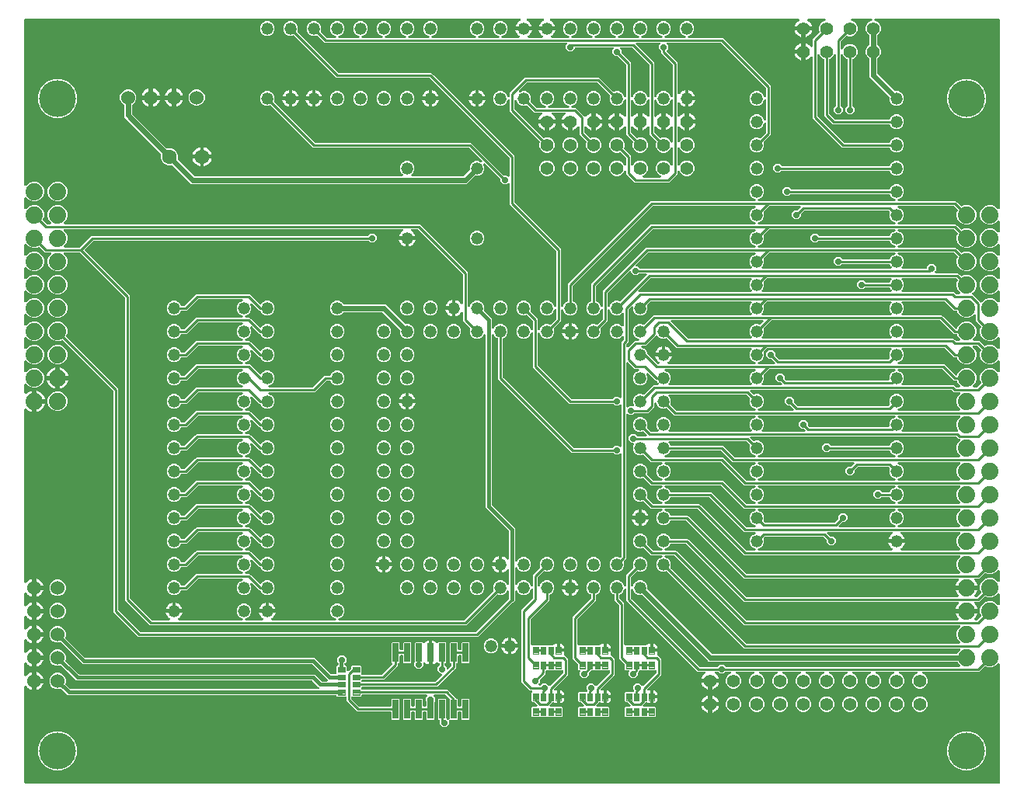
<source format=gbr>
G04 EAGLE Gerber RS-274X export*
G75*
%MOMM*%
%FSLAX34Y34*%
%LPD*%
%INTop Copper*%
%IPPOS*%
%AMOC8*
5,1,8,0,0,1.08239X$1,22.5*%
G01*
%ADD10C,1.879600*%
%ADD11C,1.600200*%
%ADD12C,1.320800*%
%ADD13C,1.524000*%
%ADD14C,0.100500*%
%ADD15C,0.076700*%
%ADD16R,0.660400X2.032000*%
%ADD17C,1.422400*%
%ADD18C,0.609600*%
%ADD19C,0.254000*%
%ADD20C,0.406400*%
%ADD21C,0.704800*%
%ADD22C,4.016000*%

G36*
X1063648Y-74184D02*
X1063648Y-74184D01*
X1063767Y-74177D01*
X1063805Y-74164D01*
X1063846Y-74159D01*
X1063956Y-74116D01*
X1064069Y-74079D01*
X1064104Y-74057D01*
X1064141Y-74042D01*
X1064237Y-73973D01*
X1064338Y-73909D01*
X1064366Y-73879D01*
X1064399Y-73856D01*
X1064475Y-73764D01*
X1064556Y-73677D01*
X1064576Y-73642D01*
X1064601Y-73611D01*
X1064652Y-73503D01*
X1064710Y-73399D01*
X1064720Y-73359D01*
X1064737Y-73323D01*
X1064759Y-73206D01*
X1064789Y-73091D01*
X1064793Y-73031D01*
X1064797Y-73011D01*
X1064795Y-72990D01*
X1064799Y-72930D01*
X1064799Y56047D01*
X1064782Y56185D01*
X1064769Y56324D01*
X1064762Y56343D01*
X1064759Y56363D01*
X1064708Y56492D01*
X1064661Y56623D01*
X1064650Y56640D01*
X1064642Y56658D01*
X1064561Y56771D01*
X1064483Y56886D01*
X1064467Y56899D01*
X1064456Y56916D01*
X1064348Y57005D01*
X1064244Y57096D01*
X1064226Y57106D01*
X1064211Y57119D01*
X1064085Y57178D01*
X1063961Y57241D01*
X1063941Y57245D01*
X1063923Y57254D01*
X1063787Y57280D01*
X1063651Y57311D01*
X1063630Y57310D01*
X1063611Y57314D01*
X1063472Y57305D01*
X1063333Y57301D01*
X1063313Y57295D01*
X1063293Y57294D01*
X1063161Y57251D01*
X1063027Y57213D01*
X1063010Y57202D01*
X1062991Y57196D01*
X1062873Y57121D01*
X1062753Y57051D01*
X1062732Y57033D01*
X1062722Y57026D01*
X1062708Y57011D01*
X1062633Y56945D01*
X1060143Y54455D01*
X1056222Y52831D01*
X1051978Y52831D01*
X1049259Y53958D01*
X1049230Y53965D01*
X1049204Y53979D01*
X1049077Y54007D01*
X1048952Y54041D01*
X1048923Y54042D01*
X1048894Y54048D01*
X1048764Y54044D01*
X1048634Y54047D01*
X1048605Y54040D01*
X1048576Y54039D01*
X1048451Y54003D01*
X1048325Y53972D01*
X1048299Y53959D01*
X1048270Y53950D01*
X1048159Y53885D01*
X1048044Y53824D01*
X1048022Y53804D01*
X1047996Y53789D01*
X1047876Y53682D01*
X1044312Y50119D01*
X1042452Y48259D01*
X981659Y48259D01*
X981590Y48251D01*
X981520Y48252D01*
X981433Y48231D01*
X981344Y48219D01*
X981279Y48194D01*
X981211Y48177D01*
X981132Y48135D01*
X981048Y48102D01*
X980992Y48061D01*
X980930Y48029D01*
X980863Y47968D01*
X980791Y47916D01*
X980746Y47862D01*
X980695Y47815D01*
X980645Y47740D01*
X980588Y47671D01*
X980558Y47607D01*
X980520Y47549D01*
X980491Y47464D01*
X980452Y47383D01*
X980439Y47314D01*
X980417Y47248D01*
X980410Y47159D01*
X980393Y47071D01*
X980397Y47001D01*
X980392Y46931D01*
X980407Y46843D01*
X980412Y46753D01*
X980434Y46687D01*
X980446Y46618D01*
X980483Y46536D01*
X980510Y46451D01*
X980548Y46392D01*
X980576Y46328D01*
X980633Y46258D01*
X980681Y46182D01*
X980731Y46134D01*
X980775Y46080D01*
X980847Y46025D01*
X980912Y45964D01*
X980973Y45930D01*
X981029Y45888D01*
X981174Y45817D01*
X982648Y45207D01*
X985007Y42848D01*
X986283Y39767D01*
X986283Y36433D01*
X985007Y33352D01*
X982648Y30993D01*
X979567Y29717D01*
X976233Y29717D01*
X973152Y30993D01*
X970793Y33352D01*
X969517Y36433D01*
X969517Y39767D01*
X970793Y42848D01*
X973152Y45207D01*
X974626Y45817D01*
X974687Y45852D01*
X974752Y45878D01*
X974824Y45930D01*
X974903Y45975D01*
X974953Y46023D01*
X975009Y46064D01*
X975067Y46134D01*
X975131Y46196D01*
X975167Y46256D01*
X975212Y46309D01*
X975250Y46391D01*
X975297Y46467D01*
X975318Y46534D01*
X975348Y46597D01*
X975364Y46685D01*
X975391Y46771D01*
X975394Y46841D01*
X975407Y46910D01*
X975402Y46999D01*
X975406Y47089D01*
X975392Y47157D01*
X975388Y47227D01*
X975360Y47312D01*
X975342Y47400D01*
X975311Y47463D01*
X975290Y47529D01*
X975241Y47605D01*
X975202Y47686D01*
X975157Y47739D01*
X975119Y47798D01*
X975054Y47860D01*
X974996Y47928D01*
X974939Y47968D01*
X974888Y48016D01*
X974809Y48059D01*
X974736Y48111D01*
X974670Y48136D01*
X974609Y48170D01*
X974522Y48192D01*
X974438Y48224D01*
X974369Y48232D01*
X974301Y48249D01*
X974141Y48259D01*
X956259Y48259D01*
X956190Y48251D01*
X956120Y48252D01*
X956033Y48231D01*
X955944Y48219D01*
X955879Y48194D01*
X955811Y48177D01*
X955732Y48135D01*
X955648Y48102D01*
X955592Y48061D01*
X955530Y48029D01*
X955463Y47968D01*
X955391Y47916D01*
X955346Y47862D01*
X955295Y47815D01*
X955245Y47740D01*
X955188Y47671D01*
X955158Y47607D01*
X955120Y47549D01*
X955091Y47464D01*
X955052Y47383D01*
X955039Y47314D01*
X955017Y47248D01*
X955010Y47159D01*
X954993Y47071D01*
X954997Y47001D01*
X954992Y46931D01*
X955007Y46843D01*
X955012Y46753D01*
X955034Y46687D01*
X955046Y46618D01*
X955083Y46536D01*
X955110Y46451D01*
X955148Y46392D01*
X955176Y46328D01*
X955233Y46258D01*
X955281Y46182D01*
X955331Y46134D01*
X955375Y46080D01*
X955447Y46025D01*
X955512Y45964D01*
X955573Y45930D01*
X955629Y45888D01*
X955774Y45817D01*
X957248Y45207D01*
X959607Y42848D01*
X960883Y39767D01*
X960883Y36433D01*
X959607Y33352D01*
X957248Y30993D01*
X954167Y29717D01*
X950833Y29717D01*
X947752Y30993D01*
X945393Y33352D01*
X944117Y36433D01*
X944117Y39767D01*
X945393Y42848D01*
X947752Y45207D01*
X949226Y45817D01*
X949287Y45852D01*
X949352Y45878D01*
X949424Y45930D01*
X949503Y45975D01*
X949553Y46023D01*
X949609Y46064D01*
X949667Y46134D01*
X949731Y46196D01*
X949767Y46256D01*
X949812Y46309D01*
X949850Y46391D01*
X949897Y46467D01*
X949918Y46534D01*
X949948Y46597D01*
X949964Y46685D01*
X949991Y46771D01*
X949994Y46841D01*
X950007Y46910D01*
X950002Y46999D01*
X950006Y47089D01*
X949992Y47157D01*
X949988Y47227D01*
X949960Y47312D01*
X949942Y47400D01*
X949911Y47463D01*
X949890Y47529D01*
X949841Y47605D01*
X949802Y47686D01*
X949757Y47739D01*
X949719Y47798D01*
X949654Y47860D01*
X949596Y47928D01*
X949539Y47968D01*
X949488Y48016D01*
X949409Y48059D01*
X949336Y48111D01*
X949270Y48136D01*
X949209Y48170D01*
X949122Y48192D01*
X949038Y48224D01*
X948969Y48232D01*
X948901Y48249D01*
X948741Y48259D01*
X930859Y48259D01*
X930790Y48251D01*
X930720Y48252D01*
X930633Y48231D01*
X930544Y48219D01*
X930479Y48194D01*
X930411Y48177D01*
X930332Y48135D01*
X930248Y48102D01*
X930192Y48061D01*
X930130Y48029D01*
X930063Y47968D01*
X929991Y47916D01*
X929946Y47862D01*
X929895Y47815D01*
X929845Y47740D01*
X929788Y47671D01*
X929758Y47607D01*
X929720Y47549D01*
X929691Y47464D01*
X929652Y47383D01*
X929639Y47314D01*
X929617Y47248D01*
X929610Y47159D01*
X929593Y47071D01*
X929597Y47001D01*
X929592Y46931D01*
X929607Y46843D01*
X929612Y46753D01*
X929634Y46687D01*
X929646Y46618D01*
X929683Y46536D01*
X929710Y46451D01*
X929748Y46392D01*
X929776Y46328D01*
X929833Y46258D01*
X929881Y46182D01*
X929931Y46134D01*
X929975Y46080D01*
X930047Y46025D01*
X930112Y45964D01*
X930173Y45930D01*
X930229Y45888D01*
X930374Y45817D01*
X931848Y45207D01*
X934207Y42848D01*
X935483Y39767D01*
X935483Y36433D01*
X934207Y33352D01*
X931848Y30993D01*
X928767Y29717D01*
X925433Y29717D01*
X922352Y30993D01*
X919993Y33352D01*
X918717Y36433D01*
X918717Y39767D01*
X919993Y42848D01*
X922352Y45207D01*
X923826Y45817D01*
X923887Y45852D01*
X923952Y45878D01*
X924024Y45930D01*
X924103Y45975D01*
X924153Y46023D01*
X924209Y46064D01*
X924267Y46134D01*
X924331Y46196D01*
X924367Y46256D01*
X924412Y46309D01*
X924450Y46391D01*
X924497Y46467D01*
X924518Y46534D01*
X924548Y46597D01*
X924564Y46685D01*
X924591Y46771D01*
X924594Y46841D01*
X924607Y46910D01*
X924602Y46999D01*
X924606Y47089D01*
X924592Y47157D01*
X924588Y47227D01*
X924560Y47312D01*
X924542Y47400D01*
X924511Y47463D01*
X924490Y47529D01*
X924441Y47605D01*
X924402Y47686D01*
X924357Y47739D01*
X924319Y47798D01*
X924254Y47860D01*
X924196Y47928D01*
X924139Y47968D01*
X924088Y48016D01*
X924009Y48059D01*
X923936Y48111D01*
X923870Y48136D01*
X923809Y48170D01*
X923722Y48192D01*
X923638Y48224D01*
X923569Y48232D01*
X923501Y48249D01*
X923341Y48259D01*
X905459Y48259D01*
X905390Y48251D01*
X905320Y48252D01*
X905233Y48231D01*
X905144Y48219D01*
X905079Y48194D01*
X905011Y48177D01*
X904932Y48135D01*
X904848Y48102D01*
X904792Y48061D01*
X904730Y48029D01*
X904663Y47968D01*
X904591Y47916D01*
X904546Y47862D01*
X904495Y47815D01*
X904445Y47740D01*
X904388Y47671D01*
X904358Y47607D01*
X904320Y47549D01*
X904291Y47464D01*
X904252Y47383D01*
X904239Y47314D01*
X904217Y47248D01*
X904210Y47159D01*
X904193Y47071D01*
X904197Y47001D01*
X904192Y46931D01*
X904207Y46843D01*
X904212Y46753D01*
X904234Y46687D01*
X904246Y46618D01*
X904283Y46536D01*
X904310Y46451D01*
X904348Y46392D01*
X904376Y46328D01*
X904433Y46258D01*
X904481Y46182D01*
X904531Y46134D01*
X904575Y46080D01*
X904647Y46025D01*
X904712Y45964D01*
X904773Y45930D01*
X904829Y45888D01*
X904974Y45817D01*
X906448Y45207D01*
X908807Y42848D01*
X910083Y39767D01*
X910083Y36433D01*
X908807Y33352D01*
X906448Y30993D01*
X903367Y29717D01*
X900033Y29717D01*
X896952Y30993D01*
X894593Y33352D01*
X893317Y36433D01*
X893317Y39767D01*
X894593Y42848D01*
X896952Y45207D01*
X898426Y45817D01*
X898487Y45852D01*
X898552Y45878D01*
X898624Y45930D01*
X898703Y45975D01*
X898753Y46023D01*
X898809Y46064D01*
X898867Y46134D01*
X898931Y46196D01*
X898967Y46256D01*
X899012Y46309D01*
X899050Y46391D01*
X899097Y46467D01*
X899118Y46534D01*
X899148Y46597D01*
X899164Y46685D01*
X899191Y46771D01*
X899194Y46841D01*
X899207Y46910D01*
X899202Y46999D01*
X899206Y47089D01*
X899192Y47157D01*
X899188Y47227D01*
X899160Y47312D01*
X899142Y47400D01*
X899111Y47463D01*
X899090Y47529D01*
X899041Y47605D01*
X899002Y47686D01*
X898957Y47739D01*
X898919Y47798D01*
X898854Y47860D01*
X898796Y47928D01*
X898739Y47968D01*
X898688Y48016D01*
X898609Y48059D01*
X898536Y48111D01*
X898470Y48136D01*
X898409Y48170D01*
X898322Y48192D01*
X898238Y48224D01*
X898169Y48232D01*
X898101Y48249D01*
X897941Y48259D01*
X880059Y48259D01*
X879990Y48251D01*
X879920Y48252D01*
X879833Y48231D01*
X879744Y48219D01*
X879679Y48194D01*
X879611Y48177D01*
X879532Y48135D01*
X879448Y48102D01*
X879392Y48061D01*
X879330Y48029D01*
X879263Y47968D01*
X879191Y47916D01*
X879146Y47862D01*
X879095Y47815D01*
X879045Y47740D01*
X878988Y47671D01*
X878958Y47607D01*
X878920Y47549D01*
X878891Y47464D01*
X878852Y47383D01*
X878839Y47314D01*
X878817Y47248D01*
X878810Y47159D01*
X878793Y47071D01*
X878797Y47001D01*
X878792Y46931D01*
X878807Y46843D01*
X878812Y46753D01*
X878834Y46687D01*
X878846Y46618D01*
X878883Y46536D01*
X878910Y46451D01*
X878948Y46392D01*
X878976Y46328D01*
X879033Y46258D01*
X879081Y46182D01*
X879131Y46134D01*
X879175Y46080D01*
X879247Y46025D01*
X879312Y45964D01*
X879373Y45930D01*
X879429Y45888D01*
X879574Y45817D01*
X881048Y45207D01*
X883407Y42848D01*
X884683Y39767D01*
X884683Y36433D01*
X883407Y33352D01*
X881048Y30993D01*
X877967Y29717D01*
X874633Y29717D01*
X871552Y30993D01*
X869193Y33352D01*
X867917Y36433D01*
X867917Y39767D01*
X869193Y42848D01*
X871552Y45207D01*
X873026Y45817D01*
X873087Y45852D01*
X873152Y45878D01*
X873224Y45930D01*
X873303Y45975D01*
X873353Y46023D01*
X873409Y46064D01*
X873467Y46134D01*
X873531Y46196D01*
X873567Y46256D01*
X873612Y46309D01*
X873650Y46391D01*
X873697Y46467D01*
X873718Y46534D01*
X873748Y46597D01*
X873764Y46685D01*
X873791Y46771D01*
X873794Y46841D01*
X873807Y46910D01*
X873802Y46999D01*
X873806Y47089D01*
X873792Y47157D01*
X873788Y47227D01*
X873760Y47312D01*
X873742Y47400D01*
X873711Y47463D01*
X873690Y47529D01*
X873641Y47605D01*
X873602Y47686D01*
X873557Y47739D01*
X873519Y47798D01*
X873454Y47860D01*
X873396Y47928D01*
X873339Y47968D01*
X873288Y48016D01*
X873209Y48059D01*
X873136Y48111D01*
X873070Y48136D01*
X873009Y48170D01*
X872922Y48192D01*
X872838Y48224D01*
X872769Y48232D01*
X872701Y48249D01*
X872541Y48259D01*
X854659Y48259D01*
X854590Y48251D01*
X854520Y48252D01*
X854433Y48231D01*
X854344Y48219D01*
X854279Y48194D01*
X854211Y48177D01*
X854132Y48135D01*
X854048Y48102D01*
X853992Y48061D01*
X853930Y48029D01*
X853863Y47968D01*
X853791Y47916D01*
X853746Y47862D01*
X853695Y47815D01*
X853645Y47740D01*
X853588Y47671D01*
X853558Y47607D01*
X853520Y47549D01*
X853491Y47464D01*
X853452Y47383D01*
X853439Y47314D01*
X853417Y47248D01*
X853410Y47159D01*
X853393Y47071D01*
X853397Y47001D01*
X853392Y46931D01*
X853407Y46843D01*
X853412Y46753D01*
X853434Y46687D01*
X853446Y46618D01*
X853483Y46536D01*
X853510Y46451D01*
X853548Y46392D01*
X853576Y46328D01*
X853633Y46258D01*
X853681Y46182D01*
X853731Y46134D01*
X853775Y46080D01*
X853847Y46025D01*
X853912Y45964D01*
X853973Y45930D01*
X854029Y45888D01*
X854174Y45817D01*
X855648Y45207D01*
X858007Y42848D01*
X859283Y39767D01*
X859283Y36433D01*
X858007Y33352D01*
X855648Y30993D01*
X852567Y29717D01*
X849233Y29717D01*
X846152Y30993D01*
X843793Y33352D01*
X842517Y36433D01*
X842517Y39767D01*
X843793Y42848D01*
X846152Y45207D01*
X847626Y45817D01*
X847687Y45852D01*
X847752Y45878D01*
X847824Y45930D01*
X847903Y45975D01*
X847953Y46023D01*
X848009Y46064D01*
X848067Y46134D01*
X848131Y46196D01*
X848167Y46256D01*
X848212Y46309D01*
X848250Y46391D01*
X848297Y46467D01*
X848318Y46534D01*
X848348Y46597D01*
X848364Y46685D01*
X848391Y46771D01*
X848394Y46841D01*
X848407Y46910D01*
X848402Y46999D01*
X848406Y47089D01*
X848392Y47157D01*
X848388Y47227D01*
X848360Y47312D01*
X848342Y47400D01*
X848311Y47463D01*
X848290Y47529D01*
X848241Y47605D01*
X848202Y47686D01*
X848157Y47739D01*
X848119Y47798D01*
X848054Y47860D01*
X847996Y47928D01*
X847939Y47968D01*
X847888Y48016D01*
X847809Y48059D01*
X847736Y48111D01*
X847670Y48136D01*
X847609Y48170D01*
X847522Y48192D01*
X847438Y48224D01*
X847369Y48232D01*
X847301Y48249D01*
X847141Y48259D01*
X829259Y48259D01*
X829190Y48251D01*
X829120Y48252D01*
X829033Y48231D01*
X828944Y48219D01*
X828879Y48194D01*
X828811Y48177D01*
X828732Y48135D01*
X828648Y48102D01*
X828592Y48061D01*
X828530Y48029D01*
X828463Y47968D01*
X828391Y47916D01*
X828346Y47862D01*
X828295Y47815D01*
X828245Y47740D01*
X828188Y47671D01*
X828158Y47607D01*
X828120Y47549D01*
X828091Y47464D01*
X828052Y47383D01*
X828039Y47314D01*
X828017Y47248D01*
X828010Y47159D01*
X827993Y47071D01*
X827997Y47001D01*
X827992Y46931D01*
X828007Y46843D01*
X828012Y46753D01*
X828034Y46687D01*
X828046Y46618D01*
X828083Y46536D01*
X828110Y46451D01*
X828148Y46392D01*
X828176Y46328D01*
X828233Y46258D01*
X828281Y46182D01*
X828331Y46134D01*
X828375Y46080D01*
X828447Y46025D01*
X828512Y45964D01*
X828573Y45930D01*
X828629Y45888D01*
X828774Y45817D01*
X830248Y45207D01*
X832607Y42848D01*
X833883Y39767D01*
X833883Y36433D01*
X832607Y33352D01*
X830248Y30993D01*
X827167Y29717D01*
X823833Y29717D01*
X820752Y30993D01*
X818393Y33352D01*
X817117Y36433D01*
X817117Y39767D01*
X818393Y42848D01*
X820752Y45207D01*
X822226Y45817D01*
X822287Y45852D01*
X822352Y45878D01*
X822424Y45930D01*
X822503Y45975D01*
X822553Y46023D01*
X822609Y46064D01*
X822667Y46134D01*
X822731Y46196D01*
X822767Y46256D01*
X822812Y46309D01*
X822850Y46391D01*
X822897Y46467D01*
X822918Y46534D01*
X822948Y46597D01*
X822964Y46685D01*
X822991Y46771D01*
X822994Y46841D01*
X823007Y46910D01*
X823002Y46999D01*
X823006Y47089D01*
X822992Y47157D01*
X822988Y47227D01*
X822960Y47312D01*
X822942Y47400D01*
X822911Y47463D01*
X822890Y47529D01*
X822841Y47605D01*
X822802Y47686D01*
X822757Y47739D01*
X822719Y47798D01*
X822654Y47860D01*
X822596Y47928D01*
X822539Y47968D01*
X822488Y48016D01*
X822409Y48059D01*
X822336Y48111D01*
X822270Y48136D01*
X822209Y48170D01*
X822122Y48192D01*
X822038Y48224D01*
X821969Y48232D01*
X821901Y48249D01*
X821741Y48259D01*
X803859Y48259D01*
X803790Y48251D01*
X803720Y48252D01*
X803633Y48231D01*
X803544Y48219D01*
X803479Y48194D01*
X803411Y48177D01*
X803332Y48135D01*
X803248Y48102D01*
X803192Y48061D01*
X803130Y48029D01*
X803063Y47968D01*
X802991Y47916D01*
X802946Y47862D01*
X802895Y47815D01*
X802845Y47740D01*
X802788Y47671D01*
X802758Y47607D01*
X802720Y47549D01*
X802691Y47464D01*
X802652Y47383D01*
X802639Y47314D01*
X802617Y47248D01*
X802610Y47159D01*
X802593Y47071D01*
X802597Y47001D01*
X802592Y46931D01*
X802607Y46843D01*
X802612Y46753D01*
X802634Y46687D01*
X802646Y46618D01*
X802683Y46536D01*
X802710Y46451D01*
X802748Y46392D01*
X802776Y46328D01*
X802833Y46258D01*
X802881Y46182D01*
X802931Y46134D01*
X802975Y46080D01*
X803047Y46025D01*
X803112Y45964D01*
X803173Y45930D01*
X803229Y45888D01*
X803374Y45817D01*
X804848Y45207D01*
X807207Y42848D01*
X808483Y39767D01*
X808483Y36433D01*
X807207Y33352D01*
X804848Y30993D01*
X801767Y29717D01*
X798433Y29717D01*
X795352Y30993D01*
X792993Y33352D01*
X791717Y36433D01*
X791717Y39767D01*
X792993Y42848D01*
X795352Y45207D01*
X796826Y45817D01*
X796887Y45852D01*
X796952Y45878D01*
X797024Y45930D01*
X797103Y45975D01*
X797153Y46023D01*
X797209Y46064D01*
X797267Y46134D01*
X797331Y46196D01*
X797367Y46256D01*
X797412Y46309D01*
X797450Y46391D01*
X797497Y46467D01*
X797518Y46534D01*
X797548Y46597D01*
X797564Y46685D01*
X797591Y46771D01*
X797594Y46841D01*
X797607Y46910D01*
X797602Y46999D01*
X797606Y47089D01*
X797592Y47157D01*
X797588Y47227D01*
X797560Y47312D01*
X797542Y47400D01*
X797511Y47463D01*
X797490Y47529D01*
X797441Y47605D01*
X797402Y47686D01*
X797357Y47739D01*
X797319Y47798D01*
X797254Y47860D01*
X797196Y47928D01*
X797139Y47968D01*
X797088Y48016D01*
X797009Y48059D01*
X796936Y48111D01*
X796870Y48136D01*
X796809Y48170D01*
X796722Y48192D01*
X796638Y48224D01*
X796569Y48232D01*
X796501Y48249D01*
X796341Y48259D01*
X778459Y48259D01*
X778390Y48251D01*
X778320Y48252D01*
X778233Y48231D01*
X778144Y48219D01*
X778079Y48194D01*
X778011Y48177D01*
X777932Y48135D01*
X777848Y48102D01*
X777792Y48061D01*
X777730Y48029D01*
X777663Y47968D01*
X777591Y47916D01*
X777546Y47862D01*
X777495Y47815D01*
X777445Y47740D01*
X777388Y47671D01*
X777358Y47607D01*
X777320Y47549D01*
X777291Y47464D01*
X777252Y47383D01*
X777239Y47314D01*
X777217Y47248D01*
X777210Y47159D01*
X777193Y47071D01*
X777197Y47001D01*
X777192Y46931D01*
X777207Y46843D01*
X777212Y46753D01*
X777234Y46687D01*
X777246Y46618D01*
X777283Y46536D01*
X777310Y46451D01*
X777348Y46392D01*
X777376Y46328D01*
X777433Y46258D01*
X777481Y46182D01*
X777531Y46134D01*
X777575Y46080D01*
X777647Y46025D01*
X777712Y45964D01*
X777773Y45930D01*
X777829Y45888D01*
X777974Y45817D01*
X779448Y45207D01*
X781807Y42848D01*
X783083Y39767D01*
X783083Y36433D01*
X781807Y33352D01*
X779448Y30993D01*
X776367Y29717D01*
X773033Y29717D01*
X769952Y30993D01*
X767593Y33352D01*
X766317Y36433D01*
X766317Y39767D01*
X767593Y42848D01*
X769952Y45207D01*
X771426Y45817D01*
X771487Y45852D01*
X771552Y45878D01*
X771624Y45930D01*
X771703Y45975D01*
X771753Y46023D01*
X771809Y46064D01*
X771867Y46134D01*
X771931Y46196D01*
X771967Y46256D01*
X772012Y46309D01*
X772050Y46391D01*
X772097Y46467D01*
X772118Y46534D01*
X772148Y46597D01*
X772164Y46685D01*
X772191Y46771D01*
X772194Y46841D01*
X772207Y46910D01*
X772202Y46999D01*
X772206Y47089D01*
X772192Y47157D01*
X772188Y47227D01*
X772160Y47312D01*
X772142Y47400D01*
X772111Y47463D01*
X772090Y47529D01*
X772041Y47605D01*
X772002Y47686D01*
X771957Y47739D01*
X771919Y47798D01*
X771854Y47860D01*
X771796Y47928D01*
X771739Y47968D01*
X771688Y48016D01*
X771609Y48059D01*
X771536Y48111D01*
X771470Y48136D01*
X771409Y48170D01*
X771322Y48192D01*
X771238Y48224D01*
X771169Y48232D01*
X771101Y48249D01*
X770941Y48259D01*
X766766Y48259D01*
X766668Y48247D01*
X766569Y48244D01*
X766510Y48227D01*
X766450Y48219D01*
X766358Y48183D01*
X766263Y48155D01*
X766211Y48125D01*
X766155Y48102D01*
X766075Y48044D01*
X765989Y47994D01*
X765914Y47928D01*
X765897Y47916D01*
X765889Y47906D01*
X765868Y47888D01*
X763986Y46005D01*
X760014Y46005D01*
X758132Y47888D01*
X758053Y47948D01*
X757981Y48016D01*
X757928Y48045D01*
X757880Y48082D01*
X757789Y48122D01*
X757703Y48170D01*
X757644Y48185D01*
X757589Y48209D01*
X757491Y48224D01*
X757395Y48249D01*
X757295Y48255D01*
X757274Y48259D01*
X757262Y48257D01*
X757234Y48259D01*
X755646Y48259D01*
X755566Y48249D01*
X755487Y48249D01*
X755409Y48229D01*
X755330Y48219D01*
X755256Y48190D01*
X755179Y48170D01*
X755109Y48132D01*
X755034Y48102D01*
X754970Y48056D01*
X754900Y48017D01*
X754842Y47963D01*
X754777Y47916D01*
X754726Y47854D01*
X754668Y47800D01*
X754625Y47732D01*
X754574Y47671D01*
X754540Y47599D01*
X754497Y47531D01*
X754473Y47455D01*
X754439Y47383D01*
X754424Y47305D01*
X754399Y47229D01*
X754394Y47149D01*
X754379Y47071D01*
X754384Y46991D01*
X754379Y46912D01*
X754394Y46833D01*
X754399Y46753D01*
X754423Y46677D01*
X754438Y46599D01*
X754472Y46527D01*
X754497Y46451D01*
X754539Y46383D01*
X754573Y46311D01*
X754624Y46249D01*
X754667Y46182D01*
X754725Y46127D01*
X754775Y46066D01*
X754898Y45965D01*
X754898Y45964D01*
X754899Y45964D01*
X754899Y45963D01*
X755588Y45463D01*
X756663Y44388D01*
X757556Y43159D01*
X758246Y41805D01*
X758707Y40385D01*
X750316Y40385D01*
X750198Y40370D01*
X750079Y40363D01*
X750041Y40350D01*
X750001Y40345D01*
X749890Y40302D01*
X749777Y40265D01*
X749743Y40243D01*
X749705Y40228D01*
X749609Y40159D01*
X749508Y40095D01*
X749480Y40065D01*
X749448Y40042D01*
X749372Y39950D01*
X749297Y39870D01*
X749263Y39924D01*
X749233Y39952D01*
X749209Y39985D01*
X749118Y40061D01*
X749031Y40142D01*
X748996Y40162D01*
X748964Y40187D01*
X748857Y40238D01*
X748752Y40296D01*
X748713Y40306D01*
X748677Y40323D01*
X748560Y40345D01*
X748444Y40375D01*
X748384Y40379D01*
X748364Y40383D01*
X748344Y40381D01*
X748284Y40385D01*
X739893Y40385D01*
X740354Y41805D01*
X741044Y43159D01*
X741937Y44388D01*
X743012Y45463D01*
X743701Y45963D01*
X743759Y46018D01*
X743823Y46064D01*
X743874Y46126D01*
X743932Y46181D01*
X743975Y46248D01*
X744026Y46309D01*
X744060Y46382D01*
X744103Y46449D01*
X744127Y46525D01*
X744161Y46597D01*
X744176Y46676D01*
X744201Y46752D01*
X744206Y46831D01*
X744221Y46910D01*
X744216Y46989D01*
X744221Y47069D01*
X744206Y47147D01*
X744201Y47227D01*
X744177Y47303D01*
X744162Y47382D01*
X744128Y47454D01*
X744103Y47529D01*
X744061Y47597D01*
X744027Y47669D01*
X743976Y47731D01*
X743933Y47798D01*
X743875Y47853D01*
X743824Y47915D01*
X743760Y47962D01*
X743702Y48016D01*
X743632Y48055D01*
X743567Y48102D01*
X743493Y48131D01*
X743423Y48170D01*
X743346Y48190D01*
X743271Y48219D01*
X743192Y48229D01*
X743115Y48249D01*
X742957Y48259D01*
X742956Y48259D01*
X742955Y48259D01*
X742954Y48259D01*
X735548Y48259D01*
X657859Y125948D01*
X657859Y137268D01*
X657851Y137337D01*
X657852Y137407D01*
X657831Y137495D01*
X657819Y137584D01*
X657794Y137649D01*
X657777Y137716D01*
X657735Y137796D01*
X657702Y137879D01*
X657661Y137936D01*
X657629Y137997D01*
X657568Y138064D01*
X657516Y138137D01*
X657462Y138181D01*
X657415Y138233D01*
X657340Y138282D01*
X657271Y138339D01*
X657207Y138369D01*
X657149Y138408D01*
X657064Y138437D01*
X656983Y138475D01*
X656914Y138488D01*
X656848Y138511D01*
X656759Y138518D01*
X656671Y138535D01*
X656601Y138530D01*
X656531Y138536D01*
X656443Y138521D01*
X656353Y138515D01*
X656287Y138494D01*
X656218Y138482D01*
X656136Y138445D01*
X656051Y138417D01*
X655992Y138380D01*
X655928Y138351D01*
X655858Y138295D01*
X655782Y138247D01*
X655734Y138196D01*
X655680Y138152D01*
X655625Y138081D01*
X655564Y138015D01*
X655530Y137954D01*
X655488Y137898D01*
X655417Y137754D01*
X654376Y135239D01*
X652161Y133024D01*
X651024Y132553D01*
X650999Y132539D01*
X650971Y132530D01*
X650861Y132460D01*
X650748Y132396D01*
X650727Y132375D01*
X650702Y132360D01*
X650613Y132265D01*
X650520Y132175D01*
X650504Y132149D01*
X650484Y132128D01*
X650421Y132014D01*
X650353Y131903D01*
X650345Y131875D01*
X650330Y131849D01*
X650298Y131724D01*
X650260Y131600D01*
X650258Y131570D01*
X650251Y131541D01*
X650241Y131381D01*
X650241Y128578D01*
X650253Y128480D01*
X650256Y128381D01*
X650273Y128323D01*
X650281Y128263D01*
X650317Y128171D01*
X650345Y128075D01*
X650375Y128023D01*
X650398Y127967D01*
X650456Y127887D01*
X650506Y127802D01*
X650572Y127726D01*
X650584Y127710D01*
X650594Y127702D01*
X650612Y127681D01*
X655321Y122972D01*
X655321Y78388D01*
X655339Y78245D01*
X655341Y78222D01*
X655345Y78153D01*
X655349Y78141D01*
X655353Y78103D01*
X655359Y78088D01*
X655361Y78072D01*
X655413Y77939D01*
X655425Y77906D01*
X655443Y77851D01*
X655449Y77842D01*
X655463Y77804D01*
X655472Y77791D01*
X655478Y77776D01*
X655562Y77661D01*
X655586Y77626D01*
X655614Y77582D01*
X655620Y77575D01*
X655643Y77542D01*
X655655Y77532D01*
X655664Y77519D01*
X655775Y77427D01*
X655808Y77399D01*
X655845Y77364D01*
X655853Y77359D01*
X655883Y77334D01*
X655897Y77326D01*
X655909Y77316D01*
X656039Y77255D01*
X656076Y77237D01*
X656124Y77210D01*
X656133Y77208D01*
X656167Y77191D01*
X656183Y77188D01*
X656197Y77181D01*
X656338Y77154D01*
X656370Y77147D01*
X656432Y77131D01*
X656448Y77130D01*
X656478Y77123D01*
X656494Y77124D01*
X656509Y77121D01*
X656549Y77123D01*
X656592Y77121D01*
X664309Y77121D01*
X664351Y77083D01*
X664387Y77065D01*
X664419Y77040D01*
X664528Y76993D01*
X664634Y76939D01*
X664674Y76930D01*
X664711Y76914D01*
X664828Y76895D01*
X664945Y76869D01*
X664985Y76870D01*
X665025Y76864D01*
X665143Y76875D01*
X665262Y76879D01*
X665301Y76890D01*
X665341Y76894D01*
X665454Y76934D01*
X665568Y76967D01*
X665603Y76988D01*
X665641Y77001D01*
X665739Y77068D01*
X665828Y77121D01*
X672383Y77121D01*
X672386Y77118D01*
X672422Y77100D01*
X672454Y77075D01*
X672563Y77028D01*
X672669Y76974D01*
X672709Y76965D01*
X672746Y76949D01*
X672864Y76930D01*
X672979Y76904D01*
X673020Y76905D01*
X673060Y76899D01*
X673179Y76910D01*
X673297Y76914D01*
X673336Y76925D01*
X673376Y76929D01*
X673489Y76969D01*
X673603Y77002D01*
X673638Y77023D01*
X673676Y77036D01*
X673774Y77103D01*
X673804Y77121D01*
X679596Y77121D01*
X679694Y77133D01*
X679793Y77136D01*
X679852Y77153D01*
X679912Y77161D01*
X680004Y77197D01*
X680099Y77225D01*
X680151Y77255D01*
X680207Y77278D01*
X680287Y77336D01*
X680373Y77386D01*
X680448Y77452D01*
X680465Y77464D01*
X680473Y77474D01*
X680494Y77492D01*
X680784Y77783D01*
X681478Y78183D01*
X682252Y78391D01*
X683826Y78391D01*
X683826Y72005D01*
X683841Y71887D01*
X683848Y71768D01*
X683860Y71730D01*
X683866Y71690D01*
X683909Y71579D01*
X683946Y71466D01*
X683968Y71432D01*
X683983Y71394D01*
X684052Y71298D01*
X684116Y71197D01*
X684146Y71169D01*
X684169Y71137D01*
X684261Y71061D01*
X684348Y70979D01*
X684383Y70960D01*
X684414Y70934D01*
X684522Y70883D01*
X684626Y70826D01*
X684666Y70816D01*
X684702Y70798D01*
X684708Y70797D01*
X684720Y70769D01*
X684756Y70656D01*
X684778Y70621D01*
X684793Y70584D01*
X684863Y70487D01*
X684926Y70387D01*
X684956Y70359D01*
X684980Y70326D01*
X685071Y70250D01*
X685158Y70169D01*
X685193Y70149D01*
X685225Y70124D01*
X685332Y70073D01*
X685437Y70015D01*
X685476Y70005D01*
X685512Y69988D01*
X685629Y69966D01*
X685745Y69936D01*
X685805Y69932D01*
X685825Y69928D01*
X685845Y69930D01*
X685905Y69926D01*
X691391Y69926D01*
X691391Y67431D01*
X691382Y67369D01*
X691359Y67266D01*
X691361Y67212D01*
X691353Y67159D01*
X691366Y67054D01*
X691369Y66948D01*
X691384Y66897D01*
X691390Y66843D01*
X691428Y66744D01*
X691457Y66643D01*
X691485Y66596D01*
X691504Y66546D01*
X691565Y66460D01*
X691619Y66369D01*
X691675Y66304D01*
X691688Y66287D01*
X691700Y66277D01*
X691725Y66248D01*
X695961Y62012D01*
X695961Y44668D01*
X681001Y29707D01*
X680911Y29592D01*
X680820Y29479D01*
X680814Y29467D01*
X680806Y29456D01*
X680748Y29322D01*
X680687Y29190D01*
X680685Y29177D01*
X680679Y29164D01*
X680656Y29020D01*
X680631Y28877D01*
X680632Y28864D01*
X680629Y28850D01*
X680643Y28705D01*
X680654Y28560D01*
X680658Y28547D01*
X680659Y28534D01*
X680709Y28396D01*
X680755Y28258D01*
X680762Y28247D01*
X680767Y28234D01*
X680849Y28113D01*
X680928Y27992D01*
X680938Y27982D01*
X680945Y27971D01*
X681054Y27875D01*
X681162Y27776D01*
X681174Y27770D01*
X681184Y27761D01*
X681314Y27694D01*
X681442Y27626D01*
X681455Y27622D01*
X681467Y27616D01*
X681610Y27584D01*
X681751Y27549D01*
X681764Y27549D01*
X681777Y27546D01*
X681924Y27551D01*
X682069Y27552D01*
X682087Y27556D01*
X682095Y27556D01*
X682112Y27561D01*
X682227Y27584D01*
X682252Y27591D01*
X683826Y27591D01*
X683826Y21205D01*
X683841Y21087D01*
X683848Y20968D01*
X683860Y20930D01*
X683866Y20890D01*
X683898Y20808D01*
X683888Y20788D01*
X683866Y20671D01*
X683836Y20555D01*
X683832Y20495D01*
X683828Y20475D01*
X683830Y20455D01*
X683826Y20395D01*
X683826Y14009D01*
X682252Y14009D01*
X681478Y14217D01*
X680784Y14617D01*
X680595Y14807D01*
X680500Y14880D01*
X680411Y14958D01*
X680375Y14977D01*
X680343Y15001D01*
X680234Y15049D01*
X680128Y15103D01*
X680089Y15112D01*
X680052Y15128D01*
X679934Y15147D01*
X679818Y15173D01*
X679777Y15171D01*
X679737Y15178D01*
X679619Y15167D01*
X679500Y15163D01*
X679461Y15152D01*
X679421Y15148D01*
X679309Y15108D01*
X679194Y15074D01*
X679160Y15054D01*
X679122Y15040D01*
X679023Y14973D01*
X678921Y14913D01*
X678875Y14873D01*
X678858Y14862D01*
X678845Y14846D01*
X678800Y14807D01*
X676281Y12287D01*
X676195Y12178D01*
X676107Y12071D01*
X676098Y12052D01*
X676086Y12036D01*
X676030Y11908D01*
X675971Y11783D01*
X675967Y11763D01*
X675959Y11744D01*
X675937Y11606D01*
X675911Y11470D01*
X675913Y11450D01*
X675909Y11430D01*
X675923Y11291D01*
X675931Y11153D01*
X675937Y11134D01*
X675939Y11114D01*
X675986Y10982D01*
X676029Y10851D01*
X676040Y10833D01*
X676047Y10814D01*
X676125Y10699D01*
X676199Y10582D01*
X676214Y10568D01*
X676225Y10551D01*
X676330Y10459D01*
X676431Y10364D01*
X676449Y10354D01*
X676464Y10341D01*
X676588Y10277D01*
X676709Y10210D01*
X676729Y10205D01*
X676747Y10196D01*
X676883Y10166D01*
X677017Y10131D01*
X677045Y10129D01*
X677057Y10126D01*
X677078Y10127D01*
X677178Y10121D01*
X680378Y10121D01*
X680421Y10083D01*
X680457Y10065D01*
X680489Y10040D01*
X680598Y9993D01*
X680704Y9939D01*
X680743Y9930D01*
X680780Y9914D01*
X680898Y9895D01*
X681014Y9869D01*
X681055Y9870D01*
X681095Y9864D01*
X681213Y9875D01*
X681332Y9879D01*
X681371Y9890D01*
X681411Y9894D01*
X681523Y9934D01*
X681638Y9967D01*
X681672Y9988D01*
X681710Y10001D01*
X681809Y10068D01*
X681898Y10121D01*
X689082Y10121D01*
X690121Y9082D01*
X690121Y118D01*
X689082Y-921D01*
X681891Y-921D01*
X681849Y-883D01*
X681813Y-865D01*
X681781Y-840D01*
X681672Y-793D01*
X681566Y-739D01*
X681526Y-730D01*
X681489Y-714D01*
X681372Y-695D01*
X681255Y-669D01*
X681215Y-670D01*
X681175Y-664D01*
X681057Y-675D01*
X680938Y-679D01*
X680899Y-690D01*
X680859Y-694D01*
X680746Y-734D01*
X680632Y-767D01*
X680597Y-788D01*
X680559Y-801D01*
X680461Y-868D01*
X680372Y-921D01*
X673817Y-921D01*
X673814Y-918D01*
X673778Y-900D01*
X673746Y-875D01*
X673637Y-828D01*
X673531Y-774D01*
X673491Y-765D01*
X673454Y-749D01*
X673336Y-730D01*
X673221Y-704D01*
X673180Y-705D01*
X673140Y-699D01*
X673021Y-710D01*
X672903Y-714D01*
X672864Y-725D01*
X672824Y-729D01*
X672711Y-769D01*
X672597Y-802D01*
X672562Y-823D01*
X672524Y-836D01*
X672426Y-903D01*
X672396Y-921D01*
X665822Y-921D01*
X665779Y-883D01*
X665743Y-865D01*
X665711Y-840D01*
X665602Y-793D01*
X665496Y-739D01*
X665457Y-730D01*
X665420Y-714D01*
X665302Y-695D01*
X665186Y-669D01*
X665145Y-670D01*
X665105Y-664D01*
X664987Y-675D01*
X664868Y-679D01*
X664829Y-690D01*
X664789Y-694D01*
X664677Y-734D01*
X664562Y-767D01*
X664528Y-788D01*
X664490Y-801D01*
X664391Y-868D01*
X664302Y-921D01*
X657118Y-921D01*
X656079Y118D01*
X656079Y9082D01*
X657118Y10121D01*
X661402Y10121D01*
X661539Y10138D01*
X661678Y10151D01*
X661697Y10158D01*
X661717Y10161D01*
X661846Y10212D01*
X661978Y10259D01*
X661994Y10270D01*
X662013Y10278D01*
X662125Y10359D01*
X662241Y10437D01*
X662254Y10453D01*
X662270Y10464D01*
X662359Y10572D01*
X662451Y10676D01*
X662460Y10694D01*
X662473Y10709D01*
X662532Y10835D01*
X662596Y10959D01*
X662600Y10979D01*
X662609Y10997D01*
X662635Y11133D01*
X662665Y11269D01*
X662665Y11290D01*
X662669Y11309D01*
X662660Y11448D01*
X662656Y11587D01*
X662650Y11607D01*
X662649Y11627D01*
X662606Y11759D01*
X662567Y11893D01*
X662557Y11910D01*
X662551Y11929D01*
X662476Y12047D01*
X662406Y12167D01*
X662387Y12188D01*
X662381Y12198D01*
X662366Y12212D01*
X662299Y12287D01*
X659679Y14908D01*
X659601Y14968D01*
X659529Y15036D01*
X659476Y15065D01*
X659428Y15102D01*
X659337Y15142D01*
X659250Y15190D01*
X659192Y15205D01*
X659136Y15229D01*
X659038Y15244D01*
X658943Y15269D01*
X658843Y15275D01*
X658822Y15279D01*
X658810Y15277D01*
X658782Y15279D01*
X657118Y15279D01*
X656079Y16318D01*
X656079Y25282D01*
X657118Y26321D01*
X664303Y26321D01*
X664310Y26315D01*
X664325Y26307D01*
X664351Y26283D01*
X664387Y26265D01*
X664419Y26240D01*
X664528Y26193D01*
X664566Y26173D01*
X664588Y26161D01*
X664592Y26160D01*
X664634Y26139D01*
X664674Y26130D01*
X664711Y26114D01*
X664828Y26095D01*
X664944Y26069D01*
X664985Y26070D01*
X665025Y26064D01*
X665143Y26075D01*
X665262Y26079D01*
X665301Y26090D01*
X665341Y26094D01*
X665454Y26134D01*
X665568Y26167D01*
X665603Y26188D01*
X665641Y26201D01*
X665675Y26225D01*
X665685Y26228D01*
X665740Y26269D01*
X665842Y26329D01*
X665887Y26368D01*
X665904Y26380D01*
X665917Y26395D01*
X665932Y26408D01*
X665942Y26415D01*
X665947Y26421D01*
X665963Y26435D01*
X665996Y26468D01*
X666069Y26563D01*
X666148Y26652D01*
X666166Y26688D01*
X666191Y26720D01*
X666238Y26829D01*
X666292Y26935D01*
X666301Y26974D01*
X666317Y27011D01*
X666336Y27129D01*
X666362Y27245D01*
X666361Y27286D01*
X666367Y27326D01*
X666356Y27444D01*
X666352Y27563D01*
X666341Y27602D01*
X666337Y27642D01*
X666297Y27754D01*
X666264Y27869D01*
X666243Y27903D01*
X666230Y27941D01*
X666163Y28040D01*
X666102Y28143D01*
X666062Y28188D01*
X666051Y28205D01*
X666036Y28218D01*
X665996Y28263D01*
X665765Y28494D01*
X665765Y32466D01*
X668574Y35275D01*
X672546Y35275D01*
X675066Y32754D01*
X675157Y32684D01*
X675182Y32661D01*
X675187Y32658D01*
X675250Y32603D01*
X675286Y32584D01*
X675318Y32560D01*
X675427Y32512D01*
X675533Y32458D01*
X675572Y32449D01*
X675609Y32433D01*
X675727Y32414D01*
X675843Y32388D01*
X675883Y32390D01*
X675924Y32383D01*
X676042Y32394D01*
X676161Y32398D01*
X676200Y32409D01*
X676240Y32413D01*
X676352Y32453D01*
X676467Y32487D01*
X676501Y32507D01*
X676539Y32521D01*
X676638Y32588D01*
X676740Y32648D01*
X676786Y32688D01*
X676803Y32699D01*
X676816Y32715D01*
X676861Y32754D01*
X690508Y46401D01*
X690568Y46479D01*
X690636Y46551D01*
X690665Y46604D01*
X690702Y46652D01*
X690742Y46743D01*
X690790Y46830D01*
X690805Y46888D01*
X690829Y46944D01*
X690844Y47042D01*
X690869Y47137D01*
X690875Y47238D01*
X690879Y47258D01*
X690877Y47270D01*
X690879Y47298D01*
X690879Y48612D01*
X690861Y48754D01*
X690859Y48778D01*
X690855Y48847D01*
X690851Y48859D01*
X690847Y48897D01*
X690841Y48912D01*
X690839Y48928D01*
X690787Y49061D01*
X690775Y49094D01*
X690757Y49149D01*
X690751Y49158D01*
X690737Y49196D01*
X690728Y49209D01*
X690722Y49224D01*
X690638Y49339D01*
X690614Y49374D01*
X690586Y49418D01*
X690580Y49425D01*
X690557Y49458D01*
X690545Y49468D01*
X690536Y49481D01*
X690425Y49573D01*
X690392Y49601D01*
X690355Y49636D01*
X690347Y49641D01*
X690317Y49666D01*
X690303Y49674D01*
X690291Y49684D01*
X690161Y49745D01*
X690124Y49763D01*
X690076Y49790D01*
X690067Y49792D01*
X690033Y49809D01*
X690017Y49812D01*
X690003Y49819D01*
X689862Y49846D01*
X689830Y49853D01*
X689768Y49869D01*
X689752Y49870D01*
X689722Y49877D01*
X689706Y49876D01*
X689691Y49879D01*
X689651Y49877D01*
X689608Y49879D01*
X681891Y49879D01*
X681849Y49917D01*
X681813Y49935D01*
X681781Y49960D01*
X681672Y50007D01*
X681566Y50061D01*
X681526Y50070D01*
X681489Y50086D01*
X681372Y50105D01*
X681255Y50131D01*
X681215Y50130D01*
X681175Y50136D01*
X681057Y50125D01*
X680938Y50121D01*
X680899Y50110D01*
X680859Y50106D01*
X680746Y50066D01*
X680632Y50033D01*
X680597Y50012D01*
X680559Y49999D01*
X680461Y49932D01*
X680372Y49879D01*
X673817Y49879D01*
X673814Y49882D01*
X673778Y49900D01*
X673746Y49925D01*
X673637Y49972D01*
X673531Y50026D01*
X673492Y50035D01*
X673454Y50051D01*
X673336Y50070D01*
X673221Y50096D01*
X673180Y50095D01*
X673140Y50101D01*
X673021Y50090D01*
X672903Y50086D01*
X672864Y50075D01*
X672824Y50071D01*
X672711Y50031D01*
X672597Y49998D01*
X672562Y49977D01*
X672524Y49964D01*
X672426Y49897D01*
X672323Y49836D01*
X672278Y49797D01*
X672261Y49785D01*
X672248Y49770D01*
X672202Y49730D01*
X672012Y49540D01*
X671952Y49462D01*
X671884Y49390D01*
X671855Y49337D01*
X671818Y49289D01*
X671778Y49198D01*
X671730Y49111D01*
X671715Y49053D01*
X671691Y48997D01*
X671676Y48899D01*
X671651Y48803D01*
X671645Y48703D01*
X671641Y48683D01*
X671643Y48670D01*
X671641Y48643D01*
X671641Y48288D01*
X670646Y47293D01*
X670586Y47215D01*
X670518Y47143D01*
X670489Y47090D01*
X670452Y47042D01*
X670412Y46951D01*
X670364Y46864D01*
X670349Y46806D01*
X670325Y46750D01*
X670310Y46652D01*
X670285Y46557D01*
X670280Y46472D01*
X670277Y46460D01*
X670278Y46452D01*
X670275Y46436D01*
X670277Y46424D01*
X670275Y46396D01*
X670275Y43734D01*
X667466Y40925D01*
X663494Y40925D01*
X660685Y43734D01*
X660685Y47706D01*
X660692Y47712D01*
X660777Y47822D01*
X660866Y47929D01*
X660874Y47948D01*
X660887Y47964D01*
X660942Y48091D01*
X661001Y48217D01*
X661005Y48237D01*
X661013Y48256D01*
X661035Y48392D01*
X661061Y48530D01*
X661060Y48550D01*
X661063Y48570D01*
X661050Y48708D01*
X661041Y48847D01*
X661035Y48866D01*
X661033Y48886D01*
X660986Y49018D01*
X660943Y49149D01*
X660932Y49166D01*
X660926Y49186D01*
X660847Y49301D01*
X660773Y49418D01*
X660758Y49432D01*
X660747Y49449D01*
X660643Y49541D01*
X660541Y49636D01*
X660524Y49646D01*
X660509Y49659D01*
X660384Y49723D01*
X660263Y49790D01*
X660243Y49795D01*
X660225Y49804D01*
X660089Y49834D01*
X659955Y49869D01*
X659927Y49871D01*
X659915Y49874D01*
X659894Y49873D01*
X659794Y49879D01*
X657118Y49879D01*
X656079Y50918D01*
X656079Y55902D01*
X656067Y56000D01*
X656064Y56099D01*
X656047Y56157D01*
X656039Y56217D01*
X656003Y56309D01*
X655975Y56405D01*
X655945Y56457D01*
X655922Y56513D01*
X655864Y56593D01*
X655814Y56679D01*
X655748Y56754D01*
X655736Y56770D01*
X655726Y56778D01*
X655708Y56799D01*
X652099Y60408D01*
X650239Y62268D01*
X650239Y120342D01*
X650227Y120440D01*
X650224Y120539D01*
X650207Y120597D01*
X650199Y120657D01*
X650163Y120749D01*
X650135Y120845D01*
X650105Y120897D01*
X650082Y120953D01*
X650024Y121033D01*
X649974Y121118D01*
X649908Y121194D01*
X649896Y121210D01*
X649886Y121218D01*
X649868Y121239D01*
X645159Y125948D01*
X645159Y131381D01*
X645156Y131410D01*
X645158Y131439D01*
X645136Y131568D01*
X645119Y131696D01*
X645109Y131724D01*
X645104Y131753D01*
X645050Y131871D01*
X645002Y131992D01*
X644985Y132016D01*
X644973Y132043D01*
X644892Y132144D01*
X644816Y132249D01*
X644793Y132268D01*
X644774Y132291D01*
X644671Y132369D01*
X644571Y132452D01*
X644544Y132465D01*
X644520Y132482D01*
X644376Y132553D01*
X643239Y133024D01*
X641024Y135239D01*
X639825Y138134D01*
X639825Y141266D01*
X641024Y144161D01*
X643239Y146376D01*
X646134Y147575D01*
X649266Y147575D01*
X652161Y146376D01*
X654376Y144161D01*
X655417Y141646D01*
X655452Y141586D01*
X655478Y141521D01*
X655530Y141448D01*
X655575Y141370D01*
X655623Y141320D01*
X655664Y141263D01*
X655734Y141206D01*
X655796Y141142D01*
X655856Y141105D01*
X655909Y141061D01*
X655991Y141022D01*
X656067Y140975D01*
X656134Y140955D01*
X656197Y140925D01*
X656285Y140908D01*
X656371Y140882D01*
X656441Y140878D01*
X656510Y140865D01*
X656599Y140871D01*
X656689Y140867D01*
X656757Y140881D01*
X656827Y140885D01*
X656912Y140913D01*
X657000Y140931D01*
X657063Y140962D01*
X657129Y140983D01*
X657205Y141031D01*
X657286Y141071D01*
X657339Y141116D01*
X657398Y141153D01*
X657460Y141219D01*
X657528Y141277D01*
X657568Y141334D01*
X657616Y141385D01*
X657659Y141463D01*
X657711Y141537D01*
X657736Y141602D01*
X657770Y141663D01*
X657792Y141750D01*
X657824Y141834D01*
X657832Y141904D01*
X657849Y141971D01*
X657859Y142132D01*
X657859Y153452D01*
X659719Y155312D01*
X665421Y161014D01*
X665439Y161037D01*
X665461Y161056D01*
X665536Y161162D01*
X665616Y161265D01*
X665628Y161292D01*
X665645Y161317D01*
X665690Y161438D01*
X665742Y161557D01*
X665747Y161586D01*
X665757Y161614D01*
X665772Y161743D01*
X665792Y161871D01*
X665789Y161901D01*
X665792Y161930D01*
X665774Y162058D01*
X665762Y162188D01*
X665752Y162216D01*
X665748Y162245D01*
X665696Y162397D01*
X665225Y163534D01*
X665225Y166666D01*
X666424Y169561D01*
X668639Y171776D01*
X671534Y172975D01*
X674666Y172975D01*
X677561Y171776D01*
X679776Y169561D01*
X680975Y166666D01*
X680975Y163534D01*
X679776Y160639D01*
X677561Y158424D01*
X674666Y157225D01*
X671534Y157225D01*
X670397Y157696D01*
X670369Y157704D01*
X670342Y157717D01*
X670216Y157746D01*
X670090Y157780D01*
X670061Y157780D01*
X670032Y157787D01*
X669902Y157783D01*
X669772Y157785D01*
X669744Y157778D01*
X669714Y157777D01*
X669590Y157741D01*
X669463Y157711D01*
X669437Y157697D01*
X669409Y157689D01*
X669297Y157623D01*
X669182Y157562D01*
X669160Y157542D01*
X669135Y157527D01*
X669014Y157421D01*
X663312Y151719D01*
X663252Y151641D01*
X663184Y151569D01*
X663155Y151516D01*
X663118Y151468D01*
X663078Y151377D01*
X663030Y151290D01*
X663015Y151232D01*
X662991Y151176D01*
X662976Y151078D01*
X662951Y150983D01*
X662945Y150882D01*
X662941Y150862D01*
X662943Y150850D01*
X662941Y150822D01*
X662941Y142132D01*
X662949Y142063D01*
X662948Y141993D01*
X662969Y141905D01*
X662981Y141816D01*
X663006Y141751D01*
X663023Y141684D01*
X663065Y141604D01*
X663098Y141521D01*
X663139Y141464D01*
X663171Y141403D01*
X663232Y141336D01*
X663284Y141263D01*
X663338Y141219D01*
X663385Y141167D01*
X663460Y141118D01*
X663529Y141061D01*
X663593Y141031D01*
X663651Y140992D01*
X663736Y140963D01*
X663817Y140925D01*
X663886Y140912D01*
X663952Y140889D01*
X664041Y140882D01*
X664129Y140865D01*
X664199Y140870D01*
X664269Y140864D01*
X664357Y140879D01*
X664447Y140885D01*
X664513Y140906D01*
X664582Y140918D01*
X664664Y140955D01*
X664749Y140983D01*
X664808Y141020D01*
X664872Y141049D01*
X664942Y141105D01*
X665018Y141153D01*
X665066Y141204D01*
X665120Y141248D01*
X665175Y141319D01*
X665236Y141385D01*
X665270Y141446D01*
X665312Y141502D01*
X665383Y141646D01*
X666424Y144161D01*
X668639Y146376D01*
X671534Y147575D01*
X674666Y147575D01*
X677561Y146376D01*
X679776Y144161D01*
X680975Y141266D01*
X680975Y138459D01*
X680987Y138360D01*
X680990Y138261D01*
X681007Y138203D01*
X681015Y138143D01*
X681051Y138051D01*
X681079Y137956D01*
X681109Y137904D01*
X681132Y137847D01*
X681190Y137767D01*
X681240Y137682D01*
X681306Y137607D01*
X681318Y137590D01*
X681328Y137582D01*
X681346Y137561D01*
X750717Y68190D01*
X750795Y68130D01*
X750868Y68062D01*
X750921Y68033D01*
X750968Y67996D01*
X751059Y67956D01*
X751146Y67908D01*
X751205Y67893D01*
X751260Y67869D01*
X751358Y67854D01*
X751454Y67829D01*
X751554Y67823D01*
X751574Y67819D01*
X751587Y67821D01*
X751615Y67819D01*
X1018093Y67819D01*
X1018122Y67822D01*
X1018152Y67820D01*
X1018280Y67842D01*
X1018409Y67859D01*
X1018436Y67869D01*
X1018465Y67874D01*
X1018584Y67928D01*
X1018704Y67976D01*
X1018728Y67993D01*
X1018755Y68005D01*
X1018857Y68086D01*
X1018962Y68162D01*
X1018980Y68185D01*
X1019004Y68204D01*
X1019082Y68307D01*
X1019164Y68407D01*
X1019177Y68434D01*
X1019195Y68458D01*
X1019266Y68602D01*
X1019655Y69543D01*
X1021605Y71493D01*
X1021690Y71602D01*
X1021779Y71709D01*
X1021787Y71728D01*
X1021800Y71744D01*
X1021855Y71872D01*
X1021914Y71997D01*
X1021918Y72017D01*
X1021926Y72036D01*
X1021948Y72174D01*
X1021974Y72310D01*
X1021973Y72330D01*
X1021976Y72350D01*
X1021963Y72489D01*
X1021954Y72627D01*
X1021948Y72646D01*
X1021946Y72666D01*
X1021899Y72798D01*
X1021856Y72929D01*
X1021845Y72947D01*
X1021838Y72966D01*
X1021760Y73081D01*
X1021686Y73198D01*
X1021671Y73212D01*
X1021660Y73229D01*
X1021556Y73321D01*
X1021454Y73416D01*
X1021437Y73426D01*
X1021421Y73439D01*
X1021297Y73503D01*
X1021176Y73570D01*
X1021156Y73575D01*
X1021138Y73584D01*
X1021002Y73614D01*
X1020868Y73649D01*
X1020840Y73651D01*
X1020828Y73654D01*
X1020807Y73653D01*
X1020707Y73659D01*
X786348Y73659D01*
X702586Y157421D01*
X702563Y157439D01*
X702544Y157461D01*
X702438Y157536D01*
X702335Y157616D01*
X702308Y157628D01*
X702283Y157645D01*
X702162Y157690D01*
X702043Y157742D01*
X702014Y157747D01*
X701986Y157757D01*
X701857Y157772D01*
X701729Y157792D01*
X701699Y157789D01*
X701670Y157792D01*
X701542Y157774D01*
X701412Y157762D01*
X701384Y157752D01*
X701355Y157748D01*
X701203Y157696D01*
X700066Y157225D01*
X696934Y157225D01*
X694039Y158424D01*
X691824Y160639D01*
X690625Y163534D01*
X690625Y166666D01*
X691824Y169561D01*
X694039Y171776D01*
X696554Y172817D01*
X696614Y172852D01*
X696679Y172878D01*
X696752Y172930D01*
X696830Y172975D01*
X696880Y173023D01*
X696937Y173064D01*
X696994Y173134D01*
X697058Y173196D01*
X697095Y173256D01*
X697139Y173309D01*
X697178Y173391D01*
X697225Y173467D01*
X697245Y173534D01*
X697275Y173597D01*
X697292Y173685D01*
X697318Y173771D01*
X697322Y173841D01*
X697335Y173910D01*
X697329Y173999D01*
X697333Y174089D01*
X697319Y174157D01*
X697315Y174227D01*
X697287Y174312D01*
X697269Y174400D01*
X697238Y174463D01*
X697217Y174529D01*
X697169Y174605D01*
X697129Y174686D01*
X697084Y174739D01*
X697047Y174798D01*
X696981Y174860D01*
X696923Y174928D01*
X696866Y174968D01*
X696815Y175016D01*
X696737Y175059D01*
X696663Y175111D01*
X696598Y175136D01*
X696537Y175170D01*
X696450Y175192D01*
X696366Y175224D01*
X696296Y175232D01*
X696229Y175249D01*
X696068Y175259D01*
X684748Y175259D01*
X677186Y182821D01*
X677163Y182839D01*
X677144Y182861D01*
X677038Y182936D01*
X676935Y183016D01*
X676908Y183028D01*
X676883Y183045D01*
X676762Y183090D01*
X676643Y183142D01*
X676614Y183147D01*
X676586Y183157D01*
X676457Y183172D01*
X676329Y183192D01*
X676299Y183189D01*
X676270Y183192D01*
X676142Y183174D01*
X676012Y183162D01*
X675984Y183152D01*
X675955Y183148D01*
X675803Y183096D01*
X674666Y182625D01*
X671534Y182625D01*
X668639Y183824D01*
X666424Y186039D01*
X665225Y188934D01*
X665225Y192066D01*
X666424Y194961D01*
X668639Y197176D01*
X671534Y198375D01*
X674666Y198375D01*
X677561Y197176D01*
X679776Y194961D01*
X680975Y192066D01*
X680975Y188934D01*
X680504Y187797D01*
X680496Y187769D01*
X680483Y187742D01*
X680454Y187616D01*
X680420Y187490D01*
X680420Y187461D01*
X680413Y187432D01*
X680417Y187302D01*
X680415Y187172D01*
X680422Y187144D01*
X680423Y187114D01*
X680459Y186990D01*
X680489Y186863D01*
X680503Y186837D01*
X680511Y186809D01*
X680577Y186697D01*
X680638Y186582D01*
X680658Y186560D01*
X680673Y186535D01*
X680779Y186414D01*
X686481Y180712D01*
X686559Y180652D01*
X686631Y180584D01*
X686684Y180555D01*
X686732Y180518D01*
X686823Y180478D01*
X686910Y180430D01*
X686968Y180415D01*
X687024Y180391D01*
X687122Y180376D01*
X687217Y180351D01*
X687318Y180345D01*
X687338Y180341D01*
X687350Y180343D01*
X687378Y180341D01*
X696068Y180341D01*
X696137Y180349D01*
X696207Y180348D01*
X696295Y180369D01*
X696384Y180381D01*
X696449Y180406D01*
X696516Y180423D01*
X696596Y180465D01*
X696679Y180498D01*
X696736Y180539D01*
X696797Y180571D01*
X696864Y180632D01*
X696937Y180684D01*
X696981Y180738D01*
X697033Y180785D01*
X697082Y180860D01*
X697139Y180929D01*
X697169Y180993D01*
X697208Y181051D01*
X697237Y181136D01*
X697275Y181217D01*
X697288Y181286D01*
X697311Y181352D01*
X697318Y181441D01*
X697335Y181529D01*
X697330Y181599D01*
X697336Y181669D01*
X697321Y181757D01*
X697315Y181847D01*
X697294Y181913D01*
X697282Y181982D01*
X697245Y182064D01*
X697217Y182149D01*
X697180Y182208D01*
X697151Y182272D01*
X697095Y182342D01*
X697047Y182418D01*
X696996Y182466D01*
X696952Y182520D01*
X696881Y182575D01*
X696815Y182636D01*
X696754Y182670D01*
X696698Y182712D01*
X696554Y182783D01*
X694039Y183824D01*
X691824Y186039D01*
X690625Y188934D01*
X690625Y192066D01*
X691824Y194961D01*
X694039Y197176D01*
X696934Y198375D01*
X700066Y198375D01*
X702961Y197176D01*
X705176Y194961D01*
X705647Y193824D01*
X705661Y193799D01*
X705670Y193771D01*
X705740Y193661D01*
X705804Y193548D01*
X705825Y193527D01*
X705840Y193502D01*
X705935Y193413D01*
X706025Y193320D01*
X706051Y193304D01*
X706072Y193284D01*
X706186Y193221D01*
X706296Y193153D01*
X706325Y193145D01*
X706351Y193130D01*
X706476Y193098D01*
X706600Y193060D01*
X706630Y193058D01*
X706659Y193051D01*
X706819Y193041D01*
X724952Y193041D01*
X788081Y129912D01*
X788159Y129852D01*
X788231Y129784D01*
X788284Y129755D01*
X788332Y129718D01*
X788423Y129678D01*
X788510Y129630D01*
X788568Y129615D01*
X788624Y129591D01*
X788722Y129576D01*
X788817Y129551D01*
X788918Y129545D01*
X788938Y129541D01*
X788950Y129543D01*
X788978Y129541D01*
X1018911Y129541D01*
X1019049Y129558D01*
X1019188Y129571D01*
X1019207Y129578D01*
X1019227Y129581D01*
X1019356Y129632D01*
X1019487Y129679D01*
X1019504Y129690D01*
X1019522Y129698D01*
X1019635Y129779D01*
X1019750Y129857D01*
X1019763Y129873D01*
X1019780Y129884D01*
X1019868Y129992D01*
X1019960Y130096D01*
X1019970Y130114D01*
X1019983Y130129D01*
X1020042Y130255D01*
X1020105Y130379D01*
X1020109Y130399D01*
X1020118Y130417D01*
X1020144Y130553D01*
X1020175Y130689D01*
X1020174Y130710D01*
X1020178Y130729D01*
X1020169Y130868D01*
X1020165Y131007D01*
X1020159Y131027D01*
X1020158Y131047D01*
X1020115Y131179D01*
X1020077Y131313D01*
X1020066Y131330D01*
X1020060Y131349D01*
X1019986Y131467D01*
X1019915Y131587D01*
X1019896Y131608D01*
X1019890Y131618D01*
X1019875Y131632D01*
X1019809Y131708D01*
X1019594Y131922D01*
X1018489Y133443D01*
X1017636Y135117D01*
X1017055Y136904D01*
X1017015Y137161D01*
X1027430Y137161D01*
X1027548Y137176D01*
X1027667Y137183D01*
X1027705Y137196D01*
X1027745Y137201D01*
X1027856Y137244D01*
X1027969Y137281D01*
X1028003Y137303D01*
X1028041Y137318D01*
X1028137Y137388D01*
X1028238Y137451D01*
X1028266Y137481D01*
X1028298Y137504D01*
X1028374Y137596D01*
X1028456Y137683D01*
X1028475Y137718D01*
X1028501Y137749D01*
X1028552Y137857D01*
X1028609Y137961D01*
X1028620Y138001D01*
X1028637Y138037D01*
X1028659Y138154D01*
X1028689Y138269D01*
X1028693Y138329D01*
X1028697Y138350D01*
X1028695Y138370D01*
X1028699Y138430D01*
X1028699Y140970D01*
X1028684Y141088D01*
X1028677Y141207D01*
X1028664Y141245D01*
X1028659Y141285D01*
X1028615Y141396D01*
X1028579Y141509D01*
X1028557Y141544D01*
X1028542Y141581D01*
X1028472Y141677D01*
X1028409Y141778D01*
X1028379Y141806D01*
X1028355Y141839D01*
X1028264Y141914D01*
X1028177Y141996D01*
X1028142Y142016D01*
X1028110Y142041D01*
X1028003Y142092D01*
X1027898Y142150D01*
X1027859Y142160D01*
X1027823Y142177D01*
X1027706Y142199D01*
X1027591Y142229D01*
X1027530Y142233D01*
X1027510Y142237D01*
X1027490Y142235D01*
X1027430Y142239D01*
X1017015Y142239D01*
X1017055Y142496D01*
X1017636Y144283D01*
X1018489Y145957D01*
X1019594Y147478D01*
X1019809Y147692D01*
X1019894Y147802D01*
X1019983Y147909D01*
X1019991Y147928D01*
X1020004Y147944D01*
X1020059Y148072D01*
X1020118Y148197D01*
X1020122Y148217D01*
X1020130Y148236D01*
X1020152Y148373D01*
X1020178Y148510D01*
X1020177Y148530D01*
X1020180Y148550D01*
X1020167Y148688D01*
X1020158Y148827D01*
X1020152Y148846D01*
X1020150Y148866D01*
X1020103Y148997D01*
X1020060Y149129D01*
X1020049Y149147D01*
X1020042Y149166D01*
X1019964Y149281D01*
X1019890Y149398D01*
X1019875Y149412D01*
X1019864Y149429D01*
X1019760Y149521D01*
X1019658Y149616D01*
X1019641Y149626D01*
X1019625Y149639D01*
X1019502Y149702D01*
X1019380Y149770D01*
X1019360Y149775D01*
X1019342Y149784D01*
X1019206Y149814D01*
X1019072Y149849D01*
X1019044Y149851D01*
X1019032Y149854D01*
X1019011Y149853D01*
X1018911Y149859D01*
X786348Y149859D01*
X723219Y212988D01*
X723141Y213048D01*
X723069Y213116D01*
X723016Y213145D01*
X722968Y213182D01*
X722877Y213222D01*
X722790Y213270D01*
X722732Y213285D01*
X722676Y213309D01*
X722578Y213324D01*
X722483Y213349D01*
X722382Y213355D01*
X722362Y213359D01*
X722350Y213357D01*
X722322Y213359D01*
X706819Y213359D01*
X706790Y213356D01*
X706760Y213358D01*
X706633Y213336D01*
X706504Y213319D01*
X706476Y213309D01*
X706447Y213304D01*
X706328Y213250D01*
X706208Y213202D01*
X706184Y213185D01*
X706157Y213173D01*
X706056Y213092D01*
X705951Y213016D01*
X705932Y212993D01*
X705909Y212974D01*
X705831Y212871D01*
X705748Y212771D01*
X705735Y212744D01*
X705717Y212720D01*
X705647Y212576D01*
X705176Y211439D01*
X702961Y209224D01*
X700066Y208025D01*
X696934Y208025D01*
X694039Y209224D01*
X691824Y211439D01*
X690625Y214334D01*
X690625Y217466D01*
X691824Y220361D01*
X694039Y222576D01*
X696554Y223617D01*
X696614Y223652D01*
X696679Y223678D01*
X696752Y223730D01*
X696830Y223775D01*
X696880Y223823D01*
X696937Y223864D01*
X696994Y223934D01*
X697058Y223996D01*
X697095Y224056D01*
X697139Y224109D01*
X697178Y224191D01*
X697225Y224267D01*
X697245Y224334D01*
X697275Y224397D01*
X697292Y224485D01*
X697318Y224571D01*
X697322Y224641D01*
X697335Y224710D01*
X697329Y224799D01*
X697333Y224889D01*
X697319Y224957D01*
X697315Y225027D01*
X697287Y225112D01*
X697269Y225200D01*
X697238Y225263D01*
X697217Y225329D01*
X697169Y225405D01*
X697129Y225486D01*
X697084Y225539D01*
X697047Y225598D01*
X696981Y225660D01*
X696923Y225728D01*
X696866Y225768D01*
X696815Y225816D01*
X696737Y225859D01*
X696663Y225911D01*
X696598Y225936D01*
X696537Y225970D01*
X696450Y225992D01*
X696366Y226024D01*
X696296Y226032D01*
X696229Y226049D01*
X696068Y226059D01*
X684748Y226059D01*
X677186Y233621D01*
X677163Y233639D01*
X677144Y233661D01*
X677038Y233736D01*
X676935Y233816D01*
X676908Y233828D01*
X676883Y233845D01*
X676762Y233890D01*
X676643Y233942D01*
X676614Y233947D01*
X676586Y233957D01*
X676457Y233972D01*
X676329Y233992D01*
X676299Y233989D01*
X676270Y233992D01*
X676142Y233974D01*
X676012Y233962D01*
X675984Y233952D01*
X675955Y233948D01*
X675803Y233896D01*
X674666Y233425D01*
X671534Y233425D01*
X668639Y234624D01*
X666424Y236839D01*
X665225Y239734D01*
X665225Y242866D01*
X666424Y245761D01*
X668639Y247976D01*
X671534Y249175D01*
X674666Y249175D01*
X677561Y247976D01*
X679776Y245761D01*
X680975Y242866D01*
X680975Y239734D01*
X680504Y238597D01*
X680496Y238569D01*
X680483Y238542D01*
X680454Y238416D01*
X680420Y238290D01*
X680420Y238261D01*
X680413Y238232D01*
X680417Y238102D01*
X680415Y237972D01*
X680422Y237944D01*
X680423Y237914D01*
X680459Y237790D01*
X680489Y237663D01*
X680503Y237637D01*
X680511Y237609D01*
X680577Y237497D01*
X680638Y237382D01*
X680658Y237360D01*
X680673Y237335D01*
X680779Y237214D01*
X686481Y231512D01*
X686559Y231452D01*
X686631Y231384D01*
X686684Y231355D01*
X686732Y231318D01*
X686823Y231278D01*
X686910Y231230D01*
X686968Y231215D01*
X687024Y231191D01*
X687122Y231176D01*
X687217Y231151D01*
X687318Y231145D01*
X687338Y231141D01*
X687350Y231143D01*
X687378Y231141D01*
X696068Y231141D01*
X696137Y231149D01*
X696207Y231148D01*
X696295Y231169D01*
X696384Y231181D01*
X696449Y231206D01*
X696516Y231223D01*
X696596Y231265D01*
X696679Y231298D01*
X696736Y231339D01*
X696797Y231371D01*
X696864Y231432D01*
X696937Y231484D01*
X696981Y231538D01*
X697033Y231585D01*
X697082Y231660D01*
X697139Y231729D01*
X697169Y231793D01*
X697208Y231851D01*
X697237Y231936D01*
X697275Y232017D01*
X697288Y232086D01*
X697311Y232152D01*
X697318Y232241D01*
X697335Y232329D01*
X697330Y232399D01*
X697336Y232469D01*
X697321Y232557D01*
X697315Y232647D01*
X697294Y232713D01*
X697282Y232782D01*
X697245Y232864D01*
X697217Y232949D01*
X697180Y233008D01*
X697151Y233072D01*
X697095Y233142D01*
X697047Y233218D01*
X696996Y233266D01*
X696952Y233320D01*
X696881Y233375D01*
X696815Y233436D01*
X696754Y233470D01*
X696698Y233512D01*
X696554Y233583D01*
X694039Y234624D01*
X691824Y236839D01*
X690625Y239734D01*
X690625Y242866D01*
X691824Y245761D01*
X694039Y247976D01*
X696554Y249017D01*
X696614Y249052D01*
X696679Y249078D01*
X696752Y249130D01*
X696830Y249175D01*
X696880Y249223D01*
X696937Y249264D01*
X696994Y249334D01*
X697058Y249396D01*
X697095Y249456D01*
X697139Y249509D01*
X697178Y249591D01*
X697225Y249667D01*
X697245Y249734D01*
X697275Y249797D01*
X697292Y249885D01*
X697318Y249971D01*
X697322Y250041D01*
X697335Y250110D01*
X697329Y250199D01*
X697333Y250289D01*
X697319Y250357D01*
X697315Y250427D01*
X697287Y250512D01*
X697269Y250600D01*
X697238Y250663D01*
X697217Y250729D01*
X697169Y250805D01*
X697129Y250886D01*
X697084Y250939D01*
X697047Y250998D01*
X696981Y251060D01*
X696923Y251128D01*
X696866Y251168D01*
X696815Y251216D01*
X696737Y251259D01*
X696663Y251311D01*
X696598Y251336D01*
X696537Y251370D01*
X696450Y251392D01*
X696366Y251424D01*
X696296Y251432D01*
X696229Y251449D01*
X696068Y251459D01*
X684748Y251459D01*
X677186Y259021D01*
X677163Y259039D01*
X677144Y259061D01*
X677038Y259136D01*
X676935Y259216D01*
X676908Y259228D01*
X676883Y259245D01*
X676762Y259290D01*
X676643Y259342D01*
X676614Y259347D01*
X676586Y259357D01*
X676457Y259372D01*
X676329Y259392D01*
X676299Y259389D01*
X676270Y259392D01*
X676142Y259374D01*
X676012Y259362D01*
X675984Y259352D01*
X675955Y259348D01*
X675803Y259296D01*
X674666Y258825D01*
X671534Y258825D01*
X668639Y260024D01*
X666424Y262239D01*
X665225Y265134D01*
X665225Y268266D01*
X666424Y271161D01*
X668639Y273376D01*
X671534Y274575D01*
X674666Y274575D01*
X677561Y273376D01*
X679776Y271161D01*
X680975Y268266D01*
X680975Y265134D01*
X680504Y263997D01*
X680496Y263969D01*
X680483Y263942D01*
X680454Y263816D01*
X680420Y263690D01*
X680420Y263661D01*
X680413Y263632D01*
X680417Y263502D01*
X680415Y263372D01*
X680422Y263344D01*
X680423Y263314D01*
X680459Y263190D01*
X680489Y263063D01*
X680503Y263037D01*
X680511Y263009D01*
X680577Y262897D01*
X680638Y262782D01*
X680658Y262760D01*
X680673Y262735D01*
X680779Y262614D01*
X686481Y256912D01*
X686559Y256852D01*
X686631Y256784D01*
X686684Y256755D01*
X686732Y256718D01*
X686823Y256678D01*
X686910Y256630D01*
X686968Y256615D01*
X687024Y256591D01*
X687122Y256576D01*
X687217Y256551D01*
X687318Y256545D01*
X687338Y256541D01*
X687350Y256543D01*
X687378Y256541D01*
X696068Y256541D01*
X696137Y256549D01*
X696207Y256548D01*
X696294Y256569D01*
X696384Y256581D01*
X696449Y256606D01*
X696516Y256623D01*
X696596Y256665D01*
X696679Y256698D01*
X696736Y256739D01*
X696797Y256771D01*
X696864Y256832D01*
X696937Y256884D01*
X696981Y256938D01*
X697033Y256985D01*
X697082Y257060D01*
X697139Y257129D01*
X697169Y257193D01*
X697208Y257251D01*
X697237Y257336D01*
X697275Y257417D01*
X697288Y257486D01*
X697311Y257552D01*
X697318Y257641D01*
X697335Y257729D01*
X697330Y257799D01*
X697336Y257869D01*
X697321Y257957D01*
X697315Y258047D01*
X697294Y258113D01*
X697282Y258182D01*
X697245Y258264D01*
X697217Y258349D01*
X697180Y258408D01*
X697151Y258472D01*
X697095Y258542D01*
X697047Y258618D01*
X696996Y258666D01*
X696952Y258720D01*
X696881Y258775D01*
X696815Y258836D01*
X696754Y258870D01*
X696698Y258912D01*
X696554Y258983D01*
X694039Y260024D01*
X691824Y262239D01*
X690625Y265134D01*
X690625Y268266D01*
X691824Y271161D01*
X694039Y273376D01*
X696554Y274417D01*
X696614Y274452D01*
X696679Y274478D01*
X696752Y274530D01*
X696830Y274575D01*
X696880Y274623D01*
X696937Y274664D01*
X696994Y274734D01*
X697058Y274796D01*
X697095Y274856D01*
X697139Y274909D01*
X697178Y274991D01*
X697225Y275067D01*
X697245Y275134D01*
X697275Y275197D01*
X697292Y275285D01*
X697318Y275371D01*
X697322Y275441D01*
X697335Y275510D01*
X697329Y275599D01*
X697333Y275689D01*
X697319Y275757D01*
X697315Y275827D01*
X697287Y275912D01*
X697269Y276000D01*
X697238Y276063D01*
X697217Y276129D01*
X697169Y276205D01*
X697129Y276286D01*
X697084Y276339D01*
X697047Y276398D01*
X696981Y276460D01*
X696923Y276528D01*
X696866Y276568D01*
X696815Y276616D01*
X696737Y276659D01*
X696663Y276711D01*
X696598Y276736D01*
X696537Y276770D01*
X696450Y276792D01*
X696366Y276824D01*
X696296Y276832D01*
X696229Y276849D01*
X696068Y276859D01*
X684748Y276859D01*
X677186Y284421D01*
X677163Y284439D01*
X677144Y284461D01*
X677038Y284536D01*
X676935Y284616D01*
X676908Y284628D01*
X676883Y284645D01*
X676762Y284690D01*
X676643Y284742D01*
X676614Y284747D01*
X676586Y284757D01*
X676457Y284772D01*
X676329Y284792D01*
X676299Y284789D01*
X676270Y284792D01*
X676142Y284774D01*
X676012Y284762D01*
X675984Y284752D01*
X675955Y284748D01*
X675803Y284696D01*
X674666Y284225D01*
X671534Y284225D01*
X668639Y285424D01*
X666424Y287639D01*
X665225Y290534D01*
X665225Y293666D01*
X666072Y295710D01*
X666085Y295758D01*
X666106Y295803D01*
X666127Y295911D01*
X666156Y296017D01*
X666157Y296067D01*
X666166Y296116D01*
X666159Y296225D01*
X666161Y296335D01*
X666149Y296383D01*
X666146Y296433D01*
X666112Y296537D01*
X666087Y296644D01*
X666063Y296688D01*
X666048Y296735D01*
X665989Y296828D01*
X665938Y296925D01*
X665905Y296962D01*
X665878Y297004D01*
X665798Y297079D01*
X665724Y297161D01*
X665683Y297188D01*
X665646Y297222D01*
X665550Y297275D01*
X665458Y297335D01*
X665411Y297352D01*
X665368Y297376D01*
X665262Y297403D01*
X665158Y297439D01*
X665108Y297443D01*
X665060Y297455D01*
X664899Y297465D01*
X663494Y297465D01*
X660685Y300274D01*
X660685Y304246D01*
X663494Y307055D01*
X667466Y307055D01*
X669348Y305172D01*
X669427Y305112D01*
X669499Y305044D01*
X669552Y305015D01*
X669600Y304978D01*
X669691Y304938D01*
X669777Y304890D01*
X669836Y304875D01*
X669891Y304851D01*
X669989Y304836D01*
X670085Y304811D01*
X670185Y304805D01*
X670206Y304801D01*
X670218Y304803D01*
X670246Y304801D01*
X679142Y304801D01*
X679279Y304818D01*
X679418Y304831D01*
X679437Y304838D01*
X679457Y304841D01*
X679586Y304892D01*
X679718Y304939D01*
X679734Y304950D01*
X679753Y304958D01*
X679865Y305039D01*
X679981Y305117D01*
X679994Y305133D01*
X680010Y305144D01*
X680099Y305252D01*
X680191Y305356D01*
X680200Y305374D01*
X680213Y305389D01*
X680272Y305515D01*
X680336Y305639D01*
X680340Y305659D01*
X680349Y305677D01*
X680375Y305813D01*
X680405Y305949D01*
X680405Y305970D01*
X680409Y305989D01*
X680400Y306128D01*
X680396Y306267D01*
X680390Y306287D01*
X680389Y306307D01*
X680346Y306439D01*
X680307Y306573D01*
X680297Y306590D01*
X680291Y306609D01*
X680216Y306727D01*
X680146Y306847D01*
X680127Y306868D01*
X680121Y306878D01*
X680106Y306892D01*
X680039Y306967D01*
X677186Y309821D01*
X677163Y309839D01*
X677144Y309861D01*
X677038Y309936D01*
X676935Y310016D01*
X676908Y310028D01*
X676883Y310045D01*
X676762Y310090D01*
X676643Y310142D01*
X676614Y310147D01*
X676586Y310157D01*
X676457Y310172D01*
X676329Y310192D01*
X676299Y310189D01*
X676270Y310192D01*
X676142Y310174D01*
X676012Y310162D01*
X675984Y310152D01*
X675955Y310148D01*
X675803Y310096D01*
X674666Y309625D01*
X671534Y309625D01*
X668639Y310824D01*
X666424Y313039D01*
X665225Y315934D01*
X665225Y319066D01*
X666424Y321961D01*
X668639Y324176D01*
X671534Y325375D01*
X674666Y325375D01*
X677561Y324176D01*
X679776Y321961D01*
X680975Y319066D01*
X680975Y315934D01*
X680504Y314797D01*
X680496Y314769D01*
X680483Y314742D01*
X680454Y314616D01*
X680420Y314490D01*
X680420Y314461D01*
X680413Y314432D01*
X680417Y314302D01*
X680415Y314172D01*
X680422Y314144D01*
X680423Y314114D01*
X680459Y313990D01*
X680489Y313863D01*
X680503Y313837D01*
X680511Y313809D01*
X680577Y313697D01*
X680638Y313582D01*
X680658Y313560D01*
X680673Y313535D01*
X680779Y313414D01*
X683941Y310252D01*
X684019Y310192D01*
X684091Y310124D01*
X684144Y310095D01*
X684192Y310058D01*
X684283Y310018D01*
X684370Y309970D01*
X684428Y309955D01*
X684484Y309931D01*
X684582Y309916D01*
X684677Y309891D01*
X684778Y309885D01*
X684798Y309881D01*
X684810Y309883D01*
X684838Y309881D01*
X691918Y309881D01*
X692056Y309898D01*
X692195Y309911D01*
X692214Y309918D01*
X692234Y309921D01*
X692363Y309972D01*
X692494Y310019D01*
X692511Y310030D01*
X692530Y310038D01*
X692642Y310119D01*
X692757Y310197D01*
X692771Y310213D01*
X692787Y310224D01*
X692876Y310332D01*
X692968Y310436D01*
X692977Y310454D01*
X692990Y310469D01*
X693049Y310595D01*
X693112Y310719D01*
X693117Y310739D01*
X693125Y310757D01*
X693151Y310894D01*
X693182Y311029D01*
X693181Y311050D01*
X693185Y311069D01*
X693177Y311208D01*
X693172Y311347D01*
X693167Y311367D01*
X693165Y311387D01*
X693123Y311519D01*
X693084Y311653D01*
X693074Y311670D01*
X693067Y311689D01*
X692993Y311807D01*
X692922Y311927D01*
X692904Y311948D01*
X692897Y311958D01*
X692882Y311972D01*
X692816Y312047D01*
X691824Y313039D01*
X690625Y315934D01*
X690625Y319066D01*
X691824Y321961D01*
X694039Y324176D01*
X696934Y325375D01*
X700066Y325375D01*
X702961Y324176D01*
X705176Y321961D01*
X706375Y319066D01*
X706375Y315934D01*
X705176Y313039D01*
X704184Y312047D01*
X704099Y311938D01*
X704010Y311831D01*
X704001Y311812D01*
X703989Y311796D01*
X703934Y311669D01*
X703875Y311543D01*
X703871Y311523D01*
X703863Y311504D01*
X703841Y311366D01*
X703815Y311230D01*
X703816Y311210D01*
X703813Y311190D01*
X703826Y311051D01*
X703835Y310913D01*
X703841Y310894D01*
X703843Y310874D01*
X703890Y310742D01*
X703933Y310611D01*
X703943Y310593D01*
X703950Y310574D01*
X704028Y310459D01*
X704103Y310342D01*
X704118Y310328D01*
X704129Y310311D01*
X704233Y310219D01*
X704334Y310124D01*
X704352Y310114D01*
X704367Y310101D01*
X704491Y310038D01*
X704613Y309970D01*
X704632Y309965D01*
X704651Y309956D01*
X704786Y309926D01*
X704921Y309891D01*
X704949Y309889D01*
X704961Y309886D01*
X704981Y309887D01*
X705082Y309881D01*
X793518Y309881D01*
X793656Y309898D01*
X793795Y309911D01*
X793814Y309918D01*
X793834Y309921D01*
X793963Y309972D01*
X794094Y310019D01*
X794111Y310030D01*
X794130Y310038D01*
X794242Y310119D01*
X794357Y310197D01*
X794371Y310213D01*
X794387Y310224D01*
X794476Y310332D01*
X794568Y310436D01*
X794577Y310454D01*
X794590Y310469D01*
X794649Y310595D01*
X794712Y310719D01*
X794717Y310739D01*
X794725Y310757D01*
X794751Y310894D01*
X794782Y311029D01*
X794781Y311050D01*
X794785Y311069D01*
X794777Y311208D01*
X794772Y311347D01*
X794767Y311367D01*
X794765Y311387D01*
X794723Y311519D01*
X794684Y311653D01*
X794674Y311670D01*
X794667Y311689D01*
X794593Y311807D01*
X794522Y311927D01*
X794504Y311948D01*
X794497Y311958D01*
X794482Y311972D01*
X794416Y312047D01*
X793424Y313039D01*
X792225Y315934D01*
X792225Y319066D01*
X793424Y321961D01*
X795639Y324176D01*
X798154Y325217D01*
X798214Y325252D01*
X798279Y325278D01*
X798352Y325330D01*
X798430Y325375D01*
X798480Y325423D01*
X798537Y325464D01*
X798594Y325534D01*
X798658Y325596D01*
X798695Y325656D01*
X798739Y325709D01*
X798778Y325791D01*
X798825Y325867D01*
X798845Y325934D01*
X798875Y325997D01*
X798892Y326085D01*
X798918Y326171D01*
X798922Y326241D01*
X798935Y326310D01*
X798929Y326399D01*
X798933Y326489D01*
X798919Y326557D01*
X798915Y326627D01*
X798887Y326712D01*
X798869Y326800D01*
X798838Y326863D01*
X798817Y326929D01*
X798769Y327005D01*
X798729Y327086D01*
X798684Y327139D01*
X798647Y327198D01*
X798581Y327260D01*
X798523Y327328D01*
X798466Y327368D01*
X798415Y327416D01*
X798337Y327459D01*
X798263Y327511D01*
X798198Y327536D01*
X798137Y327570D01*
X798050Y327592D01*
X797966Y327624D01*
X797896Y327632D01*
X797829Y327649D01*
X797668Y327659D01*
X710148Y327659D01*
X702586Y335221D01*
X702563Y335239D01*
X702544Y335261D01*
X702438Y335336D01*
X702335Y335416D01*
X702308Y335428D01*
X702283Y335445D01*
X702162Y335490D01*
X702043Y335542D01*
X702014Y335547D01*
X701986Y335557D01*
X701857Y335572D01*
X701729Y335592D01*
X701699Y335589D01*
X701670Y335592D01*
X701542Y335574D01*
X701412Y335562D01*
X701384Y335552D01*
X701355Y335548D01*
X701203Y335496D01*
X700066Y335025D01*
X696934Y335025D01*
X694039Y336224D01*
X691824Y338439D01*
X690783Y340954D01*
X690748Y341014D01*
X690722Y341079D01*
X690670Y341152D01*
X690625Y341230D01*
X690577Y341280D01*
X690536Y341337D01*
X690466Y341394D01*
X690404Y341458D01*
X690344Y341495D01*
X690291Y341539D01*
X690209Y341578D01*
X690133Y341625D01*
X690066Y341645D01*
X690003Y341675D01*
X689915Y341692D01*
X689829Y341718D01*
X689759Y341722D01*
X689690Y341735D01*
X689601Y341729D01*
X689511Y341733D01*
X689443Y341719D01*
X689373Y341715D01*
X689288Y341687D01*
X689200Y341669D01*
X689137Y341638D01*
X689071Y341617D01*
X688995Y341569D01*
X688914Y341529D01*
X688861Y341484D01*
X688802Y341447D01*
X688740Y341381D01*
X688672Y341323D01*
X688632Y341266D01*
X688584Y341215D01*
X688541Y341137D01*
X688489Y341063D01*
X688464Y340998D01*
X688430Y340937D01*
X688408Y340850D01*
X688376Y340766D01*
X688368Y340696D01*
X688351Y340629D01*
X688341Y340468D01*
X688341Y336768D01*
X681772Y330199D01*
X667706Y330199D01*
X667608Y330187D01*
X667509Y330184D01*
X667450Y330167D01*
X667390Y330159D01*
X667298Y330123D01*
X667203Y330095D01*
X667151Y330065D01*
X667095Y330042D01*
X667015Y329984D01*
X666929Y329934D01*
X666854Y329868D01*
X666837Y329856D01*
X666829Y329846D01*
X666808Y329828D01*
X664926Y327945D01*
X660954Y327945D01*
X660027Y328872D01*
X659918Y328957D01*
X659811Y329046D01*
X659792Y329054D01*
X659776Y329067D01*
X659649Y329122D01*
X659523Y329181D01*
X659503Y329185D01*
X659484Y329193D01*
X659346Y329215D01*
X659210Y329241D01*
X659190Y329240D01*
X659170Y329243D01*
X659031Y329230D01*
X658893Y329221D01*
X658874Y329215D01*
X658854Y329213D01*
X658722Y329166D01*
X658591Y329123D01*
X658573Y329112D01*
X658554Y329105D01*
X658439Y329027D01*
X658322Y328953D01*
X658308Y328938D01*
X658291Y328927D01*
X658199Y328823D01*
X658104Y328721D01*
X658094Y328704D01*
X658081Y328688D01*
X658017Y328564D01*
X657950Y328443D01*
X657945Y328423D01*
X657936Y328405D01*
X657906Y328269D01*
X657871Y328135D01*
X657869Y328107D01*
X657866Y328095D01*
X657867Y328074D01*
X657861Y327974D01*
X657861Y171668D01*
X655379Y169186D01*
X655361Y169163D01*
X655339Y169144D01*
X655264Y169038D01*
X655184Y168935D01*
X655172Y168908D01*
X655155Y168883D01*
X655110Y168762D01*
X655058Y168643D01*
X655053Y168614D01*
X655043Y168586D01*
X655028Y168457D01*
X655008Y168329D01*
X655011Y168299D01*
X655008Y168270D01*
X655026Y168142D01*
X655038Y168012D01*
X655048Y167984D01*
X655052Y167955D01*
X655104Y167803D01*
X655575Y166666D01*
X655575Y163534D01*
X654376Y160639D01*
X652161Y158424D01*
X649266Y157225D01*
X646134Y157225D01*
X643239Y158424D01*
X641024Y160639D01*
X639825Y163534D01*
X639825Y166666D01*
X641024Y169561D01*
X643239Y171776D01*
X646134Y172975D01*
X649266Y172975D01*
X650403Y172504D01*
X650431Y172496D01*
X650458Y172483D01*
X650584Y172454D01*
X650710Y172420D01*
X650739Y172420D01*
X650768Y172413D01*
X650897Y172417D01*
X651028Y172415D01*
X651056Y172422D01*
X651086Y172423D01*
X651210Y172459D01*
X651337Y172489D01*
X651363Y172503D01*
X651391Y172511D01*
X651503Y172577D01*
X651618Y172638D01*
X651640Y172658D01*
X651665Y172673D01*
X651786Y172779D01*
X652408Y173401D01*
X652468Y173479D01*
X652536Y173551D01*
X652565Y173604D01*
X652602Y173652D01*
X652642Y173743D01*
X652690Y173830D01*
X652705Y173888D01*
X652729Y173944D01*
X652744Y174042D01*
X652769Y174137D01*
X652775Y174238D01*
X652779Y174258D01*
X652777Y174270D01*
X652779Y174298D01*
X652779Y284794D01*
X652762Y284932D01*
X652749Y285071D01*
X652742Y285090D01*
X652739Y285110D01*
X652688Y285239D01*
X652641Y285370D01*
X652630Y285387D01*
X652622Y285405D01*
X652541Y285518D01*
X652463Y285633D01*
X652447Y285646D01*
X652436Y285663D01*
X652328Y285752D01*
X652224Y285844D01*
X652206Y285853D01*
X652191Y285866D01*
X652065Y285925D01*
X651941Y285988D01*
X651921Y285993D01*
X651903Y286001D01*
X651766Y286027D01*
X651631Y286058D01*
X651610Y286057D01*
X651591Y286061D01*
X651452Y286052D01*
X651313Y286048D01*
X651293Y286042D01*
X651273Y286041D01*
X651141Y285998D01*
X651007Y285960D01*
X650990Y285949D01*
X650971Y285943D01*
X650853Y285869D01*
X650733Y285798D01*
X650712Y285780D01*
X650702Y285773D01*
X650688Y285758D01*
X650613Y285692D01*
X649686Y284765D01*
X645714Y284765D01*
X643832Y286648D01*
X643753Y286708D01*
X643681Y286776D01*
X643628Y286805D01*
X643580Y286842D01*
X643489Y286882D01*
X643403Y286930D01*
X643344Y286945D01*
X643289Y286969D01*
X643191Y286984D01*
X643095Y287009D01*
X642995Y287015D01*
X642975Y287019D01*
X642962Y287017D01*
X642934Y287019D01*
X598388Y287019D01*
X596528Y288879D01*
X518159Y367248D01*
X518159Y410781D01*
X518156Y410810D01*
X518158Y410839D01*
X518136Y410968D01*
X518119Y411096D01*
X518109Y411124D01*
X518104Y411153D01*
X518050Y411271D01*
X518002Y411392D01*
X517985Y411416D01*
X517973Y411443D01*
X517892Y411544D01*
X517816Y411649D01*
X517793Y411668D01*
X517774Y411691D01*
X517671Y411769D01*
X517571Y411852D01*
X517544Y411865D01*
X517520Y411882D01*
X517376Y411953D01*
X516239Y412424D01*
X514024Y414639D01*
X513745Y415314D01*
X513710Y415375D01*
X513684Y415440D01*
X513632Y415512D01*
X513587Y415590D01*
X513539Y415641D01*
X513498Y415697D01*
X513428Y415754D01*
X513366Y415819D01*
X513306Y415855D01*
X513253Y415900D01*
X513171Y415938D01*
X513095Y415985D01*
X513028Y416006D01*
X512965Y416035D01*
X512877Y416052D01*
X512791Y416079D01*
X512721Y416082D01*
X512652Y416095D01*
X512563Y416090D01*
X512473Y416094D01*
X512405Y416080D01*
X512335Y416075D01*
X512250Y416048D01*
X512162Y416030D01*
X512099Y415999D01*
X512033Y415977D01*
X511957Y415929D01*
X511876Y415890D01*
X511823Y415845D01*
X511764Y415807D01*
X511702Y415742D01*
X511634Y415683D01*
X511594Y415626D01*
X511546Y415576D01*
X511503Y415497D01*
X511451Y415423D01*
X511426Y415358D01*
X511392Y415297D01*
X511370Y415210D01*
X511338Y415126D01*
X511330Y415057D01*
X511313Y414989D01*
X511303Y414828D01*
X511303Y230494D01*
X511315Y230396D01*
X511318Y230297D01*
X511335Y230238D01*
X511343Y230178D01*
X511379Y230086D01*
X511407Y229991D01*
X511437Y229939D01*
X511460Y229883D01*
X511518Y229803D01*
X511568Y229717D01*
X511634Y229642D01*
X511646Y229625D01*
X511656Y229617D01*
X511674Y229596D01*
X536703Y204568D01*
X536703Y169372D01*
X536711Y169302D01*
X536710Y169232D01*
X536731Y169145D01*
X536743Y169056D01*
X536768Y168991D01*
X536785Y168923D01*
X536827Y168844D01*
X536860Y168760D01*
X536901Y168704D01*
X536933Y168642D01*
X536994Y168576D01*
X537046Y168503D01*
X537100Y168458D01*
X537147Y168407D01*
X537222Y168358D01*
X537291Y168300D01*
X537355Y168270D01*
X537413Y168232D01*
X537498Y168203D01*
X537579Y168165D01*
X537648Y168152D01*
X537714Y168129D01*
X537803Y168122D01*
X537891Y168105D01*
X537961Y168109D01*
X538031Y168104D01*
X538119Y168119D01*
X538209Y168125D01*
X538275Y168146D01*
X538344Y168158D01*
X538426Y168195D01*
X538511Y168223D01*
X538570Y168260D01*
X538634Y168289D01*
X538704Y168345D01*
X538780Y168393D01*
X538828Y168444D01*
X538882Y168487D01*
X538936Y168559D01*
X538998Y168624D01*
X539032Y168686D01*
X539074Y168741D01*
X539145Y168886D01*
X539424Y169561D01*
X541639Y171776D01*
X544534Y172975D01*
X547666Y172975D01*
X550561Y171776D01*
X552776Y169561D01*
X553975Y166666D01*
X553975Y163534D01*
X552776Y160639D01*
X550561Y158424D01*
X547666Y157225D01*
X544534Y157225D01*
X541639Y158424D01*
X539424Y160639D01*
X539145Y161314D01*
X539110Y161375D01*
X539084Y161440D01*
X539032Y161512D01*
X538987Y161590D01*
X538939Y161640D01*
X538898Y161697D01*
X538828Y161754D01*
X538766Y161819D01*
X538706Y161855D01*
X538653Y161900D01*
X538571Y161938D01*
X538495Y161985D01*
X538428Y162006D01*
X538365Y162035D01*
X538277Y162052D01*
X538191Y162079D01*
X538121Y162082D01*
X538052Y162095D01*
X537963Y162090D01*
X537873Y162094D01*
X537805Y162080D01*
X537735Y162075D01*
X537650Y162048D01*
X537562Y162030D01*
X537499Y161999D01*
X537433Y161977D01*
X537357Y161929D01*
X537276Y161890D01*
X537223Y161845D01*
X537164Y161807D01*
X537102Y161742D01*
X537034Y161683D01*
X536994Y161626D01*
X536946Y161576D01*
X536903Y161497D01*
X536851Y161423D01*
X536826Y161358D01*
X536792Y161297D01*
X536770Y161210D01*
X536738Y161126D01*
X536730Y161057D01*
X536713Y160989D01*
X536703Y160828D01*
X536703Y143972D01*
X536711Y143902D01*
X536710Y143833D01*
X536731Y143745D01*
X536743Y143656D01*
X536768Y143591D01*
X536785Y143523D01*
X536827Y143444D01*
X536860Y143360D01*
X536901Y143304D01*
X536933Y143242D01*
X536994Y143176D01*
X537046Y143103D01*
X537100Y143058D01*
X537147Y143007D01*
X537222Y142958D01*
X537291Y142900D01*
X537355Y142870D01*
X537413Y142832D01*
X537498Y142803D01*
X537579Y142765D01*
X537648Y142752D01*
X537714Y142729D01*
X537803Y142722D01*
X537891Y142705D01*
X537961Y142709D01*
X538031Y142704D01*
X538119Y142719D01*
X538209Y142725D01*
X538275Y142746D01*
X538344Y142758D01*
X538426Y142795D01*
X538511Y142823D01*
X538570Y142860D01*
X538634Y142889D01*
X538704Y142945D01*
X538780Y142993D01*
X538828Y143044D01*
X538882Y143087D01*
X538937Y143159D01*
X538998Y143224D01*
X539032Y143286D01*
X539074Y143341D01*
X539145Y143486D01*
X539424Y144161D01*
X541639Y146376D01*
X544534Y147575D01*
X547666Y147575D01*
X550561Y146376D01*
X552776Y144161D01*
X553817Y141646D01*
X553852Y141586D01*
X553878Y141521D01*
X553930Y141448D01*
X553975Y141370D01*
X554023Y141320D01*
X554064Y141263D01*
X554134Y141206D01*
X554196Y141142D01*
X554256Y141105D01*
X554309Y141061D01*
X554391Y141022D01*
X554467Y140975D01*
X554534Y140955D01*
X554597Y140925D01*
X554685Y140908D01*
X554771Y140882D01*
X554841Y140878D01*
X554910Y140865D01*
X554999Y140871D01*
X555089Y140867D01*
X555157Y140881D01*
X555227Y140885D01*
X555312Y140913D01*
X555400Y140931D01*
X555463Y140962D01*
X555529Y140983D01*
X555605Y141031D01*
X555686Y141071D01*
X555739Y141116D01*
X555798Y141153D01*
X555860Y141219D01*
X555928Y141277D01*
X555968Y141334D01*
X556016Y141385D01*
X556059Y141463D01*
X556111Y141537D01*
X556136Y141602D01*
X556170Y141663D01*
X556192Y141750D01*
X556224Y141834D01*
X556232Y141904D01*
X556249Y141971D01*
X556259Y142132D01*
X556259Y153452D01*
X563821Y161014D01*
X563839Y161037D01*
X563861Y161056D01*
X563936Y161162D01*
X564016Y161265D01*
X564028Y161292D01*
X564045Y161317D01*
X564090Y161438D01*
X564142Y161557D01*
X564147Y161586D01*
X564157Y161614D01*
X564172Y161743D01*
X564192Y161871D01*
X564189Y161901D01*
X564192Y161930D01*
X564174Y162058D01*
X564162Y162188D01*
X564152Y162216D01*
X564148Y162245D01*
X564096Y162397D01*
X563625Y163534D01*
X563625Y166666D01*
X564824Y169561D01*
X567039Y171776D01*
X569934Y172975D01*
X573066Y172975D01*
X575961Y171776D01*
X578176Y169561D01*
X579375Y166666D01*
X579375Y163534D01*
X578176Y160639D01*
X575961Y158424D01*
X573066Y157225D01*
X569934Y157225D01*
X568797Y157696D01*
X568769Y157704D01*
X568742Y157717D01*
X568616Y157746D01*
X568490Y157780D01*
X568461Y157780D01*
X568432Y157787D01*
X568302Y157783D01*
X568172Y157785D01*
X568144Y157778D01*
X568114Y157777D01*
X567990Y157741D01*
X567863Y157711D01*
X567837Y157697D01*
X567809Y157689D01*
X567697Y157623D01*
X567582Y157562D01*
X567560Y157542D01*
X567535Y157527D01*
X567414Y157421D01*
X561712Y151719D01*
X561652Y151641D01*
X561584Y151569D01*
X561555Y151516D01*
X561518Y151468D01*
X561478Y151377D01*
X561430Y151290D01*
X561415Y151232D01*
X561391Y151176D01*
X561376Y151078D01*
X561351Y150983D01*
X561345Y150882D01*
X561341Y150862D01*
X561343Y150850D01*
X561341Y150822D01*
X561341Y142132D01*
X561349Y142063D01*
X561348Y141993D01*
X561369Y141905D01*
X561381Y141816D01*
X561406Y141751D01*
X561423Y141684D01*
X561465Y141604D01*
X561498Y141521D01*
X561539Y141464D01*
X561571Y141403D01*
X561632Y141336D01*
X561684Y141263D01*
X561738Y141219D01*
X561785Y141167D01*
X561860Y141118D01*
X561929Y141061D01*
X561993Y141031D01*
X562051Y140992D01*
X562136Y140963D01*
X562217Y140925D01*
X562286Y140912D01*
X562352Y140889D01*
X562441Y140882D01*
X562529Y140865D01*
X562599Y140870D01*
X562669Y140864D01*
X562757Y140879D01*
X562847Y140885D01*
X562913Y140906D01*
X562982Y140918D01*
X563064Y140955D01*
X563149Y140983D01*
X563208Y141020D01*
X563272Y141049D01*
X563342Y141105D01*
X563418Y141153D01*
X563466Y141204D01*
X563520Y141248D01*
X563575Y141319D01*
X563636Y141385D01*
X563670Y141446D01*
X563712Y141502D01*
X563783Y141646D01*
X564824Y144161D01*
X567039Y146376D01*
X569934Y147575D01*
X573066Y147575D01*
X575961Y146376D01*
X578176Y144161D01*
X579375Y141266D01*
X579375Y138134D01*
X578176Y135239D01*
X575961Y133024D01*
X574824Y132553D01*
X574799Y132539D01*
X574771Y132530D01*
X574661Y132460D01*
X574548Y132396D01*
X574527Y132375D01*
X574502Y132360D01*
X574413Y132265D01*
X574320Y132175D01*
X574304Y132149D01*
X574284Y132128D01*
X574221Y132014D01*
X574153Y131904D01*
X574145Y131875D01*
X574130Y131849D01*
X574098Y131724D01*
X574060Y131600D01*
X574058Y131570D01*
X574051Y131541D01*
X574041Y131381D01*
X574041Y125948D01*
X554092Y105999D01*
X554032Y105921D01*
X553964Y105849D01*
X553935Y105796D01*
X553898Y105748D01*
X553858Y105657D01*
X553810Y105570D01*
X553795Y105512D01*
X553771Y105456D01*
X553756Y105358D01*
X553731Y105263D01*
X553725Y105162D01*
X553721Y105142D01*
X553723Y105130D01*
X553721Y105102D01*
X553721Y78388D01*
X553739Y78245D01*
X553741Y78222D01*
X553745Y78153D01*
X553749Y78141D01*
X553753Y78103D01*
X553759Y78088D01*
X553761Y78072D01*
X553813Y77939D01*
X553825Y77906D01*
X553843Y77851D01*
X553849Y77842D01*
X553863Y77804D01*
X553872Y77791D01*
X553878Y77776D01*
X553962Y77661D01*
X553986Y77626D01*
X554014Y77582D01*
X554020Y77575D01*
X554043Y77542D01*
X554055Y77532D01*
X554064Y77519D01*
X554175Y77427D01*
X554208Y77399D01*
X554245Y77364D01*
X554253Y77359D01*
X554283Y77334D01*
X554297Y77326D01*
X554309Y77316D01*
X554439Y77255D01*
X554476Y77237D01*
X554524Y77210D01*
X554533Y77208D01*
X554567Y77191D01*
X554583Y77188D01*
X554597Y77181D01*
X554738Y77154D01*
X554770Y77147D01*
X554832Y77131D01*
X554848Y77130D01*
X554878Y77123D01*
X554894Y77124D01*
X554909Y77121D01*
X554949Y77123D01*
X554992Y77121D01*
X562709Y77121D01*
X562751Y77083D01*
X562787Y77065D01*
X562819Y77040D01*
X562928Y76993D01*
X563034Y76939D01*
X563074Y76930D01*
X563111Y76914D01*
X563228Y76895D01*
X563345Y76869D01*
X563385Y76870D01*
X563425Y76864D01*
X563543Y76875D01*
X563662Y76879D01*
X563701Y76890D01*
X563741Y76894D01*
X563854Y76934D01*
X563968Y76967D01*
X564003Y76988D01*
X564041Y77001D01*
X564139Y77068D01*
X564228Y77121D01*
X570783Y77121D01*
X570786Y77118D01*
X570822Y77100D01*
X570854Y77075D01*
X570963Y77028D01*
X571069Y76974D01*
X571109Y76965D01*
X571146Y76949D01*
X571264Y76930D01*
X571379Y76904D01*
X571420Y76905D01*
X571460Y76899D01*
X571579Y76910D01*
X571697Y76914D01*
X571736Y76925D01*
X571776Y76929D01*
X571889Y76969D01*
X572003Y77002D01*
X572038Y77023D01*
X572076Y77036D01*
X572174Y77103D01*
X572204Y77121D01*
X577996Y77121D01*
X578094Y77133D01*
X578193Y77136D01*
X578252Y77153D01*
X578312Y77161D01*
X578404Y77197D01*
X578499Y77225D01*
X578551Y77255D01*
X578607Y77278D01*
X578687Y77336D01*
X578773Y77386D01*
X578848Y77452D01*
X578865Y77464D01*
X578873Y77474D01*
X578894Y77492D01*
X579184Y77783D01*
X579878Y78183D01*
X580652Y78391D01*
X582226Y78391D01*
X582226Y72005D01*
X582241Y71887D01*
X582248Y71768D01*
X582260Y71730D01*
X582266Y71690D01*
X582309Y71579D01*
X582346Y71466D01*
X582368Y71432D01*
X582383Y71394D01*
X582452Y71298D01*
X582516Y71197D01*
X582546Y71169D01*
X582569Y71137D01*
X582661Y71061D01*
X582748Y70979D01*
X582783Y70960D01*
X582814Y70934D01*
X582922Y70883D01*
X583026Y70826D01*
X583066Y70816D01*
X583102Y70798D01*
X583108Y70797D01*
X583120Y70769D01*
X583156Y70656D01*
X583178Y70621D01*
X583193Y70584D01*
X583263Y70487D01*
X583326Y70387D01*
X583356Y70359D01*
X583380Y70326D01*
X583471Y70250D01*
X583558Y70169D01*
X583593Y70149D01*
X583625Y70124D01*
X583732Y70073D01*
X583837Y70015D01*
X583876Y70005D01*
X583912Y69988D01*
X584029Y69966D01*
X584145Y69936D01*
X584205Y69932D01*
X584225Y69928D01*
X584245Y69930D01*
X584305Y69926D01*
X589791Y69926D01*
X589791Y67431D01*
X589782Y67369D01*
X589759Y67266D01*
X589761Y67212D01*
X589753Y67159D01*
X589766Y67054D01*
X589769Y66948D01*
X589784Y66897D01*
X589790Y66843D01*
X589828Y66744D01*
X589857Y66643D01*
X589884Y66597D01*
X589904Y66546D01*
X589965Y66460D01*
X590019Y66369D01*
X590075Y66305D01*
X590088Y66287D01*
X590100Y66277D01*
X590125Y66248D01*
X592501Y63872D01*
X594361Y62012D01*
X594361Y44668D01*
X579401Y29707D01*
X579311Y29592D01*
X579220Y29479D01*
X579214Y29467D01*
X579206Y29456D01*
X579148Y29322D01*
X579087Y29190D01*
X579085Y29177D01*
X579079Y29164D01*
X579056Y29020D01*
X579031Y28877D01*
X579032Y28864D01*
X579029Y28850D01*
X579043Y28704D01*
X579054Y28560D01*
X579058Y28547D01*
X579059Y28534D01*
X579109Y28396D01*
X579155Y28258D01*
X579162Y28247D01*
X579167Y28234D01*
X579249Y28114D01*
X579328Y27991D01*
X579338Y27982D01*
X579345Y27971D01*
X579455Y27875D01*
X579562Y27776D01*
X579574Y27770D01*
X579584Y27761D01*
X579714Y27695D01*
X579842Y27625D01*
X579855Y27622D01*
X579867Y27616D01*
X580009Y27584D01*
X580151Y27549D01*
X580164Y27549D01*
X580177Y27546D01*
X580324Y27551D01*
X580469Y27552D01*
X580487Y27556D01*
X580495Y27556D01*
X580512Y27561D01*
X580627Y27584D01*
X580652Y27591D01*
X582226Y27591D01*
X582226Y21205D01*
X582241Y21087D01*
X582248Y20968D01*
X582260Y20930D01*
X582266Y20890D01*
X582298Y20808D01*
X582288Y20788D01*
X582266Y20671D01*
X582236Y20555D01*
X582232Y20495D01*
X582228Y20475D01*
X582230Y20455D01*
X582226Y20395D01*
X582226Y14009D01*
X580652Y14009D01*
X579878Y14217D01*
X579184Y14617D01*
X578995Y14806D01*
X578901Y14879D01*
X578811Y14958D01*
X578775Y14977D01*
X578743Y15001D01*
X578634Y15049D01*
X578528Y15103D01*
X578489Y15112D01*
X578452Y15128D01*
X578334Y15146D01*
X578218Y15173D01*
X578177Y15171D01*
X578138Y15178D01*
X578019Y15167D01*
X577900Y15163D01*
X577861Y15152D01*
X577821Y15148D01*
X577709Y15108D01*
X577594Y15074D01*
X577560Y15054D01*
X577522Y15040D01*
X577423Y14973D01*
X577321Y14913D01*
X577275Y14873D01*
X577258Y14862D01*
X577245Y14846D01*
X577200Y14807D01*
X574681Y12287D01*
X574595Y12178D01*
X574507Y12071D01*
X574498Y12052D01*
X574486Y12036D01*
X574430Y11908D01*
X574371Y11783D01*
X574367Y11763D01*
X574359Y11744D01*
X574337Y11606D01*
X574311Y11470D01*
X574313Y11450D01*
X574309Y11430D01*
X574323Y11291D01*
X574331Y11153D01*
X574337Y11134D01*
X574339Y11114D01*
X574386Y10982D01*
X574429Y10851D01*
X574440Y10833D01*
X574447Y10814D01*
X574525Y10699D01*
X574599Y10582D01*
X574614Y10568D01*
X574625Y10551D01*
X574730Y10459D01*
X574831Y10364D01*
X574849Y10354D01*
X574864Y10341D01*
X574988Y10277D01*
X575109Y10210D01*
X575129Y10205D01*
X575147Y10196D01*
X575283Y10166D01*
X575417Y10131D01*
X575445Y10129D01*
X575457Y10126D01*
X575478Y10127D01*
X575578Y10121D01*
X578778Y10121D01*
X578821Y10083D01*
X578857Y10065D01*
X578889Y10040D01*
X578998Y9993D01*
X579104Y9939D01*
X579143Y9930D01*
X579180Y9914D01*
X579298Y9895D01*
X579414Y9869D01*
X579455Y9870D01*
X579495Y9864D01*
X579613Y9875D01*
X579732Y9879D01*
X579771Y9890D01*
X579811Y9894D01*
X579923Y9934D01*
X580038Y9967D01*
X580072Y9988D01*
X580110Y10001D01*
X580209Y10068D01*
X580298Y10121D01*
X587482Y10121D01*
X588521Y9082D01*
X588521Y118D01*
X587482Y-921D01*
X580291Y-921D01*
X580249Y-883D01*
X580213Y-865D01*
X580181Y-840D01*
X580072Y-793D01*
X579966Y-739D01*
X579926Y-730D01*
X579889Y-714D01*
X579772Y-695D01*
X579655Y-669D01*
X579615Y-670D01*
X579575Y-664D01*
X579457Y-675D01*
X579338Y-679D01*
X579299Y-690D01*
X579259Y-694D01*
X579146Y-734D01*
X579032Y-767D01*
X578997Y-788D01*
X578959Y-801D01*
X578861Y-868D01*
X578772Y-921D01*
X572217Y-921D01*
X572214Y-918D01*
X572178Y-900D01*
X572146Y-875D01*
X572037Y-828D01*
X571931Y-774D01*
X571891Y-765D01*
X571854Y-749D01*
X571736Y-730D01*
X571621Y-704D01*
X571580Y-705D01*
X571540Y-699D01*
X571421Y-710D01*
X571303Y-714D01*
X571264Y-725D01*
X571224Y-729D01*
X571111Y-769D01*
X570997Y-802D01*
X570962Y-823D01*
X570924Y-836D01*
X570826Y-903D01*
X570796Y-921D01*
X564222Y-921D01*
X564179Y-883D01*
X564143Y-865D01*
X564111Y-840D01*
X564002Y-793D01*
X563896Y-739D01*
X563857Y-730D01*
X563820Y-714D01*
X563702Y-695D01*
X563586Y-669D01*
X563545Y-670D01*
X563505Y-664D01*
X563387Y-675D01*
X563268Y-679D01*
X563229Y-690D01*
X563189Y-694D01*
X563077Y-734D01*
X562962Y-767D01*
X562928Y-788D01*
X562890Y-801D01*
X562791Y-868D01*
X562702Y-921D01*
X555518Y-921D01*
X554479Y118D01*
X554479Y9082D01*
X555518Y10121D01*
X559802Y10121D01*
X559939Y10138D01*
X560078Y10151D01*
X560097Y10158D01*
X560117Y10161D01*
X560246Y10212D01*
X560378Y10259D01*
X560394Y10270D01*
X560413Y10278D01*
X560526Y10359D01*
X560641Y10437D01*
X560654Y10453D01*
X560670Y10464D01*
X560759Y10572D01*
X560851Y10676D01*
X560860Y10694D01*
X560873Y10709D01*
X560933Y10835D01*
X560996Y10959D01*
X561000Y10979D01*
X561009Y10997D01*
X561035Y11133D01*
X561065Y11269D01*
X561065Y11290D01*
X561069Y11309D01*
X561060Y11448D01*
X561056Y11587D01*
X561050Y11607D01*
X561049Y11627D01*
X561006Y11759D01*
X560967Y11893D01*
X560957Y11910D01*
X560951Y11929D01*
X560876Y12047D01*
X560806Y12167D01*
X560787Y12188D01*
X560781Y12198D01*
X560766Y12212D01*
X560699Y12287D01*
X558079Y14908D01*
X558001Y14968D01*
X557929Y15036D01*
X557876Y15065D01*
X557828Y15102D01*
X557737Y15142D01*
X557650Y15190D01*
X557592Y15205D01*
X557536Y15229D01*
X557438Y15244D01*
X557343Y15269D01*
X557242Y15275D01*
X557222Y15279D01*
X557210Y15277D01*
X557182Y15279D01*
X555518Y15279D01*
X554479Y16318D01*
X554479Y25282D01*
X554970Y25773D01*
X555055Y25882D01*
X555144Y25989D01*
X555152Y26008D01*
X555165Y26024D01*
X555220Y26152D01*
X555279Y26277D01*
X555283Y26297D01*
X555291Y26316D01*
X555313Y26454D01*
X555339Y26590D01*
X555338Y26610D01*
X555341Y26630D01*
X555328Y26769D01*
X555319Y26907D01*
X555313Y26926D01*
X555311Y26946D01*
X555264Y27077D01*
X555221Y27209D01*
X555210Y27227D01*
X555204Y27246D01*
X555126Y27360D01*
X555051Y27478D01*
X555036Y27492D01*
X555025Y27509D01*
X554921Y27601D01*
X554819Y27696D01*
X554802Y27706D01*
X554787Y27719D01*
X554663Y27782D01*
X554541Y27850D01*
X554521Y27855D01*
X554503Y27864D01*
X554367Y27894D01*
X554233Y27929D01*
X554205Y27931D01*
X554193Y27934D01*
X554173Y27933D01*
X554072Y27939D01*
X552668Y27939D01*
X543559Y37048D01*
X543559Y115352D01*
X555888Y127681D01*
X555948Y127759D01*
X556016Y127831D01*
X556045Y127884D01*
X556082Y127932D01*
X556122Y128023D01*
X556170Y128110D01*
X556185Y128168D01*
X556209Y128224D01*
X556224Y128322D01*
X556249Y128417D01*
X556255Y128518D01*
X556259Y128538D01*
X556257Y128550D01*
X556259Y128578D01*
X556259Y137268D01*
X556251Y137337D01*
X556252Y137407D01*
X556231Y137494D01*
X556219Y137584D01*
X556194Y137649D01*
X556177Y137716D01*
X556135Y137796D01*
X556102Y137879D01*
X556061Y137936D01*
X556029Y137997D01*
X555968Y138064D01*
X555916Y138137D01*
X555862Y138181D01*
X555815Y138233D01*
X555740Y138282D01*
X555671Y138339D01*
X555607Y138369D01*
X555549Y138408D01*
X555464Y138437D01*
X555383Y138475D01*
X555314Y138488D01*
X555248Y138511D01*
X555159Y138518D01*
X555071Y138535D01*
X555001Y138530D01*
X554931Y138536D01*
X554843Y138521D01*
X554753Y138515D01*
X554687Y138494D01*
X554618Y138482D01*
X554536Y138445D01*
X554451Y138417D01*
X554392Y138380D01*
X554328Y138351D01*
X554258Y138295D01*
X554182Y138247D01*
X554134Y138196D01*
X554080Y138152D01*
X554025Y138081D01*
X553964Y138015D01*
X553930Y137954D01*
X553888Y137898D01*
X553817Y137754D01*
X552776Y135239D01*
X550561Y133024D01*
X547666Y131825D01*
X544534Y131825D01*
X541639Y133024D01*
X539424Y135239D01*
X539145Y135914D01*
X539110Y135975D01*
X539084Y136040D01*
X539032Y136112D01*
X538987Y136190D01*
X538939Y136241D01*
X538898Y136297D01*
X538828Y136354D01*
X538766Y136419D01*
X538706Y136455D01*
X538653Y136500D01*
X538571Y136538D01*
X538495Y136585D01*
X538428Y136606D01*
X538365Y136635D01*
X538277Y136652D01*
X538191Y136679D01*
X538121Y136682D01*
X538052Y136695D01*
X537963Y136690D01*
X537873Y136694D01*
X537805Y136680D01*
X537735Y136675D01*
X537650Y136648D01*
X537562Y136630D01*
X537499Y136599D01*
X537433Y136577D01*
X537357Y136529D01*
X537276Y136490D01*
X537223Y136445D01*
X537164Y136407D01*
X537102Y136342D01*
X537034Y136283D01*
X536994Y136226D01*
X536946Y136176D01*
X536903Y136097D01*
X536851Y136023D01*
X536826Y135958D01*
X536792Y135897D01*
X536770Y135810D01*
X536738Y135726D01*
X536730Y135657D01*
X536713Y135589D01*
X536703Y135428D01*
X536703Y125632D01*
X534768Y123697D01*
X534216Y123697D01*
X534118Y123685D01*
X534019Y123682D01*
X533961Y123665D01*
X533901Y123657D01*
X533809Y123621D01*
X533713Y123593D01*
X533661Y123563D01*
X533605Y123540D01*
X533525Y123482D01*
X533439Y123432D01*
X533364Y123366D01*
X533348Y123354D01*
X533340Y123344D01*
X533319Y123326D01*
X498212Y88219D01*
X496352Y86359D01*
X125948Y86359D01*
X99059Y113248D01*
X99059Y354022D01*
X99047Y354120D01*
X99044Y354219D01*
X99027Y354277D01*
X99019Y354337D01*
X98983Y354429D01*
X98955Y354525D01*
X98925Y354577D01*
X98902Y354633D01*
X98844Y354713D01*
X98794Y354798D01*
X98728Y354874D01*
X98716Y354890D01*
X98706Y354898D01*
X98688Y354919D01*
X44324Y409282D01*
X44301Y409301D01*
X44282Y409323D01*
X44176Y409398D01*
X44073Y409477D01*
X44046Y409489D01*
X44022Y409506D01*
X43901Y409552D01*
X43781Y409604D01*
X43752Y409608D01*
X43725Y409619D01*
X43596Y409633D01*
X43467Y409654D01*
X43438Y409651D01*
X43408Y409654D01*
X43280Y409636D01*
X43151Y409624D01*
X43123Y409614D01*
X43094Y409610D01*
X42941Y409558D01*
X40222Y408431D01*
X35978Y408431D01*
X32057Y410055D01*
X29055Y413057D01*
X27431Y416978D01*
X27431Y421222D01*
X29055Y425143D01*
X32057Y428145D01*
X35978Y429769D01*
X40222Y429769D01*
X44143Y428145D01*
X47145Y425143D01*
X48769Y421222D01*
X48769Y416978D01*
X47642Y414259D01*
X47635Y414230D01*
X47621Y414204D01*
X47593Y414077D01*
X47559Y413952D01*
X47558Y413923D01*
X47552Y413894D01*
X47556Y413764D01*
X47553Y413634D01*
X47560Y413605D01*
X47561Y413576D01*
X47597Y413451D01*
X47628Y413325D01*
X47641Y413299D01*
X47650Y413270D01*
X47716Y413158D01*
X47776Y413044D01*
X47796Y413022D01*
X47811Y412996D01*
X47918Y412876D01*
X104141Y356652D01*
X104141Y115878D01*
X104153Y115780D01*
X104156Y115681D01*
X104173Y115623D01*
X104181Y115563D01*
X104217Y115471D01*
X104245Y115375D01*
X104275Y115323D01*
X104298Y115267D01*
X104356Y115187D01*
X104406Y115102D01*
X104472Y115026D01*
X104484Y115010D01*
X104494Y115002D01*
X104512Y114981D01*
X127681Y91812D01*
X127759Y91752D01*
X127831Y91684D01*
X127884Y91655D01*
X127932Y91618D01*
X128023Y91578D01*
X128110Y91530D01*
X128168Y91515D01*
X128224Y91491D01*
X128322Y91476D01*
X128417Y91451D01*
X128518Y91445D01*
X128538Y91441D01*
X128550Y91443D01*
X128578Y91441D01*
X493722Y91441D01*
X493820Y91453D01*
X493919Y91456D01*
X493977Y91473D01*
X494037Y91481D01*
X494129Y91517D01*
X494225Y91545D01*
X494277Y91575D01*
X494333Y91598D01*
X494413Y91656D01*
X494498Y91706D01*
X494574Y91772D01*
X494590Y91784D01*
X494598Y91794D01*
X494619Y91812D01*
X529726Y126919D01*
X529786Y126997D01*
X529854Y127069D01*
X529883Y127122D01*
X529920Y127170D01*
X529960Y127261D01*
X530008Y127348D01*
X530023Y127406D01*
X530047Y127462D01*
X530062Y127560D01*
X530087Y127655D01*
X530093Y127755D01*
X530097Y127776D01*
X530095Y127788D01*
X530097Y127816D01*
X530097Y135428D01*
X530089Y135498D01*
X530090Y135567D01*
X530069Y135655D01*
X530057Y135744D01*
X530032Y135809D01*
X530015Y135877D01*
X529973Y135956D01*
X529940Y136040D01*
X529899Y136096D01*
X529867Y136158D01*
X529806Y136224D01*
X529754Y136297D01*
X529700Y136342D01*
X529653Y136393D01*
X529578Y136442D01*
X529509Y136500D01*
X529445Y136530D01*
X529387Y136568D01*
X529302Y136597D01*
X529221Y136635D01*
X529152Y136648D01*
X529086Y136671D01*
X528997Y136678D01*
X528909Y136695D01*
X528839Y136691D01*
X528769Y136696D01*
X528681Y136681D01*
X528591Y136675D01*
X528525Y136654D01*
X528456Y136642D01*
X528374Y136605D01*
X528289Y136577D01*
X528230Y136540D01*
X528166Y136511D01*
X528096Y136455D01*
X528020Y136407D01*
X527972Y136356D01*
X527918Y136313D01*
X527863Y136241D01*
X527802Y136176D01*
X527768Y136114D01*
X527726Y136059D01*
X527655Y135914D01*
X527376Y135239D01*
X525161Y133024D01*
X522266Y131825D01*
X519134Y131825D01*
X517997Y132296D01*
X517969Y132304D01*
X517942Y132317D01*
X517816Y132346D01*
X517690Y132380D01*
X517661Y132380D01*
X517632Y132387D01*
X517502Y132383D01*
X517372Y132385D01*
X517344Y132378D01*
X517314Y132377D01*
X517190Y132341D01*
X517063Y132311D01*
X517037Y132297D01*
X517009Y132289D01*
X516897Y132223D01*
X516782Y132162D01*
X516760Y132142D01*
X516735Y132127D01*
X516614Y132021D01*
X483652Y99059D01*
X138648Y99059D01*
X111759Y125948D01*
X111759Y455622D01*
X111747Y455720D01*
X111744Y455819D01*
X111727Y455877D01*
X111719Y455937D01*
X111683Y456029D01*
X111655Y456125D01*
X111625Y456177D01*
X111602Y456233D01*
X111544Y456313D01*
X111494Y456399D01*
X111428Y456474D01*
X111416Y456490D01*
X111406Y456498D01*
X111388Y456519D01*
X62819Y505088D01*
X62741Y505148D01*
X62669Y505216D01*
X62616Y505245D01*
X62568Y505282D01*
X62477Y505322D01*
X62390Y505370D01*
X62332Y505385D01*
X62276Y505409D01*
X62178Y505424D01*
X62083Y505449D01*
X61983Y505455D01*
X61962Y505459D01*
X61950Y505457D01*
X61922Y505459D01*
X46093Y505459D01*
X45955Y505442D01*
X45816Y505429D01*
X45797Y505422D01*
X45777Y505419D01*
X45648Y505368D01*
X45517Y505321D01*
X45500Y505310D01*
X45482Y505302D01*
X45369Y505221D01*
X45254Y505143D01*
X45241Y505127D01*
X45224Y505116D01*
X45135Y505008D01*
X45044Y504904D01*
X45034Y504886D01*
X45021Y504871D01*
X44962Y504745D01*
X44899Y504621D01*
X44895Y504601D01*
X44886Y504583D01*
X44860Y504447D01*
X44829Y504311D01*
X44830Y504290D01*
X44826Y504271D01*
X44835Y504132D01*
X44839Y503993D01*
X44845Y503973D01*
X44846Y503953D01*
X44889Y503821D01*
X44927Y503687D01*
X44938Y503670D01*
X44944Y503651D01*
X45019Y503533D01*
X45089Y503413D01*
X45107Y503392D01*
X45114Y503382D01*
X45129Y503368D01*
X45195Y503293D01*
X47145Y501343D01*
X48769Y497422D01*
X48769Y493178D01*
X47145Y489257D01*
X44143Y486255D01*
X40222Y484631D01*
X35978Y484631D01*
X32057Y486255D01*
X29055Y489257D01*
X27431Y493178D01*
X27431Y497422D01*
X29055Y501343D01*
X31005Y503293D01*
X31090Y503402D01*
X31179Y503509D01*
X31187Y503528D01*
X31200Y503544D01*
X31255Y503672D01*
X31314Y503797D01*
X31318Y503817D01*
X31326Y503836D01*
X31348Y503974D01*
X31374Y504110D01*
X31373Y504130D01*
X31376Y504150D01*
X31363Y504289D01*
X31354Y504427D01*
X31348Y504446D01*
X31346Y504466D01*
X31299Y504598D01*
X31256Y504729D01*
X31245Y504746D01*
X31238Y504766D01*
X31160Y504881D01*
X31086Y504998D01*
X31071Y505012D01*
X31060Y505029D01*
X30956Y505121D01*
X30854Y505216D01*
X30837Y505226D01*
X30821Y505239D01*
X30697Y505303D01*
X30576Y505370D01*
X30556Y505375D01*
X30538Y505384D01*
X30402Y505414D01*
X30268Y505449D01*
X30240Y505451D01*
X30228Y505454D01*
X30207Y505453D01*
X30107Y505459D01*
X24348Y505459D01*
X18924Y510882D01*
X18901Y510901D01*
X18882Y510923D01*
X18776Y510998D01*
X18673Y511077D01*
X18646Y511089D01*
X18622Y511106D01*
X18501Y511152D01*
X18381Y511204D01*
X18352Y511208D01*
X18325Y511219D01*
X18196Y511233D01*
X18067Y511254D01*
X18038Y511251D01*
X18008Y511254D01*
X17880Y511236D01*
X17751Y511224D01*
X17723Y511214D01*
X17694Y511210D01*
X17541Y511158D01*
X14822Y510031D01*
X10578Y510031D01*
X6657Y511655D01*
X4167Y514145D01*
X4058Y514230D01*
X3951Y514319D01*
X3932Y514327D01*
X3916Y514340D01*
X3788Y514395D01*
X3663Y514454D01*
X3643Y514458D01*
X3624Y514466D01*
X3486Y514488D01*
X3350Y514514D01*
X3330Y514513D01*
X3310Y514516D01*
X3171Y514503D01*
X3033Y514494D01*
X3014Y514488D01*
X2994Y514486D01*
X2862Y514439D01*
X2731Y514396D01*
X2713Y514385D01*
X2694Y514378D01*
X2579Y514300D01*
X2462Y514226D01*
X2448Y514211D01*
X2431Y514200D01*
X2339Y514096D01*
X2244Y513994D01*
X2234Y513977D01*
X2221Y513961D01*
X2157Y513837D01*
X2090Y513716D01*
X2085Y513696D01*
X2076Y513678D01*
X2046Y513542D01*
X2011Y513408D01*
X2009Y513380D01*
X2006Y513368D01*
X2007Y513347D01*
X2001Y513247D01*
X2001Y502753D01*
X2018Y502615D01*
X2031Y502476D01*
X2038Y502457D01*
X2041Y502437D01*
X2092Y502308D01*
X2139Y502177D01*
X2150Y502160D01*
X2158Y502142D01*
X2239Y502029D01*
X2317Y501914D01*
X2333Y501901D01*
X2344Y501884D01*
X2452Y501795D01*
X2556Y501704D01*
X2574Y501694D01*
X2589Y501681D01*
X2715Y501622D01*
X2839Y501559D01*
X2859Y501555D01*
X2877Y501546D01*
X3013Y501520D01*
X3149Y501489D01*
X3170Y501490D01*
X3189Y501486D01*
X3328Y501495D01*
X3467Y501499D01*
X3487Y501505D01*
X3507Y501506D01*
X3639Y501549D01*
X3773Y501587D01*
X3790Y501598D01*
X3809Y501604D01*
X3927Y501679D01*
X4047Y501749D01*
X4068Y501767D01*
X4078Y501774D01*
X4092Y501789D01*
X4167Y501855D01*
X6657Y504345D01*
X10578Y505969D01*
X14822Y505969D01*
X18743Y504345D01*
X21745Y501343D01*
X23369Y497422D01*
X23369Y493178D01*
X21745Y489257D01*
X18743Y486255D01*
X14822Y484631D01*
X10578Y484631D01*
X6657Y486255D01*
X4167Y488745D01*
X4058Y488830D01*
X3951Y488919D01*
X3932Y488927D01*
X3916Y488940D01*
X3788Y488995D01*
X3663Y489054D01*
X3643Y489058D01*
X3624Y489066D01*
X3486Y489088D01*
X3350Y489114D01*
X3330Y489113D01*
X3310Y489116D01*
X3171Y489103D01*
X3033Y489094D01*
X3014Y489088D01*
X2994Y489086D01*
X2862Y489039D01*
X2731Y488996D01*
X2713Y488985D01*
X2694Y488978D01*
X2579Y488900D01*
X2462Y488826D01*
X2448Y488811D01*
X2431Y488800D01*
X2339Y488696D01*
X2244Y488594D01*
X2234Y488577D01*
X2221Y488561D01*
X2157Y488437D01*
X2090Y488316D01*
X2085Y488296D01*
X2076Y488278D01*
X2046Y488142D01*
X2011Y488008D01*
X2009Y487980D01*
X2006Y487968D01*
X2007Y487947D01*
X2001Y487847D01*
X2001Y477353D01*
X2018Y477215D01*
X2031Y477076D01*
X2038Y477057D01*
X2041Y477037D01*
X2092Y476908D01*
X2139Y476777D01*
X2150Y476760D01*
X2158Y476742D01*
X2239Y476629D01*
X2317Y476514D01*
X2333Y476501D01*
X2344Y476484D01*
X2452Y476395D01*
X2556Y476304D01*
X2574Y476294D01*
X2589Y476281D01*
X2715Y476222D01*
X2839Y476159D01*
X2859Y476155D01*
X2877Y476146D01*
X3013Y476120D01*
X3149Y476089D01*
X3170Y476090D01*
X3189Y476086D01*
X3328Y476095D01*
X3467Y476099D01*
X3487Y476105D01*
X3507Y476106D01*
X3639Y476149D01*
X3773Y476187D01*
X3790Y476198D01*
X3809Y476204D01*
X3927Y476279D01*
X4047Y476349D01*
X4068Y476367D01*
X4078Y476374D01*
X4092Y476389D01*
X4167Y476455D01*
X6657Y478945D01*
X10578Y480569D01*
X14822Y480569D01*
X18743Y478945D01*
X21745Y475943D01*
X23369Y472022D01*
X23369Y467778D01*
X21745Y463857D01*
X18743Y460855D01*
X14822Y459231D01*
X10578Y459231D01*
X6657Y460855D01*
X4167Y463345D01*
X4058Y463430D01*
X3951Y463519D01*
X3932Y463527D01*
X3916Y463540D01*
X3788Y463595D01*
X3663Y463654D01*
X3643Y463658D01*
X3624Y463666D01*
X3486Y463688D01*
X3350Y463714D01*
X3330Y463713D01*
X3310Y463716D01*
X3171Y463703D01*
X3033Y463694D01*
X3014Y463688D01*
X2994Y463686D01*
X2862Y463639D01*
X2731Y463596D01*
X2713Y463585D01*
X2694Y463578D01*
X2579Y463500D01*
X2462Y463426D01*
X2448Y463411D01*
X2431Y463400D01*
X2339Y463296D01*
X2244Y463194D01*
X2234Y463177D01*
X2221Y463161D01*
X2157Y463037D01*
X2090Y462916D01*
X2085Y462896D01*
X2076Y462878D01*
X2046Y462742D01*
X2011Y462608D01*
X2009Y462580D01*
X2006Y462568D01*
X2007Y462547D01*
X2001Y462447D01*
X2001Y451953D01*
X2018Y451815D01*
X2031Y451676D01*
X2038Y451657D01*
X2041Y451637D01*
X2092Y451508D01*
X2139Y451377D01*
X2150Y451360D01*
X2158Y451342D01*
X2239Y451229D01*
X2317Y451114D01*
X2333Y451101D01*
X2344Y451084D01*
X2452Y450995D01*
X2556Y450904D01*
X2574Y450894D01*
X2589Y450881D01*
X2715Y450822D01*
X2839Y450759D01*
X2859Y450755D01*
X2877Y450746D01*
X3013Y450720D01*
X3149Y450689D01*
X3170Y450690D01*
X3189Y450686D01*
X3328Y450695D01*
X3467Y450699D01*
X3487Y450705D01*
X3507Y450706D01*
X3639Y450749D01*
X3773Y450787D01*
X3790Y450798D01*
X3809Y450804D01*
X3927Y450879D01*
X4047Y450949D01*
X4068Y450967D01*
X4078Y450974D01*
X4092Y450989D01*
X4167Y451055D01*
X6657Y453545D01*
X10578Y455169D01*
X14822Y455169D01*
X18743Y453545D01*
X21745Y450543D01*
X23369Y446622D01*
X23369Y442378D01*
X21745Y438457D01*
X18743Y435455D01*
X14822Y433831D01*
X10578Y433831D01*
X6657Y435455D01*
X4167Y437945D01*
X4058Y438030D01*
X3951Y438119D01*
X3932Y438127D01*
X3916Y438140D01*
X3788Y438195D01*
X3663Y438254D01*
X3643Y438258D01*
X3624Y438266D01*
X3486Y438288D01*
X3350Y438314D01*
X3330Y438313D01*
X3310Y438316D01*
X3171Y438303D01*
X3033Y438294D01*
X3014Y438288D01*
X2994Y438286D01*
X2862Y438239D01*
X2731Y438196D01*
X2713Y438185D01*
X2694Y438178D01*
X2579Y438100D01*
X2462Y438026D01*
X2448Y438011D01*
X2431Y438000D01*
X2339Y437896D01*
X2244Y437794D01*
X2234Y437777D01*
X2221Y437761D01*
X2157Y437637D01*
X2090Y437516D01*
X2085Y437496D01*
X2076Y437478D01*
X2046Y437342D01*
X2011Y437208D01*
X2009Y437180D01*
X2006Y437168D01*
X2007Y437147D01*
X2001Y437047D01*
X2001Y426553D01*
X2018Y426415D01*
X2031Y426276D01*
X2038Y426257D01*
X2041Y426237D01*
X2092Y426108D01*
X2139Y425977D01*
X2150Y425960D01*
X2158Y425942D01*
X2239Y425829D01*
X2317Y425714D01*
X2333Y425701D01*
X2344Y425684D01*
X2452Y425595D01*
X2556Y425504D01*
X2574Y425494D01*
X2589Y425481D01*
X2715Y425422D01*
X2839Y425359D01*
X2859Y425355D01*
X2877Y425346D01*
X3013Y425320D01*
X3149Y425289D01*
X3170Y425290D01*
X3189Y425286D01*
X3328Y425295D01*
X3467Y425299D01*
X3487Y425305D01*
X3507Y425306D01*
X3639Y425349D01*
X3773Y425387D01*
X3790Y425398D01*
X3809Y425404D01*
X3927Y425479D01*
X4047Y425549D01*
X4068Y425567D01*
X4078Y425574D01*
X4092Y425589D01*
X4167Y425655D01*
X6657Y428145D01*
X10578Y429769D01*
X14822Y429769D01*
X18743Y428145D01*
X21745Y425143D01*
X23369Y421222D01*
X23369Y416978D01*
X21745Y413057D01*
X18743Y410055D01*
X14822Y408431D01*
X10578Y408431D01*
X6657Y410055D01*
X4167Y412545D01*
X4058Y412630D01*
X3951Y412719D01*
X3932Y412727D01*
X3916Y412740D01*
X3788Y412795D01*
X3663Y412854D01*
X3643Y412858D01*
X3624Y412866D01*
X3486Y412888D01*
X3350Y412914D01*
X3330Y412913D01*
X3310Y412916D01*
X3171Y412903D01*
X3033Y412894D01*
X3014Y412888D01*
X2994Y412886D01*
X2862Y412839D01*
X2731Y412796D01*
X2713Y412785D01*
X2694Y412778D01*
X2579Y412700D01*
X2462Y412626D01*
X2448Y412611D01*
X2431Y412600D01*
X2339Y412496D01*
X2244Y412394D01*
X2234Y412377D01*
X2221Y412361D01*
X2157Y412237D01*
X2090Y412116D01*
X2085Y412096D01*
X2076Y412078D01*
X2046Y411942D01*
X2011Y411808D01*
X2009Y411780D01*
X2006Y411768D01*
X2007Y411747D01*
X2001Y411647D01*
X2001Y401153D01*
X2018Y401015D01*
X2031Y400876D01*
X2038Y400857D01*
X2041Y400837D01*
X2092Y400708D01*
X2139Y400577D01*
X2150Y400560D01*
X2158Y400542D01*
X2239Y400429D01*
X2317Y400314D01*
X2333Y400301D01*
X2344Y400284D01*
X2452Y400195D01*
X2556Y400104D01*
X2574Y400094D01*
X2589Y400081D01*
X2715Y400022D01*
X2839Y399959D01*
X2859Y399955D01*
X2877Y399946D01*
X3013Y399920D01*
X3149Y399889D01*
X3170Y399890D01*
X3189Y399886D01*
X3328Y399895D01*
X3467Y399899D01*
X3487Y399905D01*
X3507Y399906D01*
X3639Y399949D01*
X3773Y399987D01*
X3790Y399998D01*
X3809Y400004D01*
X3927Y400079D01*
X4047Y400149D01*
X4068Y400167D01*
X4078Y400174D01*
X4092Y400189D01*
X4167Y400255D01*
X6657Y402745D01*
X10578Y404369D01*
X14822Y404369D01*
X18743Y402745D01*
X21745Y399743D01*
X23369Y395822D01*
X23369Y391578D01*
X21745Y387657D01*
X18743Y384655D01*
X14822Y383031D01*
X10578Y383031D01*
X6657Y384655D01*
X4167Y387145D01*
X4058Y387230D01*
X3951Y387319D01*
X3932Y387327D01*
X3916Y387340D01*
X3788Y387395D01*
X3663Y387454D01*
X3643Y387458D01*
X3624Y387466D01*
X3486Y387488D01*
X3350Y387514D01*
X3330Y387513D01*
X3310Y387516D01*
X3171Y387503D01*
X3033Y387494D01*
X3014Y387488D01*
X2994Y387486D01*
X2862Y387439D01*
X2731Y387396D01*
X2713Y387385D01*
X2694Y387378D01*
X2579Y387300D01*
X2462Y387226D01*
X2448Y387211D01*
X2431Y387200D01*
X2339Y387096D01*
X2244Y386994D01*
X2234Y386977D01*
X2221Y386961D01*
X2157Y386837D01*
X2090Y386716D01*
X2085Y386696D01*
X2076Y386678D01*
X2046Y386542D01*
X2011Y386408D01*
X2009Y386380D01*
X2006Y386368D01*
X2007Y386347D01*
X2001Y386247D01*
X2001Y375753D01*
X2018Y375615D01*
X2031Y375476D01*
X2038Y375457D01*
X2041Y375437D01*
X2092Y375308D01*
X2139Y375177D01*
X2150Y375160D01*
X2158Y375142D01*
X2239Y375029D01*
X2317Y374914D01*
X2333Y374901D01*
X2344Y374884D01*
X2452Y374795D01*
X2556Y374704D01*
X2574Y374694D01*
X2589Y374681D01*
X2715Y374622D01*
X2839Y374559D01*
X2859Y374555D01*
X2877Y374546D01*
X3013Y374520D01*
X3149Y374489D01*
X3170Y374490D01*
X3189Y374486D01*
X3328Y374495D01*
X3467Y374499D01*
X3487Y374505D01*
X3507Y374506D01*
X3639Y374549D01*
X3773Y374587D01*
X3790Y374598D01*
X3809Y374604D01*
X3927Y374679D01*
X4047Y374749D01*
X4068Y374767D01*
X4078Y374774D01*
X4092Y374789D01*
X4167Y374855D01*
X6657Y377345D01*
X10578Y378969D01*
X14822Y378969D01*
X18743Y377345D01*
X21745Y374343D01*
X23369Y370422D01*
X23369Y366178D01*
X21745Y362257D01*
X18743Y359255D01*
X14822Y357631D01*
X10578Y357631D01*
X6657Y359255D01*
X4167Y361745D01*
X4058Y361830D01*
X3951Y361919D01*
X3932Y361927D01*
X3916Y361940D01*
X3788Y361995D01*
X3663Y362054D01*
X3643Y362058D01*
X3624Y362066D01*
X3486Y362088D01*
X3350Y362114D01*
X3330Y362113D01*
X3310Y362116D01*
X3171Y362103D01*
X3033Y362094D01*
X3014Y362088D01*
X2994Y362086D01*
X2862Y362039D01*
X2731Y361996D01*
X2713Y361985D01*
X2694Y361978D01*
X2579Y361900D01*
X2462Y361826D01*
X2448Y361811D01*
X2431Y361800D01*
X2339Y361696D01*
X2244Y361594D01*
X2234Y361577D01*
X2221Y361561D01*
X2157Y361437D01*
X2090Y361316D01*
X2085Y361296D01*
X2076Y361278D01*
X2046Y361142D01*
X2011Y361008D01*
X2009Y360980D01*
X2006Y360968D01*
X2007Y360947D01*
X2001Y360847D01*
X2001Y352149D01*
X2018Y352011D01*
X2031Y351872D01*
X2038Y351853D01*
X2041Y351833D01*
X2092Y351704D01*
X2139Y351573D01*
X2150Y351556D01*
X2158Y351538D01*
X2239Y351425D01*
X2317Y351310D01*
X2333Y351297D01*
X2344Y351280D01*
X2452Y351191D01*
X2556Y351100D01*
X2574Y351090D01*
X2589Y351077D01*
X2715Y351018D01*
X2839Y350955D01*
X2859Y350951D01*
X2877Y350942D01*
X3014Y350916D01*
X3149Y350885D01*
X3170Y350886D01*
X3189Y350882D01*
X3328Y350891D01*
X3467Y350895D01*
X3487Y350901D01*
X3507Y350902D01*
X3639Y350945D01*
X3773Y350983D01*
X3790Y350994D01*
X3809Y351000D01*
X3927Y351074D01*
X4047Y351145D01*
X4068Y351164D01*
X4078Y351170D01*
X4092Y351185D01*
X4167Y351251D01*
X4922Y352006D01*
X6443Y353111D01*
X8117Y353964D01*
X9904Y354545D01*
X10161Y354585D01*
X10161Y344170D01*
X10176Y344052D01*
X10183Y343933D01*
X10196Y343895D01*
X10201Y343855D01*
X10244Y343744D01*
X10281Y343631D01*
X10303Y343597D01*
X10318Y343559D01*
X10388Y343463D01*
X10451Y343362D01*
X10481Y343334D01*
X10504Y343302D01*
X10596Y343226D01*
X10683Y343144D01*
X10718Y343125D01*
X10749Y343099D01*
X10857Y343048D01*
X10961Y342991D01*
X11001Y342980D01*
X11037Y342963D01*
X11154Y342941D01*
X11269Y342911D01*
X11330Y342907D01*
X11350Y342903D01*
X11370Y342905D01*
X11430Y342901D01*
X12701Y342901D01*
X12701Y342899D01*
X11430Y342899D01*
X11312Y342884D01*
X11193Y342877D01*
X11155Y342864D01*
X11114Y342859D01*
X11004Y342815D01*
X10891Y342779D01*
X10856Y342757D01*
X10819Y342742D01*
X10723Y342672D01*
X10622Y342609D01*
X10594Y342579D01*
X10561Y342555D01*
X10486Y342464D01*
X10404Y342377D01*
X10384Y342342D01*
X10359Y342310D01*
X10308Y342203D01*
X10250Y342098D01*
X10240Y342059D01*
X10223Y342023D01*
X10201Y341906D01*
X10171Y341791D01*
X10167Y341730D01*
X10163Y341710D01*
X10165Y341690D01*
X10161Y341630D01*
X10161Y331215D01*
X9904Y331255D01*
X8117Y331836D01*
X6443Y332689D01*
X4922Y333794D01*
X4167Y334549D01*
X4058Y334634D01*
X3951Y334723D01*
X3932Y334731D01*
X3916Y334744D01*
X3788Y334799D01*
X3663Y334858D01*
X3643Y334862D01*
X3624Y334870D01*
X3486Y334892D01*
X3350Y334918D01*
X3330Y334917D01*
X3310Y334920D01*
X3171Y334907D01*
X3033Y334898D01*
X3014Y334892D01*
X2994Y334890D01*
X2863Y334843D01*
X2731Y334800D01*
X2713Y334789D01*
X2694Y334782D01*
X2580Y334704D01*
X2462Y334630D01*
X2448Y334615D01*
X2431Y334604D01*
X2339Y334500D01*
X2244Y334398D01*
X2234Y334380D01*
X2221Y334365D01*
X2158Y334242D01*
X2090Y334120D01*
X2085Y334100D01*
X2076Y334082D01*
X2046Y333946D01*
X2011Y333812D01*
X2009Y333784D01*
X2006Y333772D01*
X2007Y333751D01*
X2001Y333651D01*
X2001Y146166D01*
X2011Y146087D01*
X2011Y146008D01*
X2031Y145930D01*
X2041Y145851D01*
X2070Y145777D01*
X2090Y145700D01*
X2128Y145630D01*
X2158Y145555D01*
X2204Y145491D01*
X2243Y145421D01*
X2297Y145363D01*
X2344Y145298D01*
X2406Y145247D01*
X2460Y145189D01*
X2528Y145146D01*
X2589Y145095D01*
X2661Y145061D01*
X2729Y145018D01*
X2805Y144994D01*
X2877Y144960D01*
X2955Y144945D01*
X3031Y144920D01*
X3111Y144915D01*
X3189Y144900D01*
X3269Y144905D01*
X3349Y144900D01*
X3427Y144915D01*
X3507Y144920D01*
X3583Y144944D01*
X3661Y144959D01*
X3733Y144993D01*
X3809Y145018D01*
X3877Y145060D01*
X3949Y145094D01*
X4010Y145145D01*
X4078Y145188D01*
X4133Y145246D01*
X4194Y145296D01*
X4295Y145419D01*
X4296Y145419D01*
X4296Y145420D01*
X4297Y145420D01*
X4950Y146319D01*
X6081Y147450D01*
X7375Y148390D01*
X8800Y149116D01*
X10161Y149559D01*
X10161Y140970D01*
X10176Y140852D01*
X10183Y140733D01*
X10196Y140695D01*
X10201Y140655D01*
X10244Y140544D01*
X10281Y140431D01*
X10303Y140397D01*
X10318Y140359D01*
X10388Y140263D01*
X10451Y140162D01*
X10481Y140134D01*
X10504Y140102D01*
X10596Y140026D01*
X10683Y139944D01*
X10718Y139925D01*
X10749Y139899D01*
X10857Y139848D01*
X10961Y139791D01*
X11001Y139780D01*
X11037Y139763D01*
X11154Y139741D01*
X11269Y139711D01*
X11330Y139707D01*
X11350Y139703D01*
X11370Y139705D01*
X11430Y139701D01*
X12701Y139701D01*
X12701Y139699D01*
X11430Y139699D01*
X11312Y139684D01*
X11193Y139677D01*
X11155Y139664D01*
X11114Y139659D01*
X11004Y139615D01*
X10891Y139579D01*
X10856Y139557D01*
X10819Y139542D01*
X10723Y139472D01*
X10622Y139409D01*
X10594Y139379D01*
X10561Y139355D01*
X10486Y139264D01*
X10404Y139177D01*
X10384Y139142D01*
X10359Y139110D01*
X10308Y139003D01*
X10250Y138898D01*
X10240Y138859D01*
X10223Y138823D01*
X10201Y138706D01*
X10171Y138591D01*
X10167Y138530D01*
X10163Y138510D01*
X10165Y138490D01*
X10161Y138430D01*
X10161Y129841D01*
X8800Y130284D01*
X7375Y131010D01*
X6081Y131950D01*
X4950Y133081D01*
X4297Y133980D01*
X4242Y134038D01*
X4196Y134102D01*
X4134Y134153D01*
X4079Y134211D01*
X4012Y134254D01*
X3951Y134305D01*
X3878Y134339D01*
X3811Y134382D01*
X3735Y134406D01*
X3663Y134440D01*
X3584Y134455D01*
X3508Y134480D01*
X3429Y134485D01*
X3350Y134500D01*
X3271Y134495D01*
X3191Y134500D01*
X3113Y134485D01*
X3033Y134480D01*
X2957Y134456D01*
X2878Y134441D01*
X2806Y134407D01*
X2731Y134382D01*
X2663Y134340D01*
X2591Y134306D01*
X2529Y134255D01*
X2462Y134212D01*
X2407Y134154D01*
X2345Y134103D01*
X2299Y134039D01*
X2244Y133981D01*
X2205Y133911D01*
X2158Y133846D01*
X2129Y133772D01*
X2090Y133702D01*
X2070Y133625D01*
X2041Y133550D01*
X2031Y133471D01*
X2011Y133394D01*
X2001Y133236D01*
X2001Y133235D01*
X2001Y133234D01*
X2001Y120766D01*
X2011Y120687D01*
X2011Y120608D01*
X2031Y120530D01*
X2041Y120451D01*
X2070Y120377D01*
X2090Y120300D01*
X2128Y120230D01*
X2158Y120155D01*
X2204Y120091D01*
X2243Y120021D01*
X2297Y119963D01*
X2344Y119898D01*
X2406Y119847D01*
X2460Y119789D01*
X2528Y119746D01*
X2589Y119695D01*
X2661Y119661D01*
X2729Y119618D01*
X2805Y119594D01*
X2877Y119560D01*
X2955Y119545D01*
X3031Y119520D01*
X3111Y119515D01*
X3189Y119500D01*
X3269Y119505D01*
X3349Y119500D01*
X3427Y119515D01*
X3507Y119520D01*
X3583Y119544D01*
X3661Y119559D01*
X3733Y119593D01*
X3809Y119618D01*
X3877Y119660D01*
X3949Y119694D01*
X4010Y119745D01*
X4078Y119788D01*
X4133Y119846D01*
X4194Y119896D01*
X4295Y120019D01*
X4296Y120019D01*
X4296Y120020D01*
X4297Y120020D01*
X4950Y120919D01*
X6081Y122050D01*
X7375Y122990D01*
X8800Y123716D01*
X10161Y124159D01*
X10161Y115570D01*
X10176Y115452D01*
X10183Y115333D01*
X10196Y115295D01*
X10201Y115255D01*
X10244Y115144D01*
X10281Y115031D01*
X10303Y114997D01*
X10318Y114959D01*
X10388Y114863D01*
X10451Y114762D01*
X10481Y114734D01*
X10504Y114702D01*
X10596Y114626D01*
X10683Y114544D01*
X10718Y114525D01*
X10749Y114499D01*
X10857Y114448D01*
X10961Y114391D01*
X11001Y114380D01*
X11037Y114363D01*
X11154Y114341D01*
X11269Y114311D01*
X11330Y114307D01*
X11350Y114303D01*
X11370Y114305D01*
X11430Y114301D01*
X12701Y114301D01*
X12701Y114299D01*
X11430Y114299D01*
X11312Y114284D01*
X11193Y114277D01*
X11155Y114264D01*
X11114Y114259D01*
X11004Y114215D01*
X10891Y114179D01*
X10856Y114157D01*
X10819Y114142D01*
X10723Y114072D01*
X10622Y114009D01*
X10594Y113979D01*
X10561Y113955D01*
X10486Y113864D01*
X10404Y113777D01*
X10384Y113742D01*
X10359Y113710D01*
X10308Y113603D01*
X10250Y113498D01*
X10240Y113459D01*
X10223Y113423D01*
X10201Y113306D01*
X10171Y113191D01*
X10167Y113130D01*
X10163Y113110D01*
X10165Y113090D01*
X10161Y113030D01*
X10161Y104441D01*
X8800Y104884D01*
X7375Y105610D01*
X6081Y106550D01*
X4950Y107681D01*
X4297Y108580D01*
X4242Y108638D01*
X4196Y108702D01*
X4134Y108753D01*
X4079Y108811D01*
X4012Y108854D01*
X3951Y108905D01*
X3878Y108939D01*
X3811Y108982D01*
X3735Y109006D01*
X3663Y109040D01*
X3584Y109055D01*
X3508Y109080D01*
X3429Y109085D01*
X3350Y109100D01*
X3271Y109095D01*
X3191Y109100D01*
X3113Y109085D01*
X3033Y109080D01*
X2957Y109056D01*
X2878Y109041D01*
X2806Y109007D01*
X2731Y108982D01*
X2663Y108940D01*
X2591Y108906D01*
X2529Y108855D01*
X2462Y108812D01*
X2407Y108754D01*
X2345Y108703D01*
X2299Y108639D01*
X2244Y108581D01*
X2205Y108511D01*
X2158Y108446D01*
X2129Y108372D01*
X2090Y108302D01*
X2070Y108225D01*
X2041Y108150D01*
X2031Y108071D01*
X2011Y107994D01*
X2001Y107836D01*
X2001Y107835D01*
X2001Y107834D01*
X2001Y95366D01*
X2011Y95287D01*
X2011Y95208D01*
X2031Y95130D01*
X2041Y95051D01*
X2070Y94977D01*
X2090Y94900D01*
X2128Y94830D01*
X2158Y94755D01*
X2204Y94691D01*
X2243Y94621D01*
X2297Y94563D01*
X2344Y94498D01*
X2406Y94447D01*
X2460Y94389D01*
X2528Y94346D01*
X2589Y94295D01*
X2661Y94261D01*
X2729Y94218D01*
X2805Y94194D01*
X2877Y94160D01*
X2955Y94145D01*
X3031Y94120D01*
X3111Y94115D01*
X3189Y94100D01*
X3269Y94105D01*
X3349Y94100D01*
X3427Y94115D01*
X3507Y94120D01*
X3583Y94144D01*
X3661Y94159D01*
X3733Y94193D01*
X3809Y94218D01*
X3877Y94260D01*
X3949Y94294D01*
X4010Y94345D01*
X4078Y94388D01*
X4133Y94446D01*
X4194Y94496D01*
X4295Y94619D01*
X4296Y94619D01*
X4296Y94620D01*
X4297Y94620D01*
X4950Y95519D01*
X6081Y96650D01*
X7375Y97590D01*
X8800Y98316D01*
X10161Y98759D01*
X10161Y90170D01*
X10176Y90052D01*
X10183Y89933D01*
X10196Y89895D01*
X10201Y89855D01*
X10244Y89744D01*
X10281Y89631D01*
X10303Y89597D01*
X10318Y89559D01*
X10388Y89463D01*
X10451Y89362D01*
X10481Y89334D01*
X10504Y89302D01*
X10596Y89226D01*
X10683Y89144D01*
X10718Y89125D01*
X10749Y89099D01*
X10857Y89048D01*
X10961Y88991D01*
X11001Y88980D01*
X11037Y88963D01*
X11154Y88941D01*
X11269Y88911D01*
X11330Y88907D01*
X11350Y88903D01*
X11370Y88905D01*
X11430Y88901D01*
X12701Y88901D01*
X12701Y88899D01*
X11430Y88899D01*
X11312Y88884D01*
X11193Y88877D01*
X11155Y88864D01*
X11114Y88859D01*
X11004Y88815D01*
X10891Y88779D01*
X10856Y88757D01*
X10819Y88742D01*
X10723Y88672D01*
X10622Y88609D01*
X10594Y88579D01*
X10561Y88555D01*
X10486Y88464D01*
X10404Y88377D01*
X10384Y88342D01*
X10359Y88310D01*
X10308Y88203D01*
X10250Y88098D01*
X10240Y88059D01*
X10223Y88023D01*
X10201Y87906D01*
X10171Y87791D01*
X10167Y87730D01*
X10163Y87710D01*
X10165Y87690D01*
X10161Y87630D01*
X10161Y79041D01*
X8800Y79484D01*
X7375Y80210D01*
X6081Y81150D01*
X4950Y82281D01*
X4297Y83180D01*
X4242Y83238D01*
X4196Y83302D01*
X4134Y83353D01*
X4079Y83411D01*
X4012Y83454D01*
X3951Y83505D01*
X3878Y83539D01*
X3811Y83582D01*
X3735Y83606D01*
X3663Y83640D01*
X3584Y83655D01*
X3508Y83680D01*
X3429Y83685D01*
X3350Y83700D01*
X3271Y83695D01*
X3191Y83700D01*
X3113Y83685D01*
X3033Y83680D01*
X2957Y83656D01*
X2878Y83641D01*
X2806Y83607D01*
X2731Y83582D01*
X2663Y83540D01*
X2591Y83506D01*
X2529Y83455D01*
X2462Y83412D01*
X2407Y83354D01*
X2345Y83303D01*
X2299Y83239D01*
X2244Y83181D01*
X2205Y83111D01*
X2158Y83046D01*
X2129Y82972D01*
X2090Y82902D01*
X2070Y82825D01*
X2041Y82750D01*
X2031Y82671D01*
X2011Y82594D01*
X2001Y82436D01*
X2001Y82435D01*
X2001Y82434D01*
X2001Y69967D01*
X2011Y69887D01*
X2011Y69808D01*
X2031Y69730D01*
X2041Y69651D01*
X2070Y69577D01*
X2090Y69500D01*
X2128Y69430D01*
X2158Y69355D01*
X2204Y69291D01*
X2243Y69221D01*
X2297Y69163D01*
X2344Y69098D01*
X2406Y69047D01*
X2460Y68989D01*
X2528Y68946D01*
X2589Y68895D01*
X2661Y68861D01*
X2729Y68818D01*
X2805Y68794D01*
X2877Y68760D01*
X2955Y68745D01*
X3031Y68720D01*
X3111Y68715D01*
X3189Y68700D01*
X3269Y68705D01*
X3348Y68700D01*
X3427Y68715D01*
X3507Y68720D01*
X3583Y68744D01*
X3661Y68759D01*
X3733Y68793D01*
X3809Y68818D01*
X3877Y68860D01*
X3949Y68894D01*
X4011Y68945D01*
X4078Y68988D01*
X4133Y69046D01*
X4194Y69096D01*
X4295Y69218D01*
X4296Y69219D01*
X4296Y69220D01*
X4297Y69220D01*
X4950Y70119D01*
X6081Y71250D01*
X7375Y72190D01*
X8800Y72916D01*
X10161Y73359D01*
X10161Y64770D01*
X10176Y64652D01*
X10183Y64533D01*
X10196Y64495D01*
X10201Y64455D01*
X10244Y64344D01*
X10281Y64231D01*
X10303Y64197D01*
X10318Y64159D01*
X10388Y64063D01*
X10451Y63962D01*
X10481Y63934D01*
X10504Y63902D01*
X10596Y63826D01*
X10683Y63744D01*
X10718Y63725D01*
X10749Y63699D01*
X10857Y63648D01*
X10961Y63591D01*
X11001Y63580D01*
X11037Y63563D01*
X11154Y63541D01*
X11269Y63511D01*
X11330Y63507D01*
X11350Y63503D01*
X11370Y63505D01*
X11430Y63501D01*
X12701Y63501D01*
X12701Y63499D01*
X11430Y63499D01*
X11312Y63484D01*
X11193Y63477D01*
X11155Y63464D01*
X11114Y63459D01*
X11004Y63415D01*
X10891Y63379D01*
X10856Y63357D01*
X10819Y63342D01*
X10723Y63272D01*
X10622Y63209D01*
X10594Y63179D01*
X10561Y63155D01*
X10486Y63064D01*
X10404Y62977D01*
X10384Y62942D01*
X10359Y62910D01*
X10308Y62803D01*
X10250Y62698D01*
X10240Y62659D01*
X10223Y62623D01*
X10201Y62506D01*
X10171Y62391D01*
X10167Y62330D01*
X10163Y62310D01*
X10165Y62290D01*
X10161Y62230D01*
X10161Y53641D01*
X8800Y54084D01*
X7375Y54810D01*
X6081Y55750D01*
X4950Y56881D01*
X4297Y57780D01*
X4242Y57838D01*
X4196Y57902D01*
X4134Y57953D01*
X4079Y58011D01*
X4012Y58054D01*
X3951Y58105D01*
X3878Y58139D01*
X3811Y58182D01*
X3735Y58206D01*
X3663Y58240D01*
X3584Y58255D01*
X3508Y58280D01*
X3429Y58285D01*
X3350Y58300D01*
X3271Y58295D01*
X3191Y58300D01*
X3113Y58285D01*
X3033Y58280D01*
X2957Y58256D01*
X2878Y58241D01*
X2806Y58207D01*
X2731Y58182D01*
X2663Y58140D01*
X2591Y58106D01*
X2529Y58055D01*
X2462Y58012D01*
X2407Y57954D01*
X2345Y57903D01*
X2299Y57839D01*
X2244Y57781D01*
X2205Y57711D01*
X2158Y57646D01*
X2129Y57572D01*
X2090Y57502D01*
X2070Y57425D01*
X2041Y57350D01*
X2031Y57271D01*
X2011Y57194D01*
X2001Y57036D01*
X2001Y57035D01*
X2001Y57034D01*
X2001Y44566D01*
X2011Y44487D01*
X2011Y44408D01*
X2031Y44330D01*
X2041Y44251D01*
X2070Y44177D01*
X2090Y44100D01*
X2128Y44030D01*
X2158Y43955D01*
X2204Y43891D01*
X2243Y43821D01*
X2297Y43763D01*
X2344Y43698D01*
X2406Y43647D01*
X2460Y43589D01*
X2528Y43546D01*
X2589Y43495D01*
X2661Y43461D01*
X2729Y43418D01*
X2805Y43394D01*
X2877Y43360D01*
X2955Y43345D01*
X3031Y43320D01*
X3111Y43315D01*
X3189Y43300D01*
X3269Y43305D01*
X3349Y43300D01*
X3427Y43315D01*
X3507Y43320D01*
X3583Y43344D01*
X3661Y43359D01*
X3733Y43393D01*
X3809Y43418D01*
X3877Y43460D01*
X3949Y43494D01*
X4010Y43545D01*
X4078Y43588D01*
X4133Y43646D01*
X4194Y43696D01*
X4295Y43819D01*
X4296Y43819D01*
X4296Y43820D01*
X4297Y43820D01*
X4950Y44719D01*
X6081Y45850D01*
X7375Y46790D01*
X8800Y47516D01*
X10161Y47959D01*
X10161Y39370D01*
X10176Y39252D01*
X10183Y39133D01*
X10196Y39095D01*
X10201Y39055D01*
X10244Y38944D01*
X10281Y38831D01*
X10303Y38797D01*
X10318Y38759D01*
X10388Y38663D01*
X10451Y38562D01*
X10481Y38534D01*
X10504Y38502D01*
X10596Y38426D01*
X10683Y38344D01*
X10718Y38325D01*
X10749Y38299D01*
X10857Y38248D01*
X10961Y38191D01*
X11001Y38180D01*
X11037Y38163D01*
X11154Y38141D01*
X11269Y38111D01*
X11330Y38107D01*
X11350Y38103D01*
X11370Y38105D01*
X11430Y38101D01*
X12701Y38101D01*
X12701Y38099D01*
X11430Y38099D01*
X11312Y38084D01*
X11193Y38077D01*
X11155Y38064D01*
X11114Y38059D01*
X11004Y38015D01*
X10891Y37979D01*
X10856Y37957D01*
X10819Y37942D01*
X10723Y37872D01*
X10622Y37809D01*
X10594Y37779D01*
X10561Y37755D01*
X10486Y37664D01*
X10404Y37577D01*
X10384Y37542D01*
X10359Y37510D01*
X10308Y37403D01*
X10250Y37298D01*
X10240Y37259D01*
X10223Y37223D01*
X10201Y37106D01*
X10171Y36991D01*
X10167Y36930D01*
X10163Y36910D01*
X10165Y36890D01*
X10161Y36830D01*
X10161Y28241D01*
X8800Y28684D01*
X7375Y29410D01*
X6081Y30350D01*
X4950Y31481D01*
X4297Y32380D01*
X4242Y32438D01*
X4196Y32502D01*
X4134Y32553D01*
X4079Y32611D01*
X4012Y32654D01*
X3951Y32705D01*
X3878Y32739D01*
X3811Y32782D01*
X3735Y32807D01*
X3663Y32840D01*
X3584Y32855D01*
X3508Y32880D01*
X3429Y32885D01*
X3350Y32900D01*
X3271Y32895D01*
X3191Y32900D01*
X3113Y32885D01*
X3033Y32880D01*
X2957Y32856D01*
X2878Y32841D01*
X2806Y32807D01*
X2731Y32782D01*
X2663Y32740D01*
X2591Y32706D01*
X2529Y32655D01*
X2462Y32612D01*
X2407Y32554D01*
X2345Y32503D01*
X2298Y32439D01*
X2244Y32381D01*
X2205Y32311D01*
X2158Y32246D01*
X2129Y32172D01*
X2090Y32102D01*
X2070Y32025D01*
X2041Y31950D01*
X2031Y31871D01*
X2011Y31794D01*
X2001Y31636D01*
X2001Y31635D01*
X2001Y31634D01*
X2001Y31633D01*
X2001Y-72930D01*
X2016Y-73048D01*
X2023Y-73167D01*
X2036Y-73205D01*
X2041Y-73246D01*
X2084Y-73356D01*
X2121Y-73469D01*
X2143Y-73504D01*
X2158Y-73541D01*
X2227Y-73637D01*
X2291Y-73738D01*
X2321Y-73766D01*
X2344Y-73799D01*
X2436Y-73875D01*
X2523Y-73956D01*
X2558Y-73976D01*
X2589Y-74001D01*
X2697Y-74052D01*
X2801Y-74110D01*
X2841Y-74120D01*
X2877Y-74137D01*
X2994Y-74159D01*
X3109Y-74189D01*
X3169Y-74193D01*
X3189Y-74197D01*
X3210Y-74195D01*
X3270Y-74199D01*
X1063530Y-74199D01*
X1063648Y-74184D01*
G37*
G36*
X643032Y292113D02*
X643032Y292113D01*
X643131Y292116D01*
X643190Y292133D01*
X643250Y292141D01*
X643342Y292177D01*
X643437Y292205D01*
X643489Y292235D01*
X643545Y292258D01*
X643626Y292316D01*
X643711Y292366D01*
X643786Y292432D01*
X643803Y292444D01*
X643811Y292454D01*
X643832Y292472D01*
X645714Y294355D01*
X649686Y294355D01*
X650613Y293428D01*
X650722Y293343D01*
X650829Y293254D01*
X650848Y293246D01*
X650864Y293233D01*
X650991Y293178D01*
X651117Y293119D01*
X651137Y293115D01*
X651156Y293107D01*
X651294Y293085D01*
X651430Y293059D01*
X651450Y293060D01*
X651470Y293057D01*
X651609Y293070D01*
X651747Y293079D01*
X651766Y293085D01*
X651786Y293087D01*
X651918Y293134D01*
X652049Y293177D01*
X652067Y293188D01*
X652086Y293195D01*
X652201Y293273D01*
X652318Y293347D01*
X652332Y293362D01*
X652349Y293373D01*
X652441Y293477D01*
X652536Y293579D01*
X652546Y293596D01*
X652559Y293612D01*
X652623Y293736D01*
X652690Y293857D01*
X652695Y293877D01*
X652704Y293895D01*
X652734Y294031D01*
X652769Y294165D01*
X652771Y294193D01*
X652774Y294205D01*
X652773Y294226D01*
X652779Y294326D01*
X652779Y338134D01*
X652762Y338272D01*
X652749Y338411D01*
X652742Y338430D01*
X652739Y338450D01*
X652688Y338579D01*
X652641Y338710D01*
X652630Y338727D01*
X652622Y338745D01*
X652541Y338858D01*
X652463Y338973D01*
X652447Y338986D01*
X652436Y339003D01*
X652328Y339092D01*
X652224Y339184D01*
X652206Y339193D01*
X652191Y339206D01*
X652065Y339265D01*
X651941Y339328D01*
X651921Y339333D01*
X651903Y339341D01*
X651766Y339367D01*
X651631Y339398D01*
X651610Y339397D01*
X651591Y339401D01*
X651452Y339392D01*
X651313Y339388D01*
X651293Y339382D01*
X651273Y339381D01*
X651141Y339338D01*
X651007Y339300D01*
X650990Y339289D01*
X650971Y339283D01*
X650853Y339209D01*
X650733Y339138D01*
X650712Y339120D01*
X650702Y339113D01*
X650688Y339098D01*
X650613Y339032D01*
X649686Y338105D01*
X645714Y338105D01*
X643832Y339988D01*
X643753Y340048D01*
X643681Y340116D01*
X643628Y340145D01*
X643580Y340182D01*
X643489Y340222D01*
X643403Y340270D01*
X643344Y340285D01*
X643289Y340309D01*
X643191Y340324D01*
X643095Y340349D01*
X642995Y340355D01*
X642974Y340359D01*
X642962Y340357D01*
X642934Y340359D01*
X595848Y340359D01*
X556259Y379948D01*
X556259Y416668D01*
X556251Y416737D01*
X556252Y416807D01*
X556231Y416894D01*
X556219Y416984D01*
X556194Y417049D01*
X556177Y417116D01*
X556135Y417196D01*
X556102Y417279D01*
X556061Y417336D01*
X556029Y417397D01*
X555968Y417464D01*
X555916Y417537D01*
X555862Y417581D01*
X555815Y417633D01*
X555740Y417682D01*
X555671Y417739D01*
X555607Y417769D01*
X555549Y417808D01*
X555464Y417837D01*
X555383Y417875D01*
X555314Y417888D01*
X555248Y417911D01*
X555159Y417918D01*
X555071Y417935D01*
X555001Y417930D01*
X554931Y417936D01*
X554843Y417921D01*
X554753Y417915D01*
X554687Y417894D01*
X554618Y417882D01*
X554536Y417845D01*
X554451Y417817D01*
X554392Y417780D01*
X554328Y417751D01*
X554258Y417695D01*
X554182Y417647D01*
X554134Y417596D01*
X554080Y417552D01*
X554025Y417481D01*
X553964Y417415D01*
X553930Y417354D01*
X553888Y417298D01*
X553817Y417154D01*
X552776Y414639D01*
X550561Y412424D01*
X547666Y411225D01*
X544534Y411225D01*
X541639Y412424D01*
X539424Y414639D01*
X538225Y417534D01*
X538225Y420666D01*
X539424Y423561D01*
X541639Y425776D01*
X544534Y426975D01*
X547666Y426975D01*
X550561Y425776D01*
X552776Y423561D01*
X553817Y421046D01*
X553852Y420986D01*
X553878Y420921D01*
X553930Y420848D01*
X553975Y420770D01*
X554023Y420720D01*
X554064Y420663D01*
X554134Y420606D01*
X554196Y420542D01*
X554256Y420505D01*
X554309Y420461D01*
X554391Y420422D01*
X554467Y420375D01*
X554534Y420355D01*
X554597Y420325D01*
X554685Y420308D01*
X554771Y420282D01*
X554841Y420278D01*
X554910Y420265D01*
X554999Y420271D01*
X555089Y420267D01*
X555157Y420281D01*
X555227Y420285D01*
X555312Y420313D01*
X555400Y420331D01*
X555463Y420362D01*
X555529Y420383D01*
X555605Y420431D01*
X555686Y420471D01*
X555739Y420516D01*
X555798Y420553D01*
X555860Y420619D01*
X555928Y420677D01*
X555968Y420734D01*
X556016Y420785D01*
X556059Y420863D01*
X556111Y420937D01*
X556136Y421002D01*
X556170Y421063D01*
X556192Y421150D01*
X556224Y421234D01*
X556232Y421304D01*
X556249Y421371D01*
X556259Y421532D01*
X556259Y430222D01*
X556247Y430320D01*
X556244Y430419D01*
X556227Y430477D01*
X556219Y430537D01*
X556183Y430629D01*
X556155Y430725D01*
X556125Y430777D01*
X556102Y430833D01*
X556044Y430913D01*
X555994Y430998D01*
X555928Y431074D01*
X555916Y431090D01*
X555906Y431098D01*
X555888Y431119D01*
X550186Y436821D01*
X550163Y436839D01*
X550144Y436861D01*
X550038Y436936D01*
X549935Y437016D01*
X549908Y437028D01*
X549883Y437045D01*
X549762Y437090D01*
X549643Y437142D01*
X549614Y437147D01*
X549586Y437157D01*
X549457Y437172D01*
X549329Y437192D01*
X549299Y437189D01*
X549270Y437192D01*
X549142Y437174D01*
X549012Y437162D01*
X548984Y437152D01*
X548955Y437148D01*
X548803Y437096D01*
X547666Y436625D01*
X544534Y436625D01*
X541639Y437824D01*
X539424Y440039D01*
X538225Y442934D01*
X538225Y446066D01*
X539424Y448961D01*
X541639Y451176D01*
X544534Y452375D01*
X547666Y452375D01*
X550561Y451176D01*
X552776Y448961D01*
X553975Y446066D01*
X553975Y442934D01*
X553504Y441797D01*
X553496Y441769D01*
X553483Y441742D01*
X553454Y441616D01*
X553420Y441490D01*
X553420Y441461D01*
X553413Y441432D01*
X553417Y441302D01*
X553415Y441172D01*
X553422Y441144D01*
X553423Y441114D01*
X553459Y440990D01*
X553489Y440863D01*
X553503Y440837D01*
X553511Y440809D01*
X553577Y440697D01*
X553638Y440582D01*
X553658Y440560D01*
X553673Y440535D01*
X553779Y440414D01*
X559481Y434712D01*
X561341Y432852D01*
X561341Y421532D01*
X561349Y421463D01*
X561348Y421393D01*
X561369Y421306D01*
X561381Y421216D01*
X561406Y421151D01*
X561423Y421084D01*
X561465Y421004D01*
X561498Y420921D01*
X561539Y420864D01*
X561571Y420803D01*
X561632Y420736D01*
X561684Y420663D01*
X561738Y420619D01*
X561785Y420567D01*
X561860Y420518D01*
X561929Y420461D01*
X561993Y420431D01*
X562051Y420392D01*
X562136Y420363D01*
X562217Y420325D01*
X562286Y420312D01*
X562352Y420289D01*
X562441Y420282D01*
X562529Y420265D01*
X562599Y420270D01*
X562669Y420264D01*
X562757Y420279D01*
X562847Y420285D01*
X562913Y420306D01*
X562982Y420318D01*
X563064Y420355D01*
X563149Y420383D01*
X563208Y420420D01*
X563272Y420449D01*
X563342Y420505D01*
X563418Y420553D01*
X563466Y420604D01*
X563520Y420648D01*
X563575Y420719D01*
X563636Y420785D01*
X563670Y420846D01*
X563712Y420902D01*
X563783Y421046D01*
X564824Y423561D01*
X567039Y425776D01*
X569934Y426975D01*
X573066Y426975D01*
X574203Y426504D01*
X574231Y426496D01*
X574258Y426483D01*
X574384Y426454D01*
X574510Y426420D01*
X574539Y426420D01*
X574568Y426413D01*
X574698Y426417D01*
X574828Y426415D01*
X574856Y426422D01*
X574886Y426423D01*
X575010Y426459D01*
X575137Y426489D01*
X575163Y426503D01*
X575191Y426511D01*
X575303Y426577D01*
X575418Y426638D01*
X575440Y426658D01*
X575465Y426673D01*
X575586Y426779D01*
X581288Y432481D01*
X581348Y432559D01*
X581416Y432631D01*
X581445Y432684D01*
X581482Y432732D01*
X581522Y432823D01*
X581570Y432910D01*
X581585Y432968D01*
X581609Y433024D01*
X581624Y433122D01*
X581649Y433217D01*
X581655Y433318D01*
X581659Y433338D01*
X581657Y433350D01*
X581659Y433378D01*
X581659Y442068D01*
X581651Y442137D01*
X581652Y442207D01*
X581631Y442295D01*
X581619Y442384D01*
X581594Y442449D01*
X581577Y442516D01*
X581535Y442596D01*
X581502Y442679D01*
X581461Y442736D01*
X581429Y442797D01*
X581368Y442864D01*
X581316Y442937D01*
X581262Y442981D01*
X581215Y443033D01*
X581140Y443082D01*
X581071Y443139D01*
X581007Y443169D01*
X580949Y443208D01*
X580864Y443237D01*
X580783Y443275D01*
X580714Y443288D01*
X580648Y443311D01*
X580559Y443318D01*
X580471Y443335D01*
X580401Y443330D01*
X580331Y443336D01*
X580243Y443321D01*
X580153Y443315D01*
X580087Y443294D01*
X580018Y443282D01*
X579936Y443245D01*
X579851Y443217D01*
X579792Y443180D01*
X579728Y443151D01*
X579658Y443095D01*
X579582Y443047D01*
X579534Y442996D01*
X579480Y442952D01*
X579425Y442881D01*
X579364Y442815D01*
X579330Y442754D01*
X579288Y442698D01*
X579217Y442554D01*
X578176Y440039D01*
X575961Y437824D01*
X573066Y436625D01*
X569934Y436625D01*
X567039Y437824D01*
X564824Y440039D01*
X563625Y442934D01*
X563625Y446066D01*
X564824Y448961D01*
X567039Y451176D01*
X569934Y452375D01*
X573066Y452375D01*
X575961Y451176D01*
X578176Y448961D01*
X579217Y446446D01*
X579252Y446386D01*
X579278Y446321D01*
X579330Y446248D01*
X579375Y446170D01*
X579423Y446120D01*
X579464Y446063D01*
X579534Y446006D01*
X579596Y445942D01*
X579656Y445905D01*
X579709Y445861D01*
X579791Y445822D01*
X579867Y445775D01*
X579934Y445755D01*
X579997Y445725D01*
X580085Y445708D01*
X580171Y445682D01*
X580241Y445678D01*
X580310Y445665D01*
X580399Y445671D01*
X580489Y445667D01*
X580557Y445681D01*
X580627Y445685D01*
X580712Y445713D01*
X580800Y445731D01*
X580863Y445762D01*
X580929Y445783D01*
X581005Y445831D01*
X581086Y445871D01*
X581139Y445916D01*
X581198Y445953D01*
X581260Y446019D01*
X581328Y446077D01*
X581368Y446134D01*
X581416Y446185D01*
X581459Y446263D01*
X581511Y446337D01*
X581536Y446402D01*
X581570Y446463D01*
X581592Y446550D01*
X581624Y446634D01*
X581632Y446704D01*
X581649Y446771D01*
X581659Y446932D01*
X581659Y506422D01*
X581647Y506520D01*
X581644Y506619D01*
X581627Y506677D01*
X581619Y506737D01*
X581583Y506829D01*
X581555Y506925D01*
X581525Y506977D01*
X581502Y507033D01*
X581444Y507113D01*
X581394Y507199D01*
X581328Y507274D01*
X581316Y507290D01*
X581306Y507298D01*
X581288Y507319D01*
X532719Y555888D01*
X530859Y557748D01*
X530859Y579434D01*
X530842Y579572D01*
X530829Y579711D01*
X530822Y579730D01*
X530819Y579750D01*
X530768Y579879D01*
X530721Y580010D01*
X530710Y580027D01*
X530702Y580045D01*
X530621Y580158D01*
X530543Y580273D01*
X530527Y580286D01*
X530516Y580303D01*
X530408Y580392D01*
X530304Y580484D01*
X530286Y580493D01*
X530271Y580506D01*
X530145Y580565D01*
X530021Y580628D01*
X530001Y580633D01*
X529983Y580641D01*
X529846Y580667D01*
X529711Y580698D01*
X529690Y580697D01*
X529671Y580701D01*
X529532Y580692D01*
X529393Y580688D01*
X529373Y580682D01*
X529353Y580681D01*
X529221Y580638D01*
X529087Y580600D01*
X529070Y580589D01*
X529051Y580583D01*
X528933Y580509D01*
X528813Y580438D01*
X528792Y580420D01*
X528782Y580413D01*
X528768Y580398D01*
X528693Y580332D01*
X527766Y579405D01*
X523794Y579405D01*
X520985Y582214D01*
X520985Y584876D01*
X520973Y584974D01*
X520970Y585073D01*
X520953Y585131D01*
X520945Y585191D01*
X520909Y585283D01*
X520881Y585379D01*
X520851Y585431D01*
X520828Y585487D01*
X520770Y585567D01*
X520720Y585652D01*
X520654Y585728D01*
X520642Y585744D01*
X520632Y585752D01*
X520614Y585773D01*
X504331Y602056D01*
X504276Y602099D01*
X504227Y602149D01*
X504151Y602196D01*
X504080Y602251D01*
X504016Y602279D01*
X503956Y602315D01*
X503870Y602341D01*
X503788Y602377D01*
X503719Y602388D01*
X503652Y602409D01*
X503563Y602413D01*
X503474Y602427D01*
X503404Y602420D01*
X503335Y602424D01*
X503247Y602406D01*
X503157Y602397D01*
X503091Y602374D01*
X503023Y602359D01*
X502942Y602320D01*
X502858Y602290D01*
X502800Y602250D01*
X502737Y602220D01*
X502669Y602161D01*
X502595Y602111D01*
X502549Y602059D01*
X502495Y602013D01*
X502444Y601940D01*
X502384Y601873D01*
X502352Y601810D01*
X502312Y601753D01*
X502281Y601669D01*
X502240Y601589D01*
X502224Y601521D01*
X502200Y601456D01*
X502190Y601367D01*
X502170Y601279D01*
X502172Y601209D01*
X502164Y601140D01*
X502177Y601051D01*
X502180Y600961D01*
X502199Y600894D01*
X502209Y600825D01*
X502261Y600673D01*
X503175Y598466D01*
X503175Y595334D01*
X501976Y592439D01*
X499761Y590224D01*
X496866Y589025D01*
X494059Y589025D01*
X493960Y589013D01*
X493861Y589010D01*
X493803Y588993D01*
X493743Y588985D01*
X493651Y588949D01*
X493556Y588921D01*
X493504Y588891D01*
X493447Y588868D01*
X493367Y588810D01*
X493282Y588760D01*
X493207Y588694D01*
X493190Y588682D01*
X493182Y588672D01*
X493161Y588654D01*
X484389Y579881D01*
X183631Y579881D01*
X180730Y582783D01*
X163397Y600115D01*
X163374Y600133D01*
X163355Y600156D01*
X163249Y600230D01*
X163146Y600310D01*
X163119Y600322D01*
X163095Y600339D01*
X162974Y600385D01*
X162854Y600436D01*
X162825Y600441D01*
X162797Y600452D01*
X162668Y600466D01*
X162540Y600486D01*
X162511Y600484D01*
X162481Y600487D01*
X162353Y600469D01*
X162223Y600456D01*
X162196Y600446D01*
X162166Y600442D01*
X162014Y600390D01*
X161864Y600328D01*
X158176Y600328D01*
X154768Y601740D01*
X152160Y604348D01*
X150748Y607756D01*
X150748Y611444D01*
X150810Y611594D01*
X150818Y611622D01*
X150832Y611649D01*
X150860Y611775D01*
X150894Y611901D01*
X150895Y611930D01*
X150901Y611959D01*
X150897Y612089D01*
X150899Y612219D01*
X150892Y612247D01*
X150892Y612277D01*
X150855Y612402D01*
X150825Y612528D01*
X150811Y612554D01*
X150803Y612582D01*
X150737Y612694D01*
X150676Y612809D01*
X150657Y612831D01*
X150642Y612856D01*
X150535Y612977D01*
X110581Y652931D01*
X110581Y665418D01*
X110578Y665447D01*
X110580Y665476D01*
X110558Y665604D01*
X110541Y665733D01*
X110531Y665760D01*
X110526Y665790D01*
X110472Y665908D01*
X110424Y666029D01*
X110407Y666053D01*
X110395Y666080D01*
X110314Y666181D01*
X110238Y666286D01*
X110215Y666305D01*
X110196Y666328D01*
X110093Y666406D01*
X109993Y666489D01*
X109966Y666501D01*
X109942Y666519D01*
X109874Y666553D01*
X107363Y669064D01*
X106009Y672331D01*
X106009Y675869D01*
X107363Y679136D01*
X109864Y681637D01*
X113131Y682991D01*
X116669Y682991D01*
X119936Y681637D01*
X122437Y679136D01*
X123791Y675869D01*
X123791Y672331D01*
X122437Y669064D01*
X119925Y666551D01*
X119839Y666497D01*
X119726Y666433D01*
X119705Y666412D01*
X119680Y666396D01*
X119591Y666302D01*
X119498Y666211D01*
X119482Y666186D01*
X119462Y666165D01*
X119399Y666051D01*
X119331Y665940D01*
X119323Y665912D01*
X119308Y665886D01*
X119276Y665760D01*
X119238Y665636D01*
X119236Y665607D01*
X119229Y665578D01*
X119219Y665418D01*
X119219Y657035D01*
X119231Y656936D01*
X119234Y656837D01*
X119251Y656779D01*
X119259Y656719D01*
X119295Y656627D01*
X119323Y656532D01*
X119353Y656480D01*
X119376Y656423D01*
X119434Y656343D01*
X119484Y656258D01*
X119550Y656183D01*
X119562Y656166D01*
X119572Y656158D01*
X119590Y656137D01*
X156643Y619085D01*
X156666Y619067D01*
X156685Y619044D01*
X156791Y618970D01*
X156894Y618890D01*
X156921Y618878D01*
X156945Y618861D01*
X157066Y618815D01*
X157186Y618764D01*
X157215Y618759D01*
X157243Y618748D01*
X157372Y618734D01*
X157500Y618714D01*
X157529Y618716D01*
X157559Y618713D01*
X157687Y618731D01*
X157817Y618744D01*
X157844Y618754D01*
X157874Y618758D01*
X158026Y618810D01*
X158176Y618872D01*
X161864Y618872D01*
X165272Y617460D01*
X167880Y614852D01*
X169292Y611444D01*
X169292Y607756D01*
X169230Y607606D01*
X169222Y607577D01*
X169208Y607551D01*
X169180Y607425D01*
X169146Y607299D01*
X169145Y607270D01*
X169139Y607241D01*
X169143Y607111D01*
X169141Y606981D01*
X169148Y606953D01*
X169148Y606923D01*
X169185Y606798D01*
X169215Y606672D01*
X169229Y606646D01*
X169237Y606618D01*
X169303Y606506D01*
X169364Y606391D01*
X169383Y606369D01*
X169398Y606344D01*
X169505Y606223D01*
X186837Y588890D01*
X186915Y588830D01*
X186988Y588762D01*
X187041Y588733D01*
X187088Y588696D01*
X187179Y588656D01*
X187266Y588608D01*
X187325Y588593D01*
X187380Y588569D01*
X187478Y588554D01*
X187574Y588529D01*
X187674Y588523D01*
X187694Y588519D01*
X187707Y588521D01*
X187735Y588519D01*
X413280Y588519D01*
X413418Y588536D01*
X413557Y588549D01*
X413576Y588556D01*
X413596Y588559D01*
X413725Y588610D01*
X413856Y588657D01*
X413873Y588668D01*
X413892Y588676D01*
X414004Y588757D01*
X414119Y588835D01*
X414133Y588851D01*
X414149Y588862D01*
X414238Y588970D01*
X414330Y589074D01*
X414339Y589092D01*
X414352Y589107D01*
X414411Y589233D01*
X414474Y589357D01*
X414479Y589377D01*
X414487Y589395D01*
X414513Y589532D01*
X414544Y589667D01*
X414543Y589688D01*
X414547Y589707D01*
X414539Y589846D01*
X414534Y589985D01*
X414529Y590005D01*
X414527Y590025D01*
X414485Y590157D01*
X414446Y590291D01*
X414436Y590308D01*
X414429Y590327D01*
X414355Y590445D01*
X414284Y590565D01*
X414266Y590586D01*
X414259Y590596D01*
X414244Y590610D01*
X414178Y590685D01*
X412424Y592439D01*
X411225Y595334D01*
X411225Y598466D01*
X412424Y601361D01*
X414639Y603576D01*
X417534Y604775D01*
X420666Y604775D01*
X423561Y603576D01*
X425776Y601361D01*
X426975Y598466D01*
X426975Y595334D01*
X425776Y592439D01*
X424022Y590685D01*
X423937Y590576D01*
X423848Y590469D01*
X423840Y590450D01*
X423827Y590434D01*
X423772Y590306D01*
X423713Y590181D01*
X423709Y590161D01*
X423701Y590142D01*
X423679Y590004D01*
X423653Y589868D01*
X423654Y589848D01*
X423651Y589828D01*
X423664Y589689D01*
X423673Y589551D01*
X423679Y589532D01*
X423681Y589512D01*
X423728Y589380D01*
X423771Y589249D01*
X423781Y589231D01*
X423788Y589212D01*
X423866Y589097D01*
X423941Y588980D01*
X423956Y588966D01*
X423967Y588949D01*
X424071Y588857D01*
X424172Y588762D01*
X424190Y588752D01*
X424205Y588739D01*
X424329Y588675D01*
X424451Y588608D01*
X424470Y588603D01*
X424489Y588594D01*
X424624Y588564D01*
X424759Y588529D01*
X424787Y588527D01*
X424799Y588524D01*
X424819Y588525D01*
X424920Y588519D01*
X480285Y588519D01*
X480384Y588531D01*
X480483Y588534D01*
X480541Y588551D01*
X480601Y588559D01*
X480693Y588595D01*
X480788Y588623D01*
X480840Y588653D01*
X480897Y588676D01*
X480977Y588734D01*
X481062Y588784D01*
X481137Y588850D01*
X481154Y588862D01*
X481162Y588872D01*
X481183Y588890D01*
X487054Y594761D01*
X487114Y594839D01*
X487182Y594912D01*
X487211Y594965D01*
X487248Y595012D01*
X487288Y595103D01*
X487336Y595190D01*
X487351Y595249D01*
X487375Y595304D01*
X487390Y595402D01*
X487415Y595498D01*
X487421Y595598D01*
X487425Y595618D01*
X487423Y595631D01*
X487425Y595659D01*
X487425Y598466D01*
X488624Y601361D01*
X490839Y603576D01*
X493734Y604775D01*
X496866Y604775D01*
X499073Y603861D01*
X499140Y603842D01*
X499204Y603815D01*
X499293Y603801D01*
X499379Y603777D01*
X499449Y603776D01*
X499518Y603765D01*
X499608Y603773D01*
X499697Y603772D01*
X499765Y603788D01*
X499835Y603795D01*
X499919Y603825D01*
X500007Y603846D01*
X500068Y603879D01*
X500134Y603902D01*
X500208Y603953D01*
X500288Y603995D01*
X500339Y604042D01*
X500397Y604081D01*
X500457Y604148D01*
X500523Y604209D01*
X500561Y604267D01*
X500608Y604319D01*
X500648Y604399D01*
X500698Y604474D01*
X500721Y604540D01*
X500752Y604603D01*
X500772Y604690D01*
X500801Y604775D01*
X500807Y604845D01*
X500822Y604913D01*
X500819Y605003D01*
X500826Y605092D01*
X500814Y605161D01*
X500812Y605231D01*
X500787Y605317D01*
X500772Y605406D01*
X500743Y605469D01*
X500724Y605536D01*
X500678Y605614D01*
X500641Y605696D01*
X500598Y605750D01*
X500562Y605810D01*
X500456Y605931D01*
X486999Y619388D01*
X486921Y619448D01*
X486849Y619516D01*
X486796Y619545D01*
X486748Y619582D01*
X486657Y619622D01*
X486570Y619670D01*
X486512Y619685D01*
X486456Y619709D01*
X486358Y619724D01*
X486263Y619749D01*
X486162Y619755D01*
X486142Y619759D01*
X486130Y619757D01*
X486102Y619759D01*
X316448Y619759D01*
X314588Y621619D01*
X270786Y665421D01*
X270763Y665439D01*
X270744Y665461D01*
X270682Y665505D01*
X270655Y665530D01*
X270621Y665549D01*
X270535Y665616D01*
X270508Y665628D01*
X270483Y665645D01*
X270362Y665690D01*
X270243Y665742D01*
X270214Y665747D01*
X270186Y665757D01*
X270057Y665772D01*
X269929Y665792D01*
X269899Y665789D01*
X269870Y665792D01*
X269742Y665774D01*
X269612Y665762D01*
X269584Y665752D01*
X269555Y665748D01*
X269403Y665696D01*
X268266Y665225D01*
X265134Y665225D01*
X262239Y666424D01*
X260024Y668639D01*
X258825Y671534D01*
X258825Y674666D01*
X260024Y677561D01*
X262239Y679776D01*
X265134Y680975D01*
X268266Y680975D01*
X271161Y679776D01*
X273376Y677561D01*
X274575Y674666D01*
X274575Y671534D01*
X274104Y670397D01*
X274096Y670369D01*
X274083Y670342D01*
X274054Y670216D01*
X274020Y670090D01*
X274020Y670061D01*
X274013Y670032D01*
X274017Y669902D01*
X274015Y669772D01*
X274022Y669744D01*
X274023Y669714D01*
X274059Y669590D01*
X274089Y669463D01*
X274103Y669437D01*
X274111Y669409D01*
X274177Y669297D01*
X274238Y669182D01*
X274258Y669160D01*
X274273Y669135D01*
X274379Y669014D01*
X318181Y625212D01*
X318259Y625152D01*
X318331Y625084D01*
X318384Y625055D01*
X318432Y625018D01*
X318523Y624978D01*
X318610Y624930D01*
X318668Y624915D01*
X318724Y624891D01*
X318822Y624876D01*
X318917Y624851D01*
X319018Y624845D01*
X319038Y624841D01*
X319050Y624843D01*
X319078Y624841D01*
X488732Y624841D01*
X524207Y589366D01*
X524285Y589306D01*
X524357Y589238D01*
X524410Y589209D01*
X524458Y589172D01*
X524549Y589132D01*
X524636Y589084D01*
X524694Y589069D01*
X524750Y589045D01*
X524848Y589030D01*
X524943Y589005D01*
X525044Y588999D01*
X525064Y588995D01*
X525076Y588997D01*
X525104Y588995D01*
X527766Y588995D01*
X528693Y588068D01*
X528802Y587983D01*
X528909Y587894D01*
X528928Y587886D01*
X528944Y587873D01*
X529071Y587818D01*
X529197Y587759D01*
X529217Y587755D01*
X529236Y587747D01*
X529374Y587725D01*
X529510Y587699D01*
X529530Y587700D01*
X529550Y587697D01*
X529689Y587710D01*
X529827Y587719D01*
X529846Y587725D01*
X529866Y587727D01*
X529998Y587774D01*
X530129Y587817D01*
X530147Y587828D01*
X530166Y587835D01*
X530281Y587913D01*
X530398Y587987D01*
X530412Y588002D01*
X530429Y588013D01*
X530521Y588117D01*
X530616Y588219D01*
X530626Y588236D01*
X530639Y588252D01*
X530703Y588376D01*
X530770Y588497D01*
X530775Y588517D01*
X530784Y588535D01*
X530814Y588671D01*
X530849Y588805D01*
X530851Y588833D01*
X530854Y588845D01*
X530853Y588866D01*
X530859Y588966D01*
X530859Y608022D01*
X530847Y608120D01*
X530844Y608219D01*
X530827Y608277D01*
X530819Y608337D01*
X530783Y608429D01*
X530755Y608525D01*
X530725Y608577D01*
X530702Y608633D01*
X530644Y608713D01*
X530594Y608799D01*
X530528Y608874D01*
X530516Y608890D01*
X530506Y608898D01*
X530488Y608919D01*
X443819Y695588D01*
X443741Y695648D01*
X443669Y695716D01*
X443616Y695745D01*
X443568Y695782D01*
X443477Y695822D01*
X443390Y695870D01*
X443332Y695885D01*
X443276Y695909D01*
X443178Y695924D01*
X443083Y695949D01*
X442983Y695955D01*
X442962Y695959D01*
X442950Y695957D01*
X442922Y695959D01*
X341848Y695959D01*
X296186Y741621D01*
X296163Y741639D01*
X296144Y741661D01*
X296038Y741736D01*
X295935Y741816D01*
X295908Y741828D01*
X295883Y741845D01*
X295762Y741890D01*
X295643Y741942D01*
X295614Y741947D01*
X295586Y741957D01*
X295457Y741972D01*
X295329Y741992D01*
X295299Y741989D01*
X295270Y741992D01*
X295142Y741974D01*
X295012Y741962D01*
X294984Y741952D01*
X294955Y741948D01*
X294803Y741896D01*
X293666Y741425D01*
X290534Y741425D01*
X287639Y742624D01*
X285424Y744839D01*
X284225Y747734D01*
X284225Y750866D01*
X285424Y753761D01*
X287639Y755976D01*
X290534Y757175D01*
X293666Y757175D01*
X296561Y755976D01*
X298776Y753761D01*
X299975Y750866D01*
X299975Y747734D01*
X299504Y746597D01*
X299496Y746569D01*
X299483Y746542D01*
X299454Y746416D01*
X299420Y746290D01*
X299420Y746261D01*
X299413Y746232D01*
X299417Y746102D01*
X299415Y745972D01*
X299422Y745944D01*
X299423Y745914D01*
X299459Y745790D01*
X299489Y745663D01*
X299503Y745637D01*
X299511Y745609D01*
X299577Y745497D01*
X299638Y745382D01*
X299658Y745360D01*
X299673Y745335D01*
X299779Y745214D01*
X343581Y701412D01*
X343659Y701352D01*
X343731Y701284D01*
X343784Y701255D01*
X343832Y701218D01*
X343923Y701178D01*
X344010Y701130D01*
X344068Y701115D01*
X344124Y701091D01*
X344222Y701076D01*
X344317Y701051D01*
X344418Y701045D01*
X344438Y701041D01*
X344450Y701043D01*
X344478Y701041D01*
X445552Y701041D01*
X447412Y699181D01*
X534081Y612512D01*
X535941Y610652D01*
X535941Y560378D01*
X535953Y560280D01*
X535956Y560181D01*
X535973Y560123D01*
X535981Y560063D01*
X536017Y559971D01*
X536045Y559875D01*
X536075Y559823D01*
X536098Y559767D01*
X536156Y559687D01*
X536206Y559601D01*
X536272Y559526D01*
X536284Y559510D01*
X536294Y559502D01*
X536312Y559481D01*
X584881Y510912D01*
X586741Y509052D01*
X586741Y446932D01*
X586749Y446863D01*
X586748Y446793D01*
X586769Y446705D01*
X586781Y446616D01*
X586806Y446551D01*
X586823Y446484D01*
X586865Y446404D01*
X586898Y446321D01*
X586939Y446264D01*
X586971Y446203D01*
X587032Y446136D01*
X587084Y446063D01*
X587138Y446019D01*
X587185Y445967D01*
X587260Y445918D01*
X587329Y445861D01*
X587393Y445831D01*
X587451Y445792D01*
X587536Y445763D01*
X587617Y445725D01*
X587686Y445712D01*
X587752Y445689D01*
X587841Y445682D01*
X587929Y445665D01*
X587999Y445670D01*
X588069Y445664D01*
X588157Y445679D01*
X588247Y445685D01*
X588313Y445706D01*
X588382Y445718D01*
X588464Y445755D01*
X588549Y445783D01*
X588608Y445820D01*
X588672Y445849D01*
X588742Y445905D01*
X588818Y445953D01*
X588866Y446004D01*
X588920Y446048D01*
X588975Y446119D01*
X589036Y446185D01*
X589070Y446246D01*
X589112Y446302D01*
X589183Y446446D01*
X590224Y448961D01*
X592439Y451176D01*
X593576Y451647D01*
X593601Y451661D01*
X593629Y451670D01*
X593739Y451740D01*
X593852Y451804D01*
X593873Y451825D01*
X593898Y451840D01*
X593987Y451935D01*
X594080Y452025D01*
X594096Y452051D01*
X594116Y452072D01*
X594179Y452186D01*
X594247Y452297D01*
X594255Y452325D01*
X594270Y452351D01*
X594302Y452476D01*
X594340Y452600D01*
X594342Y452630D01*
X594349Y452659D01*
X594359Y452819D01*
X594359Y470952D01*
X684748Y561341D01*
X797668Y561341D01*
X797737Y561349D01*
X797807Y561348D01*
X797894Y561369D01*
X797984Y561381D01*
X798049Y561406D01*
X798116Y561423D01*
X798196Y561465D01*
X798279Y561498D01*
X798336Y561539D01*
X798397Y561571D01*
X798464Y561632D01*
X798537Y561684D01*
X798581Y561738D01*
X798633Y561785D01*
X798682Y561860D01*
X798739Y561929D01*
X798769Y561993D01*
X798808Y562051D01*
X798837Y562136D01*
X798875Y562217D01*
X798888Y562286D01*
X798911Y562352D01*
X798918Y562441D01*
X798935Y562529D01*
X798930Y562599D01*
X798936Y562669D01*
X798921Y562757D01*
X798915Y562847D01*
X798894Y562913D01*
X798882Y562982D01*
X798845Y563064D01*
X798817Y563149D01*
X798780Y563208D01*
X798751Y563272D01*
X798695Y563342D01*
X798647Y563418D01*
X798596Y563466D01*
X798552Y563520D01*
X798481Y563575D01*
X798415Y563636D01*
X798354Y563670D01*
X798298Y563712D01*
X798154Y563783D01*
X795639Y564824D01*
X793424Y567039D01*
X792225Y569934D01*
X792225Y573066D01*
X793424Y575961D01*
X795639Y578176D01*
X798534Y579375D01*
X801666Y579375D01*
X804561Y578176D01*
X806776Y575961D01*
X807975Y573066D01*
X807975Y569934D01*
X806776Y567039D01*
X804561Y564824D01*
X802046Y563783D01*
X801986Y563748D01*
X801921Y563722D01*
X801848Y563670D01*
X801770Y563625D01*
X801720Y563577D01*
X801663Y563536D01*
X801606Y563466D01*
X801542Y563404D01*
X801505Y563344D01*
X801461Y563291D01*
X801422Y563209D01*
X801375Y563133D01*
X801355Y563066D01*
X801325Y563003D01*
X801308Y562915D01*
X801282Y562829D01*
X801278Y562759D01*
X801265Y562690D01*
X801271Y562601D01*
X801267Y562511D01*
X801281Y562443D01*
X801285Y562373D01*
X801313Y562288D01*
X801331Y562200D01*
X801362Y562137D01*
X801383Y562071D01*
X801431Y561995D01*
X801471Y561914D01*
X801516Y561861D01*
X801553Y561802D01*
X801619Y561740D01*
X801677Y561672D01*
X801734Y561632D01*
X801785Y561584D01*
X801863Y561541D01*
X801937Y561489D01*
X802002Y561464D01*
X802063Y561430D01*
X802150Y561408D01*
X802234Y561376D01*
X802304Y561368D01*
X802371Y561351D01*
X802532Y561341D01*
X950068Y561341D01*
X950137Y561349D01*
X950207Y561348D01*
X950295Y561369D01*
X950384Y561381D01*
X950449Y561406D01*
X950516Y561423D01*
X950596Y561465D01*
X950679Y561498D01*
X950736Y561539D01*
X950797Y561571D01*
X950864Y561632D01*
X950937Y561684D01*
X950981Y561738D01*
X951033Y561785D01*
X951082Y561860D01*
X951139Y561929D01*
X951169Y561993D01*
X951208Y562051D01*
X951237Y562136D01*
X951275Y562217D01*
X951288Y562286D01*
X951311Y562352D01*
X951318Y562441D01*
X951335Y562529D01*
X951330Y562599D01*
X951336Y562669D01*
X951321Y562757D01*
X951315Y562847D01*
X951294Y562913D01*
X951282Y562982D01*
X951245Y563064D01*
X951217Y563149D01*
X951180Y563208D01*
X951151Y563272D01*
X951095Y563342D01*
X951047Y563418D01*
X950996Y563466D01*
X950952Y563520D01*
X950881Y563575D01*
X950815Y563636D01*
X950754Y563670D01*
X950698Y563712D01*
X950554Y563783D01*
X948039Y564824D01*
X945824Y567039D01*
X945353Y568176D01*
X945339Y568201D01*
X945330Y568229D01*
X945260Y568339D01*
X945196Y568452D01*
X945175Y568473D01*
X945160Y568498D01*
X945065Y568587D01*
X944975Y568680D01*
X944949Y568696D01*
X944928Y568716D01*
X944814Y568779D01*
X944704Y568847D01*
X944675Y568855D01*
X944649Y568870D01*
X944524Y568902D01*
X944400Y568940D01*
X944370Y568942D01*
X944341Y568949D01*
X944181Y568959D01*
X837886Y568959D01*
X837788Y568947D01*
X837689Y568944D01*
X837630Y568927D01*
X837570Y568919D01*
X837478Y568883D01*
X837383Y568855D01*
X837331Y568825D01*
X837275Y568802D01*
X837195Y568744D01*
X837109Y568694D01*
X837034Y568628D01*
X837017Y568616D01*
X837009Y568606D01*
X836988Y568588D01*
X835106Y566705D01*
X831134Y566705D01*
X828325Y569514D01*
X828325Y573486D01*
X831134Y576295D01*
X835106Y576295D01*
X836988Y574412D01*
X837067Y574352D01*
X837139Y574284D01*
X837192Y574255D01*
X837240Y574218D01*
X837331Y574178D01*
X837417Y574130D01*
X837476Y574115D01*
X837531Y574091D01*
X837629Y574076D01*
X837725Y574051D01*
X837825Y574045D01*
X837846Y574041D01*
X837858Y574043D01*
X837886Y574041D01*
X944181Y574041D01*
X944210Y574044D01*
X944240Y574042D01*
X944367Y574064D01*
X944496Y574081D01*
X944524Y574091D01*
X944553Y574096D01*
X944672Y574150D01*
X944792Y574198D01*
X944816Y574215D01*
X944843Y574227D01*
X944944Y574308D01*
X945049Y574384D01*
X945068Y574407D01*
X945091Y574426D01*
X945169Y574529D01*
X945252Y574629D01*
X945265Y574656D01*
X945283Y574680D01*
X945353Y574824D01*
X945824Y575961D01*
X948039Y578176D01*
X950934Y579375D01*
X954066Y579375D01*
X956961Y578176D01*
X959176Y575961D01*
X960375Y573066D01*
X960375Y569934D01*
X959176Y567039D01*
X956961Y564824D01*
X954446Y563783D01*
X954386Y563748D01*
X954321Y563722D01*
X954248Y563670D01*
X954170Y563625D01*
X954120Y563577D01*
X954063Y563536D01*
X954006Y563466D01*
X953942Y563404D01*
X953905Y563344D01*
X953861Y563291D01*
X953822Y563209D01*
X953775Y563133D01*
X953755Y563066D01*
X953725Y563003D01*
X953708Y562915D01*
X953682Y562829D01*
X953678Y562759D01*
X953665Y562690D01*
X953671Y562601D01*
X953667Y562511D01*
X953681Y562443D01*
X953685Y562373D01*
X953713Y562288D01*
X953731Y562200D01*
X953762Y562137D01*
X953783Y562071D01*
X953831Y561995D01*
X953871Y561914D01*
X953916Y561861D01*
X953953Y561802D01*
X954019Y561740D01*
X954077Y561672D01*
X954134Y561632D01*
X954185Y561584D01*
X954263Y561541D01*
X954337Y561489D01*
X954402Y561464D01*
X954463Y561430D01*
X954550Y561408D01*
X954634Y561376D01*
X954704Y561368D01*
X954771Y561351D01*
X954932Y561341D01*
X1017052Y561341D01*
X1018913Y559481D01*
X1022476Y555918D01*
X1022499Y555899D01*
X1022518Y555877D01*
X1022624Y555802D01*
X1022727Y555723D01*
X1022754Y555711D01*
X1022778Y555694D01*
X1022899Y555648D01*
X1023019Y555596D01*
X1023048Y555592D01*
X1023075Y555581D01*
X1023204Y555567D01*
X1023333Y555546D01*
X1023362Y555549D01*
X1023392Y555546D01*
X1023520Y555564D01*
X1023649Y555576D01*
X1023677Y555586D01*
X1023706Y555590D01*
X1023859Y555642D01*
X1026578Y556769D01*
X1030822Y556769D01*
X1034743Y555145D01*
X1037745Y552143D01*
X1039369Y548222D01*
X1039369Y543978D01*
X1037745Y540057D01*
X1034743Y537055D01*
X1030822Y535431D01*
X1026578Y535431D01*
X1022657Y537055D01*
X1019655Y540057D01*
X1018031Y543978D01*
X1018031Y548222D01*
X1019158Y550941D01*
X1019165Y550970D01*
X1019179Y550996D01*
X1019207Y551123D01*
X1019241Y551248D01*
X1019242Y551277D01*
X1019248Y551306D01*
X1019244Y551436D01*
X1019247Y551566D01*
X1019240Y551595D01*
X1019239Y551624D01*
X1019203Y551749D01*
X1019172Y551875D01*
X1019159Y551901D01*
X1019150Y551930D01*
X1019085Y552041D01*
X1019024Y552156D01*
X1019004Y552178D01*
X1018989Y552204D01*
X1018882Y552324D01*
X1015319Y555888D01*
X1015241Y555948D01*
X1015169Y556016D01*
X1015116Y556045D01*
X1015068Y556082D01*
X1014977Y556122D01*
X1014890Y556170D01*
X1014832Y556185D01*
X1014776Y556209D01*
X1014678Y556224D01*
X1014583Y556249D01*
X1014482Y556255D01*
X1014462Y556259D01*
X1014450Y556257D01*
X1014422Y556259D01*
X954932Y556259D01*
X954863Y556251D01*
X954793Y556252D01*
X954705Y556231D01*
X954616Y556219D01*
X954551Y556194D01*
X954484Y556177D01*
X954404Y556135D01*
X954321Y556102D01*
X954264Y556061D01*
X954203Y556029D01*
X954136Y555968D01*
X954063Y555916D01*
X954019Y555862D01*
X953967Y555815D01*
X953918Y555740D01*
X953861Y555671D01*
X953831Y555607D01*
X953792Y555549D01*
X953763Y555464D01*
X953725Y555383D01*
X953712Y555314D01*
X953689Y555248D01*
X953682Y555159D01*
X953665Y555071D01*
X953670Y555001D01*
X953664Y554931D01*
X953679Y554843D01*
X953685Y554753D01*
X953706Y554687D01*
X953718Y554618D01*
X953755Y554536D01*
X953783Y554451D01*
X953820Y554392D01*
X953849Y554328D01*
X953905Y554258D01*
X953953Y554182D01*
X954004Y554134D01*
X954048Y554080D01*
X954119Y554025D01*
X954185Y553964D01*
X954246Y553930D01*
X954302Y553888D01*
X954446Y553817D01*
X956961Y552776D01*
X959176Y550561D01*
X960375Y547666D01*
X960375Y544534D01*
X959176Y541639D01*
X956961Y539424D01*
X954446Y538383D01*
X954386Y538348D01*
X954321Y538322D01*
X954248Y538270D01*
X954170Y538225D01*
X954120Y538177D01*
X954063Y538136D01*
X954006Y538066D01*
X953942Y538004D01*
X953905Y537944D01*
X953861Y537891D01*
X953822Y537809D01*
X953775Y537733D01*
X953755Y537666D01*
X953725Y537603D01*
X953708Y537515D01*
X953682Y537429D01*
X953678Y537359D01*
X953665Y537290D01*
X953671Y537201D01*
X953667Y537111D01*
X953681Y537043D01*
X953685Y536973D01*
X953713Y536888D01*
X953731Y536800D01*
X953762Y536737D01*
X953783Y536671D01*
X953831Y536595D01*
X953871Y536514D01*
X953916Y536461D01*
X953953Y536402D01*
X954019Y536340D01*
X954077Y536272D01*
X954134Y536232D01*
X954185Y536184D01*
X954263Y536141D01*
X954337Y536089D01*
X954402Y536064D01*
X954463Y536030D01*
X954550Y536008D01*
X954634Y535976D01*
X954704Y535968D01*
X954771Y535951D01*
X954932Y535941D01*
X1017052Y535941D01*
X1018912Y534081D01*
X1022476Y530518D01*
X1022499Y530499D01*
X1022518Y530477D01*
X1022624Y530402D01*
X1022727Y530323D01*
X1022754Y530311D01*
X1022778Y530294D01*
X1022899Y530248D01*
X1023019Y530196D01*
X1023048Y530192D01*
X1023075Y530181D01*
X1023204Y530167D01*
X1023333Y530146D01*
X1023362Y530149D01*
X1023392Y530146D01*
X1023520Y530164D01*
X1023649Y530176D01*
X1023677Y530186D01*
X1023706Y530190D01*
X1023859Y530242D01*
X1026578Y531369D01*
X1030822Y531369D01*
X1034743Y529745D01*
X1037745Y526743D01*
X1039369Y522822D01*
X1039369Y518578D01*
X1037745Y514657D01*
X1034743Y511655D01*
X1030822Y510031D01*
X1026578Y510031D01*
X1022657Y511655D01*
X1019655Y514657D01*
X1018031Y518578D01*
X1018031Y522822D01*
X1019158Y525541D01*
X1019165Y525570D01*
X1019179Y525596D01*
X1019207Y525723D01*
X1019241Y525848D01*
X1019242Y525877D01*
X1019248Y525906D01*
X1019244Y526036D01*
X1019247Y526166D01*
X1019240Y526195D01*
X1019239Y526224D01*
X1019203Y526349D01*
X1019172Y526475D01*
X1019159Y526501D01*
X1019150Y526530D01*
X1019085Y526641D01*
X1019024Y526756D01*
X1019004Y526778D01*
X1018989Y526804D01*
X1018882Y526924D01*
X1015319Y530488D01*
X1015241Y530548D01*
X1015169Y530616D01*
X1015116Y530645D01*
X1015068Y530682D01*
X1014977Y530722D01*
X1014890Y530770D01*
X1014832Y530785D01*
X1014776Y530809D01*
X1014678Y530824D01*
X1014583Y530849D01*
X1014482Y530855D01*
X1014462Y530859D01*
X1014450Y530857D01*
X1014422Y530859D01*
X954932Y530859D01*
X954863Y530851D01*
X954793Y530852D01*
X954705Y530831D01*
X954616Y530819D01*
X954551Y530794D01*
X954484Y530777D01*
X954404Y530735D01*
X954321Y530702D01*
X954264Y530661D01*
X954203Y530629D01*
X954136Y530568D01*
X954063Y530516D01*
X954019Y530462D01*
X953967Y530415D01*
X953918Y530340D01*
X953861Y530271D01*
X953831Y530207D01*
X953792Y530149D01*
X953763Y530064D01*
X953725Y529983D01*
X953712Y529914D01*
X953689Y529848D01*
X953682Y529759D01*
X953665Y529671D01*
X953670Y529601D01*
X953664Y529531D01*
X953679Y529443D01*
X953685Y529353D01*
X953706Y529287D01*
X953718Y529218D01*
X953755Y529136D01*
X953783Y529051D01*
X953820Y528992D01*
X953849Y528928D01*
X953905Y528858D01*
X953953Y528782D01*
X954004Y528734D01*
X954048Y528680D01*
X954119Y528625D01*
X954185Y528564D01*
X954246Y528530D01*
X954302Y528488D01*
X954446Y528417D01*
X956961Y527376D01*
X959176Y525161D01*
X960375Y522266D01*
X960375Y519134D01*
X959176Y516239D01*
X956961Y514024D01*
X954446Y512983D01*
X954386Y512948D01*
X954321Y512922D01*
X954248Y512870D01*
X954170Y512825D01*
X954120Y512777D01*
X954063Y512736D01*
X954006Y512666D01*
X953942Y512604D01*
X953905Y512544D01*
X953861Y512491D01*
X953822Y512409D01*
X953775Y512333D01*
X953755Y512266D01*
X953725Y512203D01*
X953708Y512115D01*
X953682Y512029D01*
X953678Y511959D01*
X953665Y511890D01*
X953671Y511801D01*
X953667Y511711D01*
X953681Y511643D01*
X953685Y511573D01*
X953713Y511488D01*
X953731Y511400D01*
X953762Y511337D01*
X953783Y511271D01*
X953831Y511195D01*
X953871Y511114D01*
X953916Y511061D01*
X953953Y511002D01*
X954019Y510940D01*
X954077Y510872D01*
X954134Y510832D01*
X954185Y510784D01*
X954263Y510741D01*
X954337Y510689D01*
X954402Y510664D01*
X954463Y510630D01*
X954550Y510608D01*
X954634Y510576D01*
X954704Y510568D01*
X954771Y510551D01*
X954932Y510541D01*
X1017052Y510541D01*
X1018912Y508681D01*
X1022476Y505118D01*
X1022499Y505099D01*
X1022518Y505077D01*
X1022624Y505002D01*
X1022727Y504923D01*
X1022754Y504911D01*
X1022778Y504894D01*
X1022899Y504848D01*
X1023019Y504796D01*
X1023048Y504792D01*
X1023075Y504781D01*
X1023204Y504767D01*
X1023333Y504746D01*
X1023362Y504749D01*
X1023392Y504746D01*
X1023520Y504764D01*
X1023649Y504776D01*
X1023677Y504786D01*
X1023706Y504790D01*
X1023859Y504842D01*
X1026578Y505969D01*
X1030822Y505969D01*
X1034743Y504345D01*
X1037745Y501343D01*
X1039369Y497422D01*
X1039369Y493178D01*
X1037745Y489257D01*
X1034743Y486255D01*
X1030822Y484631D01*
X1026578Y484631D01*
X1022657Y486255D01*
X1019655Y489257D01*
X1018031Y493178D01*
X1018031Y497422D01*
X1019158Y500141D01*
X1019165Y500170D01*
X1019179Y500196D01*
X1019207Y500323D01*
X1019241Y500448D01*
X1019242Y500477D01*
X1019248Y500506D01*
X1019244Y500636D01*
X1019247Y500766D01*
X1019240Y500795D01*
X1019239Y500824D01*
X1019203Y500949D01*
X1019172Y501075D01*
X1019159Y501101D01*
X1019150Y501130D01*
X1019085Y501241D01*
X1019024Y501356D01*
X1019004Y501378D01*
X1018989Y501404D01*
X1018882Y501524D01*
X1015319Y505088D01*
X1015241Y505148D01*
X1015169Y505216D01*
X1015116Y505245D01*
X1015068Y505282D01*
X1014977Y505322D01*
X1014890Y505370D01*
X1014832Y505385D01*
X1014776Y505409D01*
X1014678Y505424D01*
X1014583Y505449D01*
X1014482Y505455D01*
X1014462Y505459D01*
X1014450Y505457D01*
X1014422Y505459D01*
X954932Y505459D01*
X954863Y505451D01*
X954793Y505452D01*
X954705Y505431D01*
X954616Y505419D01*
X954551Y505394D01*
X954484Y505377D01*
X954404Y505335D01*
X954321Y505302D01*
X954264Y505261D01*
X954203Y505229D01*
X954136Y505168D01*
X954063Y505116D01*
X954019Y505062D01*
X953967Y505015D01*
X953918Y504940D01*
X953861Y504871D01*
X953831Y504807D01*
X953792Y504749D01*
X953763Y504664D01*
X953725Y504583D01*
X953712Y504514D01*
X953689Y504448D01*
X953682Y504359D01*
X953665Y504271D01*
X953670Y504201D01*
X953664Y504131D01*
X953679Y504043D01*
X953685Y503953D01*
X953706Y503887D01*
X953718Y503818D01*
X953755Y503736D01*
X953783Y503651D01*
X953820Y503592D01*
X953849Y503528D01*
X953905Y503458D01*
X953953Y503382D01*
X954004Y503334D01*
X954048Y503280D01*
X954119Y503225D01*
X954185Y503164D01*
X954246Y503130D01*
X954302Y503088D01*
X954446Y503017D01*
X956961Y501976D01*
X959176Y499761D01*
X960375Y496866D01*
X960375Y493734D01*
X959176Y490839D01*
X958184Y489847D01*
X958099Y489738D01*
X958010Y489631D01*
X958001Y489612D01*
X957989Y489596D01*
X957934Y489469D01*
X957875Y489343D01*
X957871Y489323D01*
X957863Y489304D01*
X957841Y489166D01*
X957815Y489030D01*
X957816Y489010D01*
X957813Y488990D01*
X957826Y488851D01*
X957835Y488713D01*
X957841Y488694D01*
X957843Y488674D01*
X957890Y488542D01*
X957933Y488411D01*
X957943Y488393D01*
X957950Y488374D01*
X958028Y488259D01*
X958103Y488142D01*
X958118Y488128D01*
X958129Y488111D01*
X958233Y488019D01*
X958334Y487924D01*
X958352Y487914D01*
X958367Y487901D01*
X958491Y487838D01*
X958613Y487770D01*
X958632Y487765D01*
X958651Y487756D01*
X958786Y487726D01*
X958921Y487691D01*
X958949Y487689D01*
X958961Y487686D01*
X958981Y487687D01*
X959082Y487681D01*
X984536Y487681D01*
X984654Y487696D01*
X984773Y487703D01*
X984811Y487716D01*
X984852Y487721D01*
X984962Y487764D01*
X985075Y487801D01*
X985110Y487823D01*
X985147Y487838D01*
X985243Y487907D01*
X985344Y487971D01*
X985372Y488001D01*
X985405Y488024D01*
X985481Y488116D01*
X985562Y488203D01*
X985582Y488238D01*
X985607Y488269D01*
X985658Y488377D01*
X985716Y488481D01*
X985726Y488521D01*
X985743Y488557D01*
X985765Y488674D01*
X985795Y488789D01*
X985799Y488849D01*
X985803Y488869D01*
X985801Y488890D01*
X985805Y488950D01*
X985805Y489666D01*
X988614Y492475D01*
X992586Y492475D01*
X995395Y489666D01*
X995395Y485694D01*
X994468Y484767D01*
X994383Y484658D01*
X994294Y484551D01*
X994286Y484532D01*
X994273Y484516D01*
X994218Y484389D01*
X994159Y484263D01*
X994155Y484243D01*
X994147Y484224D01*
X994125Y484086D01*
X994099Y483950D01*
X994100Y483930D01*
X994097Y483910D01*
X994110Y483771D01*
X994119Y483633D01*
X994125Y483614D01*
X994127Y483594D01*
X994174Y483462D01*
X994217Y483331D01*
X994228Y483313D01*
X994235Y483294D01*
X994313Y483179D01*
X994387Y483062D01*
X994402Y483048D01*
X994413Y483031D01*
X994517Y482939D01*
X994619Y482844D01*
X994636Y482834D01*
X994652Y482821D01*
X994776Y482757D01*
X994897Y482690D01*
X994917Y482685D01*
X994935Y482676D01*
X995071Y482646D01*
X995205Y482611D01*
X995233Y482609D01*
X995245Y482606D01*
X995266Y482607D01*
X995366Y482601D01*
X1019592Y482601D01*
X1021452Y480741D01*
X1021453Y480741D01*
X1022476Y479718D01*
X1022499Y479700D01*
X1022518Y479677D01*
X1022624Y479602D01*
X1022727Y479523D01*
X1022754Y479511D01*
X1022778Y479494D01*
X1022900Y479448D01*
X1023019Y479396D01*
X1023048Y479392D01*
X1023075Y479381D01*
X1023204Y479367D01*
X1023333Y479346D01*
X1023362Y479349D01*
X1023392Y479346D01*
X1023520Y479364D01*
X1023649Y479376D01*
X1023677Y479386D01*
X1023706Y479390D01*
X1023859Y479442D01*
X1026578Y480569D01*
X1030822Y480569D01*
X1034743Y478945D01*
X1037745Y475943D01*
X1039369Y472022D01*
X1039369Y467778D01*
X1037745Y463857D01*
X1035128Y461240D01*
X1035055Y461146D01*
X1034976Y461057D01*
X1034958Y461021D01*
X1034933Y460989D01*
X1034886Y460879D01*
X1034832Y460774D01*
X1034823Y460734D01*
X1034807Y460697D01*
X1034788Y460579D01*
X1034762Y460463D01*
X1034763Y460423D01*
X1034757Y460383D01*
X1034768Y460264D01*
X1034772Y460145D01*
X1034783Y460107D01*
X1034787Y460066D01*
X1034827Y459954D01*
X1034860Y459840D01*
X1034881Y459805D01*
X1034894Y459767D01*
X1034961Y459668D01*
X1035022Y459566D01*
X1035061Y459521D01*
X1035073Y459504D01*
X1035088Y459490D01*
X1035128Y459445D01*
X1036692Y457881D01*
X1043645Y450928D01*
X1043739Y450855D01*
X1043828Y450776D01*
X1043864Y450758D01*
X1043896Y450733D01*
X1044006Y450686D01*
X1044112Y450632D01*
X1044151Y450623D01*
X1044188Y450607D01*
X1044306Y450588D01*
X1044422Y450562D01*
X1044462Y450563D01*
X1044502Y450557D01*
X1044621Y450568D01*
X1044740Y450572D01*
X1044779Y450583D01*
X1044819Y450587D01*
X1044931Y450627D01*
X1045045Y450660D01*
X1045080Y450681D01*
X1045118Y450694D01*
X1045217Y450761D01*
X1045319Y450822D01*
X1045364Y450861D01*
X1045381Y450873D01*
X1045395Y450888D01*
X1045440Y450928D01*
X1048057Y453545D01*
X1051978Y455169D01*
X1056222Y455169D01*
X1060143Y453545D01*
X1062633Y451055D01*
X1062742Y450970D01*
X1062849Y450881D01*
X1062868Y450873D01*
X1062884Y450860D01*
X1063012Y450805D01*
X1063137Y450746D01*
X1063157Y450742D01*
X1063176Y450734D01*
X1063314Y450712D01*
X1063450Y450686D01*
X1063470Y450687D01*
X1063490Y450684D01*
X1063629Y450697D01*
X1063767Y450706D01*
X1063786Y450712D01*
X1063806Y450714D01*
X1063938Y450761D01*
X1064069Y450804D01*
X1064087Y450815D01*
X1064106Y450822D01*
X1064221Y450900D01*
X1064338Y450974D01*
X1064352Y450989D01*
X1064369Y451000D01*
X1064461Y451104D01*
X1064556Y451206D01*
X1064566Y451223D01*
X1064579Y451239D01*
X1064643Y451363D01*
X1064710Y451484D01*
X1064715Y451504D01*
X1064724Y451522D01*
X1064754Y451658D01*
X1064789Y451792D01*
X1064791Y451820D01*
X1064794Y451832D01*
X1064793Y451853D01*
X1064799Y451953D01*
X1064799Y462447D01*
X1064782Y462585D01*
X1064769Y462724D01*
X1064762Y462743D01*
X1064759Y462763D01*
X1064708Y462892D01*
X1064661Y463023D01*
X1064650Y463040D01*
X1064642Y463058D01*
X1064561Y463171D01*
X1064483Y463286D01*
X1064467Y463299D01*
X1064456Y463316D01*
X1064348Y463405D01*
X1064244Y463496D01*
X1064226Y463506D01*
X1064211Y463519D01*
X1064085Y463578D01*
X1063961Y463641D01*
X1063941Y463645D01*
X1063923Y463654D01*
X1063787Y463680D01*
X1063651Y463711D01*
X1063630Y463710D01*
X1063611Y463714D01*
X1063472Y463705D01*
X1063333Y463701D01*
X1063313Y463695D01*
X1063293Y463694D01*
X1063161Y463651D01*
X1063027Y463613D01*
X1063010Y463602D01*
X1062991Y463596D01*
X1062873Y463521D01*
X1062753Y463451D01*
X1062732Y463433D01*
X1062722Y463426D01*
X1062708Y463411D01*
X1062633Y463345D01*
X1060143Y460855D01*
X1056222Y459231D01*
X1051978Y459231D01*
X1048057Y460855D01*
X1045055Y463857D01*
X1043431Y467778D01*
X1043431Y472022D01*
X1045055Y475943D01*
X1048057Y478945D01*
X1051978Y480569D01*
X1056222Y480569D01*
X1060143Y478945D01*
X1062633Y476455D01*
X1062742Y476370D01*
X1062849Y476281D01*
X1062868Y476273D01*
X1062884Y476260D01*
X1063012Y476205D01*
X1063137Y476146D01*
X1063157Y476142D01*
X1063176Y476134D01*
X1063314Y476112D01*
X1063450Y476086D01*
X1063470Y476087D01*
X1063490Y476084D01*
X1063629Y476097D01*
X1063767Y476106D01*
X1063786Y476112D01*
X1063806Y476114D01*
X1063938Y476161D01*
X1064069Y476204D01*
X1064087Y476215D01*
X1064106Y476222D01*
X1064221Y476300D01*
X1064338Y476374D01*
X1064352Y476389D01*
X1064369Y476400D01*
X1064461Y476504D01*
X1064556Y476606D01*
X1064566Y476623D01*
X1064579Y476639D01*
X1064643Y476763D01*
X1064710Y476884D01*
X1064715Y476904D01*
X1064724Y476922D01*
X1064754Y477058D01*
X1064789Y477192D01*
X1064791Y477220D01*
X1064794Y477232D01*
X1064793Y477253D01*
X1064799Y477353D01*
X1064799Y487847D01*
X1064782Y487985D01*
X1064769Y488124D01*
X1064762Y488143D01*
X1064759Y488163D01*
X1064708Y488292D01*
X1064661Y488423D01*
X1064650Y488440D01*
X1064642Y488458D01*
X1064561Y488571D01*
X1064483Y488686D01*
X1064467Y488699D01*
X1064456Y488716D01*
X1064348Y488805D01*
X1064244Y488896D01*
X1064226Y488906D01*
X1064211Y488919D01*
X1064085Y488978D01*
X1063961Y489041D01*
X1063941Y489045D01*
X1063923Y489054D01*
X1063787Y489080D01*
X1063651Y489111D01*
X1063630Y489110D01*
X1063611Y489114D01*
X1063472Y489105D01*
X1063333Y489101D01*
X1063313Y489095D01*
X1063293Y489094D01*
X1063161Y489051D01*
X1063027Y489013D01*
X1063010Y489002D01*
X1062991Y488996D01*
X1062873Y488921D01*
X1062753Y488851D01*
X1062732Y488833D01*
X1062722Y488826D01*
X1062708Y488811D01*
X1062633Y488745D01*
X1060143Y486255D01*
X1056222Y484631D01*
X1051978Y484631D01*
X1048057Y486255D01*
X1045055Y489257D01*
X1043431Y493178D01*
X1043431Y497422D01*
X1045055Y501343D01*
X1048057Y504345D01*
X1051978Y505969D01*
X1056222Y505969D01*
X1060143Y504345D01*
X1062633Y501855D01*
X1062742Y501770D01*
X1062849Y501681D01*
X1062868Y501673D01*
X1062884Y501660D01*
X1063012Y501605D01*
X1063137Y501546D01*
X1063157Y501542D01*
X1063176Y501534D01*
X1063314Y501512D01*
X1063450Y501486D01*
X1063470Y501487D01*
X1063490Y501484D01*
X1063629Y501497D01*
X1063767Y501506D01*
X1063786Y501512D01*
X1063806Y501514D01*
X1063938Y501561D01*
X1064069Y501604D01*
X1064087Y501615D01*
X1064106Y501622D01*
X1064221Y501700D01*
X1064338Y501774D01*
X1064352Y501789D01*
X1064369Y501800D01*
X1064461Y501904D01*
X1064556Y502006D01*
X1064566Y502023D01*
X1064579Y502039D01*
X1064643Y502163D01*
X1064710Y502284D01*
X1064715Y502304D01*
X1064724Y502322D01*
X1064754Y502458D01*
X1064789Y502592D01*
X1064791Y502620D01*
X1064794Y502632D01*
X1064793Y502653D01*
X1064799Y502753D01*
X1064799Y513247D01*
X1064782Y513385D01*
X1064769Y513524D01*
X1064762Y513543D01*
X1064759Y513563D01*
X1064708Y513692D01*
X1064661Y513823D01*
X1064650Y513840D01*
X1064642Y513858D01*
X1064561Y513971D01*
X1064483Y514086D01*
X1064467Y514099D01*
X1064456Y514116D01*
X1064348Y514205D01*
X1064244Y514296D01*
X1064226Y514306D01*
X1064211Y514319D01*
X1064085Y514378D01*
X1063961Y514441D01*
X1063941Y514445D01*
X1063923Y514454D01*
X1063787Y514480D01*
X1063651Y514511D01*
X1063630Y514510D01*
X1063611Y514514D01*
X1063472Y514505D01*
X1063333Y514501D01*
X1063313Y514495D01*
X1063293Y514494D01*
X1063161Y514451D01*
X1063027Y514413D01*
X1063010Y514402D01*
X1062991Y514396D01*
X1062873Y514321D01*
X1062753Y514251D01*
X1062732Y514233D01*
X1062722Y514226D01*
X1062708Y514211D01*
X1062633Y514145D01*
X1060143Y511655D01*
X1056222Y510031D01*
X1051978Y510031D01*
X1048057Y511655D01*
X1045055Y514657D01*
X1043431Y518578D01*
X1043431Y522822D01*
X1045055Y526743D01*
X1048057Y529745D01*
X1051978Y531369D01*
X1056222Y531369D01*
X1060143Y529745D01*
X1062633Y527255D01*
X1062742Y527170D01*
X1062849Y527081D01*
X1062868Y527073D01*
X1062884Y527060D01*
X1063012Y527005D01*
X1063137Y526946D01*
X1063157Y526942D01*
X1063176Y526934D01*
X1063314Y526912D01*
X1063450Y526886D01*
X1063470Y526887D01*
X1063490Y526884D01*
X1063629Y526897D01*
X1063767Y526906D01*
X1063786Y526912D01*
X1063806Y526914D01*
X1063938Y526961D01*
X1064069Y527004D01*
X1064087Y527015D01*
X1064106Y527022D01*
X1064221Y527100D01*
X1064338Y527174D01*
X1064352Y527189D01*
X1064369Y527200D01*
X1064461Y527304D01*
X1064556Y527406D01*
X1064566Y527423D01*
X1064579Y527439D01*
X1064643Y527563D01*
X1064710Y527684D01*
X1064715Y527704D01*
X1064724Y527722D01*
X1064754Y527858D01*
X1064789Y527992D01*
X1064791Y528020D01*
X1064794Y528032D01*
X1064793Y528053D01*
X1064799Y528153D01*
X1064799Y538647D01*
X1064782Y538785D01*
X1064769Y538924D01*
X1064762Y538943D01*
X1064759Y538963D01*
X1064708Y539092D01*
X1064661Y539223D01*
X1064650Y539240D01*
X1064642Y539258D01*
X1064561Y539371D01*
X1064483Y539486D01*
X1064467Y539499D01*
X1064456Y539516D01*
X1064348Y539605D01*
X1064244Y539696D01*
X1064226Y539706D01*
X1064211Y539719D01*
X1064085Y539778D01*
X1063961Y539841D01*
X1063941Y539845D01*
X1063923Y539854D01*
X1063787Y539880D01*
X1063651Y539911D01*
X1063630Y539910D01*
X1063611Y539914D01*
X1063472Y539905D01*
X1063333Y539901D01*
X1063313Y539895D01*
X1063293Y539894D01*
X1063161Y539851D01*
X1063027Y539813D01*
X1063010Y539802D01*
X1062991Y539796D01*
X1062873Y539721D01*
X1062753Y539651D01*
X1062732Y539633D01*
X1062722Y539626D01*
X1062708Y539611D01*
X1062633Y539545D01*
X1060143Y537055D01*
X1056222Y535431D01*
X1051978Y535431D01*
X1048057Y537055D01*
X1045055Y540057D01*
X1043431Y543978D01*
X1043431Y548222D01*
X1045055Y552143D01*
X1048057Y555145D01*
X1051978Y556769D01*
X1056222Y556769D01*
X1060143Y555145D01*
X1062633Y552655D01*
X1062742Y552570D01*
X1062849Y552481D01*
X1062868Y552473D01*
X1062884Y552460D01*
X1063012Y552405D01*
X1063137Y552346D01*
X1063157Y552342D01*
X1063176Y552334D01*
X1063314Y552312D01*
X1063450Y552286D01*
X1063470Y552287D01*
X1063490Y552284D01*
X1063629Y552297D01*
X1063767Y552306D01*
X1063786Y552312D01*
X1063806Y552314D01*
X1063938Y552361D01*
X1064069Y552404D01*
X1064087Y552415D01*
X1064106Y552422D01*
X1064221Y552500D01*
X1064338Y552574D01*
X1064352Y552589D01*
X1064369Y552600D01*
X1064461Y552704D01*
X1064556Y552806D01*
X1064566Y552823D01*
X1064579Y552839D01*
X1064643Y552963D01*
X1064710Y553084D01*
X1064715Y553104D01*
X1064724Y553122D01*
X1064754Y553258D01*
X1064789Y553392D01*
X1064791Y553420D01*
X1064794Y553432D01*
X1064793Y553453D01*
X1064799Y553553D01*
X1064799Y758730D01*
X1064784Y758848D01*
X1064777Y758967D01*
X1064764Y759005D01*
X1064759Y759046D01*
X1064716Y759156D01*
X1064679Y759269D01*
X1064657Y759304D01*
X1064642Y759341D01*
X1064573Y759437D01*
X1064509Y759538D01*
X1064479Y759566D01*
X1064456Y759599D01*
X1064364Y759675D01*
X1064277Y759756D01*
X1064242Y759776D01*
X1064211Y759801D01*
X1064103Y759852D01*
X1063999Y759910D01*
X1063959Y759920D01*
X1063923Y759937D01*
X1063806Y759959D01*
X1063691Y759989D01*
X1063631Y759993D01*
X1063611Y759997D01*
X1063590Y759995D01*
X1063530Y759999D01*
X929556Y759999D01*
X929487Y759991D01*
X929417Y759992D01*
X929329Y759971D01*
X929240Y759959D01*
X929175Y759934D01*
X929107Y759917D01*
X929028Y759875D01*
X928945Y759842D01*
X928888Y759801D01*
X928826Y759769D01*
X928760Y759708D01*
X928687Y759656D01*
X928643Y759602D01*
X928591Y759555D01*
X928542Y759480D01*
X928484Y759411D01*
X928455Y759347D01*
X928416Y759289D01*
X928387Y759204D01*
X928349Y759123D01*
X928336Y759054D01*
X928313Y758988D01*
X928306Y758899D01*
X928289Y758811D01*
X928293Y758741D01*
X928288Y758671D01*
X928303Y758583D01*
X928309Y758493D01*
X928330Y758427D01*
X928342Y758358D01*
X928379Y758276D01*
X928407Y758191D01*
X928444Y758132D01*
X928473Y758068D01*
X928529Y757998D01*
X928577Y757922D01*
X928628Y757874D01*
X928671Y757820D01*
X928743Y757765D01*
X928809Y757704D01*
X928870Y757670D01*
X928925Y757628D01*
X929070Y757557D01*
X931848Y756407D01*
X934207Y754048D01*
X935483Y750967D01*
X935483Y747633D01*
X934207Y744552D01*
X931790Y742136D01*
X931730Y742057D01*
X931662Y741985D01*
X931633Y741932D01*
X931596Y741884D01*
X931556Y741793D01*
X931508Y741707D01*
X931493Y741648D01*
X931469Y741592D01*
X931454Y741494D01*
X931429Y741399D01*
X931423Y741299D01*
X931419Y741278D01*
X931421Y741266D01*
X931419Y741238D01*
X931419Y731962D01*
X931431Y731864D01*
X931434Y731765D01*
X931451Y731707D01*
X931459Y731646D01*
X931495Y731554D01*
X931523Y731459D01*
X931553Y731407D01*
X931576Y731351D01*
X931634Y731271D01*
X931684Y731185D01*
X931750Y731110D01*
X931762Y731093D01*
X931772Y731086D01*
X931790Y731064D01*
X934207Y728648D01*
X935483Y725567D01*
X935483Y722233D01*
X934207Y719152D01*
X931790Y716736D01*
X931730Y716657D01*
X931662Y716585D01*
X931633Y716532D01*
X931596Y716484D01*
X931556Y716393D01*
X931508Y716307D01*
X931493Y716248D01*
X931469Y716192D01*
X931454Y716094D01*
X931429Y715999D01*
X931423Y715899D01*
X931419Y715878D01*
X931421Y715866D01*
X931419Y715838D01*
X931419Y700815D01*
X931431Y700716D01*
X931434Y700617D01*
X931451Y700559D01*
X931459Y700499D01*
X931495Y700407D01*
X931523Y700312D01*
X931553Y700260D01*
X931576Y700203D01*
X931634Y700123D01*
X931684Y700038D01*
X931750Y699963D01*
X931762Y699946D01*
X931772Y699938D01*
X931790Y699917D01*
X950361Y681346D01*
X950439Y681286D01*
X950512Y681218D01*
X950565Y681189D01*
X950612Y681152D01*
X950703Y681112D01*
X950790Y681064D01*
X950849Y681049D01*
X950904Y681025D01*
X951002Y681010D01*
X951098Y680985D01*
X951198Y680979D01*
X951218Y680975D01*
X951231Y680977D01*
X951259Y680975D01*
X954066Y680975D01*
X956961Y679776D01*
X959176Y677561D01*
X960375Y674666D01*
X960375Y671534D01*
X959176Y668639D01*
X956961Y666424D01*
X954066Y665225D01*
X950934Y665225D01*
X948039Y666424D01*
X945824Y668639D01*
X944625Y671534D01*
X944625Y674341D01*
X944613Y674440D01*
X944610Y674539D01*
X944593Y674597D01*
X944585Y674657D01*
X944549Y674749D01*
X944521Y674844D01*
X944491Y674896D01*
X944468Y674953D01*
X944410Y675033D01*
X944360Y675118D01*
X944294Y675193D01*
X944282Y675210D01*
X944272Y675218D01*
X944254Y675239D01*
X922781Y696711D01*
X922781Y715838D01*
X922769Y715936D01*
X922766Y716035D01*
X922749Y716093D01*
X922741Y716154D01*
X922705Y716246D01*
X922677Y716341D01*
X922647Y716393D01*
X922624Y716449D01*
X922566Y716529D01*
X922516Y716615D01*
X922450Y716690D01*
X922438Y716707D01*
X922428Y716714D01*
X922410Y716736D01*
X919993Y719152D01*
X918717Y722233D01*
X918717Y725567D01*
X919993Y728648D01*
X922410Y731064D01*
X922470Y731143D01*
X922538Y731215D01*
X922567Y731268D01*
X922604Y731316D01*
X922644Y731407D01*
X922692Y731493D01*
X922707Y731552D01*
X922731Y731608D01*
X922746Y731706D01*
X922771Y731801D01*
X922777Y731901D01*
X922781Y731922D01*
X922779Y731934D01*
X922781Y731962D01*
X922781Y741238D01*
X922769Y741336D01*
X922766Y741435D01*
X922749Y741493D01*
X922741Y741554D01*
X922705Y741646D01*
X922677Y741741D01*
X922647Y741793D01*
X922624Y741849D01*
X922566Y741929D01*
X922516Y742015D01*
X922450Y742090D01*
X922438Y742107D01*
X922428Y742114D01*
X922410Y742136D01*
X919993Y744552D01*
X918717Y747633D01*
X918717Y750967D01*
X919993Y754048D01*
X922352Y756407D01*
X925130Y757557D01*
X925191Y757592D01*
X925255Y757618D01*
X925328Y757670D01*
X925406Y757715D01*
X925456Y757763D01*
X925513Y757804D01*
X925570Y757874D01*
X925635Y757936D01*
X925671Y757996D01*
X925716Y758049D01*
X925754Y758131D01*
X925801Y758207D01*
X925821Y758274D01*
X925851Y758337D01*
X925868Y758425D01*
X925895Y758511D01*
X925898Y758581D01*
X925911Y758650D01*
X925905Y758739D01*
X925910Y758829D01*
X925896Y758897D01*
X925891Y758967D01*
X925864Y759052D01*
X925845Y759140D01*
X925815Y759203D01*
X925793Y759269D01*
X925745Y759345D01*
X925706Y759426D01*
X925660Y759479D01*
X925623Y759538D01*
X925558Y759600D01*
X925499Y759668D01*
X925442Y759708D01*
X925391Y759756D01*
X925313Y759799D01*
X925239Y759851D01*
X925174Y759876D01*
X925113Y759910D01*
X925026Y759932D01*
X924942Y759964D01*
X924872Y759972D01*
X924805Y759989D01*
X924644Y759999D01*
X904156Y759999D01*
X904087Y759991D01*
X904017Y759992D01*
X903929Y759971D01*
X903840Y759959D01*
X903775Y759934D01*
X903707Y759917D01*
X903628Y759875D01*
X903545Y759842D01*
X903488Y759801D01*
X903426Y759769D01*
X903360Y759708D01*
X903287Y759656D01*
X903243Y759602D01*
X903191Y759555D01*
X903142Y759480D01*
X903084Y759411D01*
X903055Y759347D01*
X903016Y759289D01*
X902987Y759204D01*
X902949Y759123D01*
X902936Y759054D01*
X902913Y758988D01*
X902906Y758899D01*
X902889Y758811D01*
X902893Y758741D01*
X902888Y758671D01*
X902903Y758583D01*
X902909Y758493D01*
X902930Y758427D01*
X902942Y758358D01*
X902979Y758276D01*
X903007Y758191D01*
X903044Y758132D01*
X903073Y758068D01*
X903129Y757998D01*
X903177Y757922D01*
X903228Y757874D01*
X903271Y757820D01*
X903343Y757765D01*
X903409Y757704D01*
X903470Y757670D01*
X903525Y757628D01*
X903670Y757557D01*
X906448Y756407D01*
X908807Y754048D01*
X910083Y750967D01*
X910083Y747633D01*
X908807Y744552D01*
X906448Y742193D01*
X903367Y740917D01*
X900033Y740917D01*
X898608Y741507D01*
X898580Y741515D01*
X898554Y741528D01*
X898427Y741557D01*
X898302Y741591D01*
X898272Y741592D01*
X898243Y741598D01*
X898114Y741594D01*
X897984Y741596D01*
X897955Y741589D01*
X897925Y741588D01*
X897801Y741552D01*
X897674Y741522D01*
X897648Y741508D01*
X897620Y741500D01*
X897508Y741434D01*
X897393Y741373D01*
X897372Y741353D01*
X897346Y741338D01*
X897225Y741232D01*
X891912Y735919D01*
X891852Y735841D01*
X891784Y735769D01*
X891755Y735716D01*
X891718Y735668D01*
X891678Y735577D01*
X891630Y735490D01*
X891615Y735432D01*
X891591Y735376D01*
X891576Y735278D01*
X891551Y735183D01*
X891545Y735082D01*
X891541Y735062D01*
X891543Y735050D01*
X891541Y735022D01*
X891541Y727659D01*
X891549Y727590D01*
X891548Y727520D01*
X891569Y727433D01*
X891581Y727344D01*
X891606Y727279D01*
X891623Y727211D01*
X891665Y727132D01*
X891698Y727048D01*
X891739Y726992D01*
X891771Y726930D01*
X891832Y726863D01*
X891884Y726791D01*
X891938Y726746D01*
X891985Y726695D01*
X892060Y726645D01*
X892129Y726588D01*
X892193Y726558D01*
X892251Y726520D01*
X892336Y726491D01*
X892417Y726452D01*
X892486Y726439D01*
X892552Y726417D01*
X892641Y726410D01*
X892729Y726393D01*
X892799Y726397D01*
X892869Y726392D01*
X892957Y726407D01*
X893047Y726412D01*
X893113Y726434D01*
X893182Y726446D01*
X893264Y726483D01*
X893349Y726510D01*
X893408Y726548D01*
X893472Y726576D01*
X893542Y726633D01*
X893618Y726681D01*
X893666Y726731D01*
X893720Y726775D01*
X893775Y726847D01*
X893836Y726912D01*
X893870Y726973D01*
X893912Y727029D01*
X893983Y727174D01*
X894593Y728648D01*
X896952Y731007D01*
X900033Y732283D01*
X903367Y732283D01*
X906448Y731007D01*
X908807Y728648D01*
X910083Y725567D01*
X910083Y722233D01*
X908807Y719152D01*
X906448Y716793D01*
X905024Y716204D01*
X904999Y716189D01*
X904971Y716180D01*
X904861Y716110D01*
X904748Y716046D01*
X904727Y716025D01*
X904702Y716010D01*
X904613Y715915D01*
X904520Y715825D01*
X904504Y715800D01*
X904484Y715778D01*
X904421Y715664D01*
X904353Y715554D01*
X904345Y715525D01*
X904330Y715500D01*
X904298Y715374D01*
X904260Y715250D01*
X904258Y715220D01*
X904251Y715192D01*
X904241Y715031D01*
X904241Y665166D01*
X904253Y665068D01*
X904256Y664969D01*
X904273Y664910D01*
X904281Y664850D01*
X904317Y664758D01*
X904345Y664663D01*
X904375Y664611D01*
X904398Y664555D01*
X904456Y664475D01*
X904506Y664389D01*
X904572Y664314D01*
X904584Y664297D01*
X904594Y664289D01*
X904612Y664268D01*
X906495Y662386D01*
X906495Y658414D01*
X903686Y655605D01*
X899714Y655605D01*
X896905Y658414D01*
X896905Y662386D01*
X898788Y664268D01*
X898848Y664347D01*
X898916Y664419D01*
X898945Y664472D01*
X898982Y664520D01*
X899022Y664611D01*
X899070Y664697D01*
X899085Y664756D01*
X899109Y664811D01*
X899124Y664909D01*
X899149Y665005D01*
X899155Y665105D01*
X899159Y665126D01*
X899157Y665138D01*
X899159Y665166D01*
X899159Y715031D01*
X899156Y715060D01*
X899158Y715090D01*
X899136Y715218D01*
X899119Y715346D01*
X899109Y715374D01*
X899104Y715403D01*
X899050Y715522D01*
X899002Y715642D01*
X898985Y715666D01*
X898973Y715693D01*
X898892Y715794D01*
X898816Y715899D01*
X898793Y715918D01*
X898774Y715941D01*
X898671Y716019D01*
X898571Y716102D01*
X898544Y716115D01*
X898520Y716133D01*
X898376Y716204D01*
X896952Y716793D01*
X894593Y719152D01*
X893983Y720626D01*
X893948Y720687D01*
X893922Y720752D01*
X893870Y720824D01*
X893825Y720903D01*
X893777Y720953D01*
X893736Y721009D01*
X893666Y721067D01*
X893604Y721131D01*
X893544Y721167D01*
X893491Y721212D01*
X893409Y721250D01*
X893333Y721297D01*
X893266Y721318D01*
X893203Y721348D01*
X893115Y721364D01*
X893029Y721391D01*
X892959Y721394D01*
X892890Y721407D01*
X892801Y721402D01*
X892711Y721406D01*
X892643Y721392D01*
X892573Y721388D01*
X892488Y721360D01*
X892400Y721342D01*
X892337Y721311D01*
X892271Y721290D01*
X892195Y721241D01*
X892114Y721202D01*
X892061Y721157D01*
X892002Y721119D01*
X891940Y721054D01*
X891872Y720996D01*
X891832Y720939D01*
X891784Y720888D01*
X891741Y720809D01*
X891689Y720736D01*
X891664Y720670D01*
X891630Y720609D01*
X891608Y720522D01*
X891576Y720438D01*
X891568Y720369D01*
X891551Y720301D01*
X891541Y720141D01*
X891541Y665166D01*
X891553Y665068D01*
X891556Y664969D01*
X891573Y664910D01*
X891581Y664850D01*
X891617Y664758D01*
X891645Y664663D01*
X891675Y664611D01*
X891698Y664555D01*
X891756Y664475D01*
X891806Y664389D01*
X891872Y664314D01*
X891884Y664297D01*
X891894Y664289D01*
X891912Y664268D01*
X893795Y662386D01*
X893795Y658414D01*
X890986Y655605D01*
X887014Y655605D01*
X884205Y658414D01*
X884205Y662386D01*
X886088Y664268D01*
X886148Y664347D01*
X886216Y664419D01*
X886245Y664472D01*
X886282Y664520D01*
X886322Y664611D01*
X886370Y664697D01*
X886385Y664756D01*
X886409Y664811D01*
X886424Y664909D01*
X886449Y665005D01*
X886455Y665105D01*
X886459Y665126D01*
X886457Y665138D01*
X886459Y665166D01*
X886459Y720141D01*
X886451Y720210D01*
X886452Y720280D01*
X886431Y720367D01*
X886419Y720456D01*
X886394Y720521D01*
X886377Y720589D01*
X886335Y720668D01*
X886302Y720752D01*
X886261Y720808D01*
X886229Y720870D01*
X886168Y720937D01*
X886116Y721009D01*
X886062Y721054D01*
X886015Y721105D01*
X885940Y721155D01*
X885871Y721212D01*
X885807Y721242D01*
X885749Y721280D01*
X885664Y721309D01*
X885583Y721348D01*
X885514Y721361D01*
X885448Y721383D01*
X885359Y721390D01*
X885271Y721407D01*
X885201Y721403D01*
X885131Y721408D01*
X885043Y721393D01*
X884953Y721388D01*
X884887Y721366D01*
X884818Y721354D01*
X884736Y721317D01*
X884651Y721290D01*
X884592Y721252D01*
X884528Y721224D01*
X884458Y721167D01*
X884382Y721119D01*
X884334Y721069D01*
X884280Y721025D01*
X884225Y720953D01*
X884164Y720888D01*
X884130Y720827D01*
X884088Y720771D01*
X884017Y720626D01*
X883407Y719152D01*
X881048Y716793D01*
X879624Y716204D01*
X879599Y716189D01*
X879571Y716180D01*
X879461Y716110D01*
X879348Y716046D01*
X879327Y716025D01*
X879302Y716010D01*
X879213Y715915D01*
X879120Y715825D01*
X879104Y715800D01*
X879084Y715778D01*
X879021Y715664D01*
X878953Y715554D01*
X878945Y715525D01*
X878930Y715500D01*
X878898Y715374D01*
X878860Y715250D01*
X878858Y715220D01*
X878851Y715192D01*
X878841Y715031D01*
X878841Y656898D01*
X878853Y656800D01*
X878856Y656701D01*
X878873Y656643D01*
X878881Y656583D01*
X878917Y656491D01*
X878945Y656395D01*
X878969Y656354D01*
X878970Y656349D01*
X878977Y656339D01*
X878998Y656287D01*
X879056Y656207D01*
X879106Y656122D01*
X879137Y656086D01*
X879141Y656081D01*
X879149Y656073D01*
X879172Y656046D01*
X879184Y656030D01*
X879194Y656022D01*
X879212Y656001D01*
X884601Y650612D01*
X884679Y650552D01*
X884751Y650484D01*
X884804Y650455D01*
X884852Y650418D01*
X884943Y650378D01*
X885030Y650330D01*
X885088Y650315D01*
X885144Y650291D01*
X885242Y650276D01*
X885337Y650251D01*
X885438Y650245D01*
X885458Y650241D01*
X885470Y650243D01*
X885498Y650241D01*
X944181Y650241D01*
X944210Y650244D01*
X944240Y650242D01*
X944367Y650264D01*
X944496Y650281D01*
X944524Y650291D01*
X944553Y650296D01*
X944672Y650350D01*
X944792Y650398D01*
X944816Y650415D01*
X944843Y650427D01*
X944944Y650508D01*
X945049Y650584D01*
X945068Y650607D01*
X945091Y650626D01*
X945169Y650729D01*
X945252Y650829D01*
X945265Y650856D01*
X945283Y650880D01*
X945353Y651024D01*
X945824Y652161D01*
X948039Y654376D01*
X950934Y655575D01*
X954066Y655575D01*
X956961Y654376D01*
X959176Y652161D01*
X960375Y649266D01*
X960375Y646134D01*
X959176Y643239D01*
X956961Y641024D01*
X954066Y639825D01*
X950934Y639825D01*
X948039Y641024D01*
X945824Y643239D01*
X945353Y644376D01*
X945339Y644401D01*
X945330Y644429D01*
X945260Y644539D01*
X945196Y644652D01*
X945175Y644673D01*
X945160Y644698D01*
X945065Y644787D01*
X944975Y644880D01*
X944949Y644896D01*
X944928Y644916D01*
X944814Y644979D01*
X944704Y645047D01*
X944675Y645055D01*
X944649Y645070D01*
X944524Y645102D01*
X944400Y645140D01*
X944370Y645142D01*
X944341Y645149D01*
X944181Y645159D01*
X882868Y645159D01*
X873759Y654268D01*
X873759Y715031D01*
X873756Y715060D01*
X873758Y715090D01*
X873736Y715218D01*
X873719Y715346D01*
X873709Y715374D01*
X873704Y715403D01*
X873650Y715522D01*
X873602Y715642D01*
X873585Y715666D01*
X873573Y715693D01*
X873492Y715794D01*
X873416Y715899D01*
X873393Y715918D01*
X873374Y715941D01*
X873271Y716019D01*
X873171Y716102D01*
X873144Y716115D01*
X873120Y716133D01*
X872976Y716204D01*
X871552Y716793D01*
X869193Y719152D01*
X868583Y720626D01*
X868548Y720687D01*
X868522Y720752D01*
X868470Y720824D01*
X868425Y720903D01*
X868377Y720953D01*
X868336Y721009D01*
X868266Y721066D01*
X868204Y721131D01*
X868144Y721167D01*
X868091Y721212D01*
X868009Y721250D01*
X867933Y721297D01*
X867866Y721318D01*
X867803Y721347D01*
X867715Y721364D01*
X867629Y721391D01*
X867559Y721394D01*
X867490Y721407D01*
X867401Y721402D01*
X867311Y721406D01*
X867243Y721392D01*
X867173Y721388D01*
X867088Y721360D01*
X867000Y721342D01*
X866937Y721311D01*
X866871Y721289D01*
X866795Y721241D01*
X866714Y721202D01*
X866661Y721157D01*
X866602Y721119D01*
X866540Y721054D01*
X866472Y720996D01*
X866432Y720938D01*
X866384Y720888D01*
X866341Y720809D01*
X866289Y720736D01*
X866264Y720670D01*
X866230Y720609D01*
X866208Y720522D01*
X866176Y720438D01*
X866168Y720369D01*
X866151Y720301D01*
X866141Y720141D01*
X866141Y654358D01*
X866153Y654260D01*
X866156Y654161D01*
X866173Y654103D01*
X866181Y654043D01*
X866217Y653951D01*
X866245Y653855D01*
X866267Y653818D01*
X866269Y653811D01*
X866278Y653797D01*
X866298Y653747D01*
X866356Y653667D01*
X866406Y653582D01*
X866435Y653549D01*
X866439Y653542D01*
X866449Y653533D01*
X866472Y653506D01*
X866484Y653490D01*
X866494Y653482D01*
X866512Y653461D01*
X894761Y625212D01*
X894839Y625152D01*
X894911Y625084D01*
X894964Y625055D01*
X895012Y625018D01*
X895103Y624978D01*
X895190Y624930D01*
X895248Y624915D01*
X895304Y624891D01*
X895402Y624876D01*
X895497Y624851D01*
X895598Y624845D01*
X895618Y624841D01*
X895630Y624843D01*
X895658Y624841D01*
X944181Y624841D01*
X944210Y624844D01*
X944240Y624842D01*
X944367Y624864D01*
X944496Y624881D01*
X944524Y624891D01*
X944553Y624896D01*
X944672Y624950D01*
X944792Y624998D01*
X944816Y625015D01*
X944843Y625027D01*
X944944Y625108D01*
X945049Y625184D01*
X945068Y625207D01*
X945091Y625226D01*
X945169Y625329D01*
X945252Y625429D01*
X945265Y625456D01*
X945283Y625480D01*
X945353Y625624D01*
X945824Y626761D01*
X948039Y628976D01*
X950934Y630175D01*
X954066Y630175D01*
X956961Y628976D01*
X959176Y626761D01*
X960375Y623866D01*
X960375Y620734D01*
X959176Y617839D01*
X956961Y615624D01*
X954066Y614425D01*
X950934Y614425D01*
X948039Y615624D01*
X945824Y617839D01*
X945353Y618976D01*
X945339Y619001D01*
X945330Y619029D01*
X945260Y619139D01*
X945196Y619252D01*
X945175Y619273D01*
X945160Y619298D01*
X945065Y619387D01*
X944975Y619480D01*
X944949Y619496D01*
X944928Y619516D01*
X944814Y619579D01*
X944704Y619647D01*
X944675Y619655D01*
X944649Y619670D01*
X944524Y619702D01*
X944400Y619740D01*
X944370Y619742D01*
X944341Y619749D01*
X944181Y619759D01*
X893028Y619759D01*
X861059Y651728D01*
X861059Y717555D01*
X861049Y717634D01*
X861049Y717713D01*
X861029Y717791D01*
X861019Y717870D01*
X860990Y717944D01*
X860970Y718021D01*
X860932Y718091D01*
X860902Y718166D01*
X860856Y718230D01*
X860817Y718300D01*
X860763Y718358D01*
X860716Y718423D01*
X860654Y718474D01*
X860600Y718532D01*
X860532Y718575D01*
X860471Y718626D01*
X860398Y718660D01*
X860331Y718703D01*
X860255Y718727D01*
X860183Y718761D01*
X860105Y718776D01*
X860029Y718801D01*
X859949Y718806D01*
X859871Y718821D01*
X859791Y718816D01*
X859711Y718821D01*
X859633Y718806D01*
X859553Y718801D01*
X859477Y718777D01*
X859399Y718762D01*
X859327Y718728D01*
X859251Y718703D01*
X859183Y718661D01*
X859111Y718627D01*
X859049Y718576D01*
X858982Y718533D01*
X858927Y718475D01*
X858866Y718425D01*
X858765Y718303D01*
X858764Y718302D01*
X858764Y718301D01*
X858763Y718301D01*
X858263Y717612D01*
X857188Y716537D01*
X855959Y715644D01*
X854605Y714954D01*
X853185Y714493D01*
X853185Y722884D01*
X853170Y723002D01*
X853163Y723121D01*
X853150Y723159D01*
X853145Y723199D01*
X853102Y723310D01*
X853065Y723423D01*
X853043Y723457D01*
X853028Y723495D01*
X852959Y723591D01*
X852895Y723692D01*
X852865Y723720D01*
X852842Y723752D01*
X852750Y723828D01*
X852670Y723903D01*
X852724Y723937D01*
X852752Y723967D01*
X852785Y723991D01*
X852861Y724082D01*
X852942Y724169D01*
X852962Y724204D01*
X852987Y724236D01*
X853038Y724343D01*
X853096Y724448D01*
X853106Y724487D01*
X853123Y724523D01*
X853145Y724640D01*
X853175Y724756D01*
X853179Y724816D01*
X853183Y724836D01*
X853181Y724856D01*
X853185Y724916D01*
X853185Y733307D01*
X854605Y732846D01*
X855959Y732156D01*
X857188Y731263D01*
X858263Y730188D01*
X858763Y729499D01*
X858818Y729441D01*
X858864Y729377D01*
X858926Y729326D01*
X858981Y729268D01*
X859048Y729225D01*
X859109Y729174D01*
X859182Y729140D01*
X859249Y729097D01*
X859325Y729072D01*
X859397Y729039D01*
X859476Y729024D01*
X859552Y728999D01*
X859631Y728994D01*
X859710Y728979D01*
X859789Y728984D01*
X859869Y728979D01*
X859947Y728994D01*
X860027Y728999D01*
X860103Y729023D01*
X860182Y729038D01*
X860254Y729072D01*
X860329Y729097D01*
X860397Y729139D01*
X860469Y729173D01*
X860531Y729224D01*
X860598Y729267D01*
X860653Y729325D01*
X860715Y729376D01*
X860761Y729440D01*
X860816Y729498D01*
X860855Y729568D01*
X860902Y729633D01*
X860931Y729707D01*
X860970Y729777D01*
X860990Y729854D01*
X861019Y729929D01*
X861029Y730008D01*
X861049Y730085D01*
X861059Y730243D01*
X861059Y730244D01*
X861059Y730245D01*
X861059Y737652D01*
X868232Y744825D01*
X868250Y744849D01*
X868273Y744868D01*
X868347Y744974D01*
X868427Y745076D01*
X868439Y745104D01*
X868456Y745128D01*
X868502Y745249D01*
X868553Y745368D01*
X868558Y745397D01*
X868568Y745425D01*
X868583Y745554D01*
X868603Y745682D01*
X868600Y745712D01*
X868604Y745741D01*
X868586Y745870D01*
X868576Y745972D01*
X868576Y745973D01*
X868573Y745999D01*
X868563Y746027D01*
X868559Y746056D01*
X868507Y746208D01*
X867917Y747633D01*
X867917Y750967D01*
X869193Y754048D01*
X871552Y756407D01*
X874330Y757557D01*
X874391Y757592D01*
X874455Y757618D01*
X874528Y757670D01*
X874606Y757715D01*
X874656Y757763D01*
X874713Y757804D01*
X874770Y757874D01*
X874835Y757936D01*
X874871Y757996D01*
X874916Y758049D01*
X874954Y758131D01*
X875001Y758207D01*
X875021Y758274D01*
X875051Y758337D01*
X875068Y758425D01*
X875095Y758511D01*
X875098Y758581D01*
X875111Y758650D01*
X875105Y758739D01*
X875110Y758829D01*
X875096Y758897D01*
X875091Y758967D01*
X875064Y759052D01*
X875045Y759140D01*
X875015Y759203D01*
X874993Y759269D01*
X874945Y759345D01*
X874906Y759426D01*
X874860Y759479D01*
X874823Y759538D01*
X874758Y759600D01*
X874699Y759668D01*
X874642Y759708D01*
X874591Y759756D01*
X874513Y759799D01*
X874439Y759851D01*
X874374Y759876D01*
X874313Y759910D01*
X874226Y759932D01*
X874142Y759964D01*
X874072Y759972D01*
X874005Y759989D01*
X873844Y759999D01*
X856450Y759999D01*
X856430Y759997D01*
X856410Y759999D01*
X856273Y759977D01*
X856135Y759959D01*
X856116Y759952D01*
X856096Y759949D01*
X855969Y759894D01*
X855839Y759842D01*
X855823Y759831D01*
X855804Y759823D01*
X855694Y759737D01*
X855582Y759656D01*
X855569Y759640D01*
X855553Y759628D01*
X855468Y759518D01*
X855379Y759411D01*
X855370Y759392D01*
X855358Y759377D01*
X855303Y759249D01*
X855243Y759123D01*
X855240Y759103D01*
X855232Y759085D01*
X855210Y758947D01*
X855184Y758811D01*
X855185Y758791D01*
X855182Y758771D01*
X855195Y758632D01*
X855203Y758493D01*
X855209Y758474D01*
X855211Y758454D01*
X855259Y758323D01*
X855301Y758191D01*
X855312Y758174D01*
X855319Y758155D01*
X855397Y758039D01*
X855471Y757922D01*
X855486Y757908D01*
X855497Y757892D01*
X855602Y757799D01*
X855703Y757704D01*
X855721Y757694D01*
X855736Y757681D01*
X855874Y757599D01*
X855959Y757556D01*
X857188Y756663D01*
X858263Y755588D01*
X859156Y754359D01*
X859846Y753005D01*
X860307Y751585D01*
X851916Y751585D01*
X851798Y751570D01*
X851679Y751563D01*
X851641Y751550D01*
X851601Y751545D01*
X851490Y751502D01*
X851377Y751465D01*
X851343Y751443D01*
X851305Y751428D01*
X851209Y751359D01*
X851108Y751295D01*
X851080Y751265D01*
X851048Y751242D01*
X850972Y751150D01*
X850897Y751070D01*
X850863Y751124D01*
X850833Y751152D01*
X850809Y751185D01*
X850718Y751261D01*
X850631Y751342D01*
X850596Y751362D01*
X850564Y751387D01*
X850457Y751438D01*
X850352Y751496D01*
X850313Y751506D01*
X850277Y751523D01*
X850160Y751545D01*
X850044Y751575D01*
X849984Y751579D01*
X849964Y751583D01*
X849944Y751581D01*
X849884Y751585D01*
X841493Y751585D01*
X841954Y753005D01*
X842644Y754359D01*
X843537Y755588D01*
X844612Y756663D01*
X845841Y757556D01*
X845926Y757599D01*
X845942Y757610D01*
X845961Y757618D01*
X846074Y757699D01*
X846189Y757778D01*
X846202Y757793D01*
X846218Y757804D01*
X846307Y757912D01*
X846399Y758016D01*
X846408Y758034D01*
X846421Y758049D01*
X846481Y758176D01*
X846544Y758300D01*
X846548Y758319D01*
X846557Y758337D01*
X846583Y758473D01*
X846613Y758610D01*
X846613Y758630D01*
X846616Y758650D01*
X846608Y758788D01*
X846604Y758928D01*
X846598Y758947D01*
X846597Y758967D01*
X846554Y759100D01*
X846515Y759233D01*
X846505Y759250D01*
X846499Y759269D01*
X846424Y759387D01*
X846353Y759507D01*
X846339Y759521D01*
X846329Y759538D01*
X846227Y759634D01*
X846129Y759732D01*
X846111Y759742D01*
X846097Y759756D01*
X845975Y759823D01*
X845855Y759894D01*
X845836Y759900D01*
X845818Y759910D01*
X845684Y759944D01*
X845550Y759983D01*
X845530Y759984D01*
X845510Y759989D01*
X845350Y759999D01*
X575931Y759999D01*
X575911Y759997D01*
X575892Y759999D01*
X575754Y759977D01*
X575616Y759959D01*
X575597Y759952D01*
X575577Y759949D01*
X575449Y759894D01*
X575320Y759842D01*
X575304Y759831D01*
X575286Y759823D01*
X575176Y759738D01*
X575063Y759656D01*
X575050Y759640D01*
X575034Y759628D01*
X574949Y759518D01*
X574860Y759411D01*
X574851Y759393D01*
X574839Y759377D01*
X574784Y759249D01*
X574724Y759123D01*
X574721Y759103D01*
X574713Y759085D01*
X574691Y758947D01*
X574665Y758811D01*
X574666Y758791D01*
X574663Y758771D01*
X574676Y758632D01*
X574684Y758493D01*
X574690Y758474D01*
X574692Y758454D01*
X574739Y758323D01*
X574782Y758191D01*
X574793Y758174D01*
X574800Y758155D01*
X574878Y758040D01*
X574952Y757922D01*
X574967Y757908D01*
X574978Y757892D01*
X575082Y757800D01*
X575184Y757704D01*
X575202Y757694D01*
X575217Y757681D01*
X575355Y757599D01*
X576293Y757121D01*
X577457Y756275D01*
X578475Y755257D01*
X579321Y754093D01*
X579975Y752810D01*
X580420Y751441D01*
X580437Y751331D01*
X572262Y751331D01*
X572144Y751316D01*
X572025Y751309D01*
X571987Y751296D01*
X571947Y751291D01*
X571836Y751248D01*
X571723Y751211D01*
X571689Y751189D01*
X571651Y751174D01*
X571555Y751105D01*
X571503Y751071D01*
X571485Y751088D01*
X571450Y751108D01*
X571418Y751133D01*
X571311Y751184D01*
X571206Y751242D01*
X571167Y751252D01*
X571131Y751269D01*
X571014Y751291D01*
X570898Y751321D01*
X570838Y751325D01*
X570818Y751329D01*
X570798Y751327D01*
X570738Y751331D01*
X562563Y751331D01*
X562580Y751441D01*
X563025Y752810D01*
X563679Y754093D01*
X564525Y755257D01*
X565543Y756275D01*
X566707Y757121D01*
X567645Y757599D01*
X567662Y757610D01*
X567680Y757618D01*
X567793Y757699D01*
X567908Y757778D01*
X567921Y757793D01*
X567937Y757804D01*
X568026Y757912D01*
X568118Y758016D01*
X568127Y758034D01*
X568140Y758049D01*
X568200Y758175D01*
X568263Y758300D01*
X568267Y758319D01*
X568276Y758337D01*
X568302Y758474D01*
X568332Y758610D01*
X568332Y758630D01*
X568335Y758650D01*
X568327Y758789D01*
X568322Y758928D01*
X568317Y758947D01*
X568316Y758967D01*
X568273Y759099D01*
X568234Y759233D01*
X568224Y759251D01*
X568218Y759269D01*
X568143Y759387D01*
X568072Y759507D01*
X568058Y759521D01*
X568048Y759538D01*
X567946Y759634D01*
X567848Y759732D01*
X567830Y759742D01*
X567816Y759756D01*
X567694Y759823D01*
X567574Y759894D01*
X567555Y759900D01*
X567537Y759910D01*
X567403Y759944D01*
X567269Y759983D01*
X567249Y759984D01*
X567229Y759989D01*
X567069Y759999D01*
X550531Y759999D01*
X550511Y759997D01*
X550492Y759999D01*
X550354Y759977D01*
X550216Y759959D01*
X550197Y759952D01*
X550178Y759949D01*
X550049Y759894D01*
X549920Y759842D01*
X549904Y759831D01*
X549886Y759823D01*
X549775Y759737D01*
X549663Y759656D01*
X549650Y759640D01*
X549634Y759628D01*
X549549Y759518D01*
X549460Y759411D01*
X549451Y759393D01*
X549439Y759377D01*
X549384Y759249D01*
X549324Y759123D01*
X549321Y759103D01*
X549313Y759085D01*
X549291Y758947D01*
X549265Y758811D01*
X549266Y758791D01*
X549263Y758771D01*
X549276Y758632D01*
X549284Y758493D01*
X549290Y758474D01*
X549292Y758454D01*
X549339Y758323D01*
X549382Y758191D01*
X549393Y758174D01*
X549400Y758155D01*
X549478Y758040D01*
X549553Y757922D01*
X549567Y757908D01*
X549578Y757892D01*
X549683Y757800D01*
X549784Y757704D01*
X549802Y757694D01*
X549817Y757681D01*
X549955Y757599D01*
X550893Y757121D01*
X552057Y756275D01*
X553075Y755257D01*
X553921Y754093D01*
X554575Y752810D01*
X555020Y751441D01*
X555037Y751331D01*
X546862Y751331D01*
X546744Y751316D01*
X546625Y751309D01*
X546587Y751296D01*
X546547Y751291D01*
X546436Y751248D01*
X546323Y751211D01*
X546289Y751189D01*
X546251Y751174D01*
X546155Y751105D01*
X546103Y751071D01*
X546085Y751088D01*
X546050Y751108D01*
X546018Y751133D01*
X545911Y751184D01*
X545806Y751242D01*
X545767Y751252D01*
X545731Y751269D01*
X545614Y751291D01*
X545498Y751321D01*
X545438Y751325D01*
X545418Y751329D01*
X545398Y751327D01*
X545338Y751331D01*
X537163Y751331D01*
X537180Y751441D01*
X537625Y752810D01*
X538279Y754093D01*
X539125Y755257D01*
X540143Y756275D01*
X541307Y757121D01*
X542245Y757599D01*
X542261Y757610D01*
X542280Y757618D01*
X542393Y757699D01*
X542508Y757778D01*
X542521Y757793D01*
X542537Y757804D01*
X542626Y757912D01*
X542718Y758016D01*
X542727Y758034D01*
X542740Y758049D01*
X542799Y758175D01*
X542863Y758300D01*
X542867Y758319D01*
X542876Y758337D01*
X542902Y758474D01*
X542932Y758610D01*
X542932Y758630D01*
X542935Y758650D01*
X542927Y758789D01*
X542922Y758928D01*
X542917Y758947D01*
X542916Y758967D01*
X542873Y759099D01*
X542834Y759233D01*
X542824Y759251D01*
X542818Y759269D01*
X542743Y759387D01*
X542672Y759507D01*
X542658Y759521D01*
X542647Y759538D01*
X542546Y759634D01*
X542448Y759732D01*
X542430Y759742D01*
X542416Y759756D01*
X542294Y759823D01*
X542174Y759894D01*
X542155Y759900D01*
X542137Y759910D01*
X542003Y759944D01*
X541869Y759983D01*
X541849Y759984D01*
X541829Y759989D01*
X541669Y759999D01*
X3270Y759999D01*
X3152Y759984D01*
X3033Y759977D01*
X2995Y759964D01*
X2954Y759959D01*
X2844Y759916D01*
X2731Y759879D01*
X2696Y759857D01*
X2659Y759842D01*
X2563Y759773D01*
X2462Y759709D01*
X2434Y759679D01*
X2401Y759656D01*
X2325Y759564D01*
X2244Y759477D01*
X2224Y759442D01*
X2199Y759411D01*
X2148Y759303D01*
X2090Y759199D01*
X2080Y759159D01*
X2063Y759123D01*
X2041Y759006D01*
X2011Y758891D01*
X2007Y758831D01*
X2003Y758811D01*
X2005Y758790D01*
X2001Y758730D01*
X2001Y578953D01*
X2018Y578815D01*
X2031Y578676D01*
X2038Y578657D01*
X2041Y578637D01*
X2092Y578508D01*
X2139Y57
... [606425 chars truncated]
</source>
